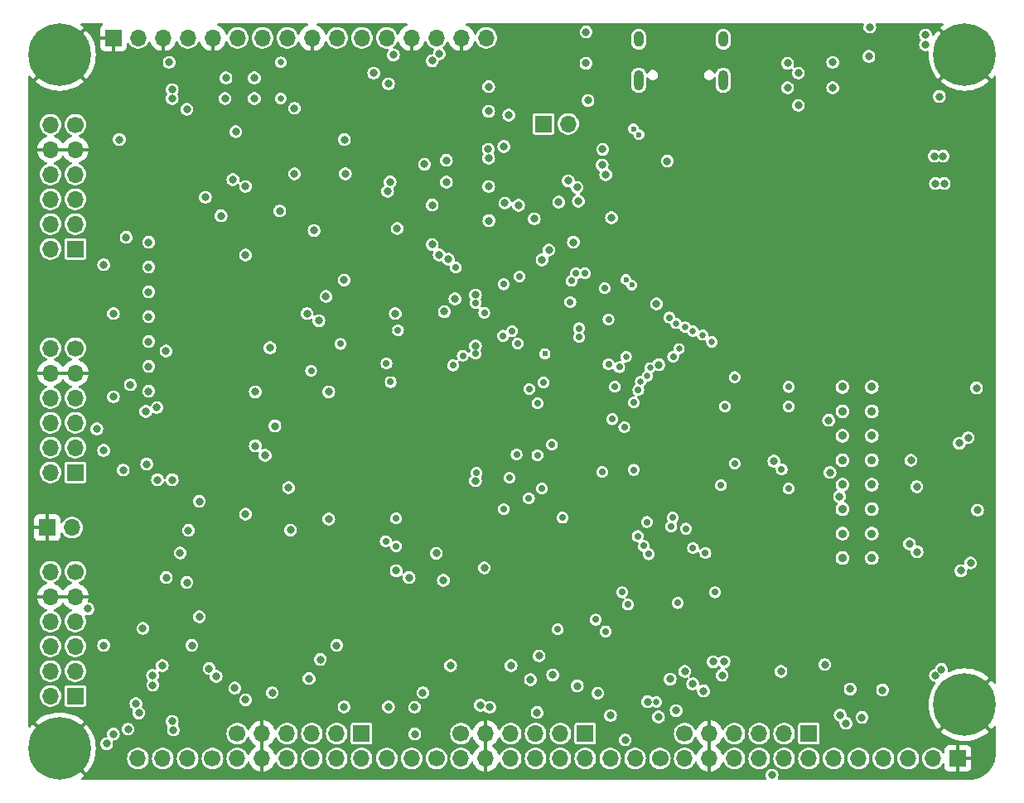
<source format=gbr>
%TF.GenerationSoftware,KiCad,Pcbnew,8.0.4-8.0.4-0~ubuntu22.04.1*%
%TF.CreationDate,2024-09-05T16:25:04-04:00*%
%TF.ProjectId,tinytapeout-demo,74696e79-7461-4706-956f-75742d64656d,2.0.1*%
%TF.SameCoordinates,PX38be5e0PY7d687e0*%
%TF.FileFunction,Copper,L2,Inr*%
%TF.FilePolarity,Positive*%
%FSLAX46Y46*%
G04 Gerber Fmt 4.6, Leading zero omitted, Abs format (unit mm)*
G04 Created by KiCad (PCBNEW 8.0.4-8.0.4-0~ubuntu22.04.1) date 2024-09-05 16:25:04*
%MOMM*%
%LPD*%
G01*
G04 APERTURE LIST*
%TA.AperFunction,ComponentPad*%
%ADD10C,0.820000*%
%TD*%
%TA.AperFunction,ComponentPad*%
%ADD11C,0.900000*%
%TD*%
%TA.AperFunction,ComponentPad*%
%ADD12C,0.620000*%
%TD*%
%TA.AperFunction,ComponentPad*%
%ADD13C,6.400000*%
%TD*%
%TA.AperFunction,ComponentPad*%
%ADD14R,1.700000X1.700000*%
%TD*%
%TA.AperFunction,ComponentPad*%
%ADD15O,1.700000X1.700000*%
%TD*%
%TA.AperFunction,ComponentPad*%
%ADD16C,1.700000*%
%TD*%
%TA.AperFunction,ComponentPad*%
%ADD17O,1.000000X2.100000*%
%TD*%
%TA.AperFunction,ComponentPad*%
%ADD18O,1.000000X1.600000*%
%TD*%
%TA.AperFunction,ViaPad*%
%ADD19C,0.800000*%
%TD*%
%TA.AperFunction,ViaPad*%
%ADD20C,0.700000*%
%TD*%
%TA.AperFunction,ViaPad*%
%ADD21C,0.620000*%
%TD*%
%TA.AperFunction,ViaPad*%
%ADD22C,0.650000*%
%TD*%
%TA.AperFunction,ViaPad*%
%ADD23C,0.600000*%
%TD*%
G04 APERTURE END LIST*
D10*
%TO.N,GND*%
%TO.C,STITCHB1*%
X137100000Y-67300000D03*
%TD*%
D11*
%TO.N,out6*%
%TO.C,JP7*%
X143000000Y-93500000D03*
%TO.N,Net-(JP7-B)*%
X146000000Y-93500000D03*
%TD*%
D10*
%TO.N,GND*%
%TO.C,STITCHB1*%
X129800000Y-85300000D03*
%TD*%
%TO.N,GND*%
%TO.C,STITCHB1*%
X68600000Y-128400000D03*
%TD*%
D12*
%TO.N,GND*%
%TO.C,STITCHP3*%
X134600000Y-130700000D03*
%TD*%
D10*
%TO.N,GND*%
%TO.C,STITCHB1*%
X96800000Y-125000000D03*
%TD*%
D11*
%TO.N,out0*%
%TO.C,JP1*%
X143000000Y-108500000D03*
%TO.N,Net-(JP1-B)*%
X146000000Y-108500000D03*
%TD*%
D13*
%TO.N,GND*%
%TO.C,MT3*%
X63000000Y-57000000D03*
%TD*%
D10*
%TO.N,GND*%
%TO.C,STITCHB1*%
X75500000Y-63700000D03*
%TD*%
%TO.N,GND*%
%TO.C,STITCHB1*%
X71400000Y-90100000D03*
%TD*%
%TO.N,GND*%
%TO.C,STITCHB5*%
X119900000Y-74700000D03*
%TD*%
%TO.N,GND*%
%TO.C,STITCHB4*%
X119900000Y-77900000D03*
%TD*%
%TO.N,GND*%
%TO.C,STITCHB1*%
X122100000Y-113700000D03*
%TD*%
%TO.N,GND*%
%TO.C,STITCHB1*%
X80000000Y-122500000D03*
%TD*%
%TO.N,GND*%
%TO.C,STITCHB35*%
X60300000Y-93600000D03*
%TD*%
D14*
%TO.N,in0*%
%TO.C,J13*%
X64600000Y-99740000D03*
D15*
%TO.N,in2*%
X64600000Y-97200000D03*
%TO.N,out3*%
X64600000Y-94660000D03*
%TO.N,in1*%
X64600000Y-92120000D03*
%TO.N,GND*%
X64600000Y-89580000D03*
D16*
%TO.N,+3V3*%
X64600000Y-87040000D03*
D15*
%TO.N,in4*%
X62060000Y-99740000D03*
%TO.N,in6*%
X62060000Y-97200000D03*
%TO.N,out7*%
X62060000Y-94660000D03*
%TO.N,in5*%
X62060000Y-92120000D03*
%TO.N,GND*%
X62060000Y-89580000D03*
%TO.N,+3V3*%
X62060000Y-87040000D03*
%TD*%
D10*
%TO.N,GND*%
%TO.C,STITCHB1*%
X136000000Y-121300000D03*
%TD*%
%TO.N,GND*%
%TO.C,STITCHB1*%
X154200000Y-102500000D03*
%TD*%
%TO.N,GND*%
%TO.C,STITCHB1*%
X127100000Y-64900000D03*
%TD*%
%TO.N,GND*%
%TO.C,STITCHB31*%
X60300000Y-73020000D03*
%TD*%
D12*
%TO.N,GND*%
%TO.C,STITCHP3*%
X122300000Y-79800000D03*
%TD*%
D10*
%TO.N,GND*%
%TO.C,STITCHB29*%
X60300000Y-67940000D03*
%TD*%
%TO.N,GND*%
%TO.C,STITCHB1*%
X120500000Y-130700000D03*
%TD*%
%TO.N,GND*%
%TO.C,STITCHB1*%
X88100000Y-58000000D03*
%TD*%
%TO.N,GND*%
%TO.C,STITCHB1*%
X72300000Y-130700000D03*
%TD*%
%TO.N,GND*%
%TO.C,STITCHB7*%
X127700000Y-58100000D03*
%TD*%
%TO.N,GND*%
%TO.C,STITCHB27*%
X60300000Y-65400000D03*
%TD*%
%TO.N,GND*%
%TO.C,STITCHB1*%
X68200000Y-60600000D03*
%TD*%
%TO.N,GND*%
%TO.C,STITCHB12*%
X142900000Y-85100000D03*
%TD*%
%TO.N,GND*%
%TO.C,STITCHB1*%
X94100000Y-124600000D03*
%TD*%
%TO.N,GND*%
%TO.C,STITCHB7*%
X119900000Y-66700000D03*
%TD*%
%TO.N,GND*%
%TO.C,STITCHB11*%
X142900000Y-82560000D03*
%TD*%
%TO.N,GND*%
%TO.C,STITCHB1*%
X147400000Y-92300000D03*
%TD*%
D16*
%TO.N,in0*%
%TO.C,J2*%
X78620000Y-129000000D03*
D15*
%TO.N,in1*%
X76080000Y-129000000D03*
%TO.N,in2*%
X73540000Y-129000000D03*
%TO.N,in3*%
X71000000Y-129000000D03*
%TD*%
D10*
%TO.N,GND*%
%TO.C,STITCHB1*%
X75700000Y-92700000D03*
%TD*%
%TO.N,GND*%
%TO.C,STITCHB1*%
X81900000Y-69200000D03*
%TD*%
%TO.N,GND*%
%TO.C,STITCHB1*%
X123100000Y-130700000D03*
%TD*%
%TO.N,GND*%
%TO.C,STITCHB1*%
X108400000Y-124200000D03*
%TD*%
%TO.N,GND*%
%TO.C,STITCHB1*%
X142900000Y-72400000D03*
%TD*%
%TO.N,GND*%
%TO.C,STITCHB1*%
X150400000Y-66400000D03*
%TD*%
%TO.N,GND*%
%TO.C,STITCHB1*%
X154300000Y-66400000D03*
%TD*%
%TO.N,GND*%
%TO.C,STITCHB1*%
X113100000Y-118800000D03*
%TD*%
%TO.N,GND*%
%TO.C,STITCHB1*%
X84100000Y-60600000D03*
%TD*%
%TO.N,GND*%
%TO.C,STITCHB1*%
X150400000Y-119200000D03*
%TD*%
%TO.N,GND*%
%TO.C,STITCHB1*%
X108400000Y-121000000D03*
%TD*%
D12*
%TO.N,GND*%
%TO.C,STITCHP3*%
X117150000Y-86500000D03*
%TD*%
D10*
%TO.N,GND*%
%TO.C,STITCHB19*%
X158200000Y-86400000D03*
%TD*%
D12*
%TO.N,GND*%
%TO.C,STITCHP3*%
X108100000Y-67400000D03*
%TD*%
D10*
%TO.N,GND*%
%TO.C,STITCHB1*%
X150400000Y-71400000D03*
%TD*%
%TO.N,GND*%
%TO.C,STITCHB7*%
X125100000Y-55100000D03*
%TD*%
%TO.N,GND*%
%TO.C,STITCHB1*%
X88100000Y-63700000D03*
%TD*%
D12*
%TO.N,GND*%
%TO.C,STITCHP3*%
X110400000Y-90300000D03*
%TD*%
%TO.N,GND*%
%TO.C,STITCHP3*%
X118500000Y-87800000D03*
%TD*%
D10*
%TO.N,GND*%
%TO.C,STITCHB1*%
X92900000Y-130700000D03*
%TD*%
D12*
%TO.N,GND*%
%TO.C,STITCHP3*%
X119850000Y-86500000D03*
%TD*%
D10*
%TO.N,GND*%
%TO.C,STITCHB1*%
X70800000Y-78500000D03*
%TD*%
%TO.N,GND*%
%TO.C,STITCHB18*%
X158200000Y-81400000D03*
%TD*%
%TO.N,GND*%
%TO.C,STITCHB1*%
X97700000Y-130700000D03*
%TD*%
%TO.N,GND*%
%TO.C,STITCHB1*%
X73400000Y-60400000D03*
%TD*%
D11*
%TO.N,out2*%
%TO.C,JP3*%
X143000000Y-103500000D03*
%TO.N,Net-(JP3-B)*%
X146000000Y-103500000D03*
%TD*%
%TO.N,out7*%
%TO.C,JP8*%
X143000000Y-91000000D03*
%TO.N,Net-(JP8-B)*%
X146000000Y-91000000D03*
%TD*%
D16*
%TO.N,uio0*%
%TO.C,J8*%
X124355000Y-129000000D03*
D15*
%TO.N,uio1*%
X121815000Y-129000000D03*
%TO.N,uio2*%
X119275000Y-129000000D03*
%TD*%
D10*
%TO.N,GND*%
%TO.C,STITCHB1*%
X131700000Y-103800000D03*
%TD*%
D14*
%TO.N,out4*%
%TO.C,J12*%
X64600000Y-122600000D03*
D15*
%TO.N,out3*%
X64600000Y-120060000D03*
%TO.N,in2*%
X64600000Y-117520000D03*
%TO.N,out5*%
X64600000Y-114980000D03*
%TO.N,GND*%
X64600000Y-112440000D03*
D16*
%TO.N,+3V3*%
X64600000Y-109900000D03*
D15*
%TO.N,uio0*%
X62060000Y-122600000D03*
%TO.N,out7*%
X62060000Y-120060000D03*
%TO.N,uio2*%
X62060000Y-117520000D03*
%TO.N,uio1*%
X62060000Y-114980000D03*
%TO.N,GND*%
X62060000Y-112440000D03*
%TO.N,+3V3*%
X62060000Y-109900000D03*
%TD*%
D10*
%TO.N,GND*%
%TO.C,STITCHB1*%
X100000000Y-117200000D03*
%TD*%
D12*
%TO.N,GND*%
%TO.C,STITCHP3*%
X71300000Y-114100000D03*
%TD*%
D10*
%TO.N,GND*%
%TO.C,STITCHB1*%
X76400000Y-104100000D03*
%TD*%
D12*
%TO.N,GND*%
%TO.C,STITCHP3*%
X118500000Y-85200000D03*
%TD*%
D10*
%TO.N,GND*%
%TO.C,STITCHB1*%
X114200000Y-96400000D03*
%TD*%
%TO.N,GND*%
%TO.C,STITCHB1*%
X77300000Y-130700000D03*
%TD*%
%TO.N,GND*%
%TO.C,STITCHB16*%
X158200000Y-71400000D03*
%TD*%
%TO.N,GND*%
%TO.C,STITCHB1*%
X107500000Y-109000000D03*
%TD*%
D17*
%TO.N,Net-(J20-SHIELD)*%
%TO.C,J20*%
X130820000Y-59630000D03*
D18*
X130820000Y-55450000D03*
D17*
X122180000Y-59630000D03*
D18*
X122180000Y-55450000D03*
%TD*%
D10*
%TO.N,GND*%
%TO.C,STITCHB1*%
X96400000Y-58700000D03*
%TD*%
%TO.N,GND*%
%TO.C,STITCHB1*%
X127700000Y-84100000D03*
%TD*%
%TO.N,GND*%
%TO.C,STITCHB1*%
X115400000Y-130700000D03*
%TD*%
%TO.N,GND*%
%TO.C,STITCHB1*%
X102700000Y-130700000D03*
%TD*%
%TO.N,GND*%
%TO.C,STITCHB1*%
X104200000Y-119000000D03*
%TD*%
%TO.N,GND*%
%TO.C,STITCHB32*%
X60300000Y-75560000D03*
%TD*%
D14*
%TO.N,in0*%
%TO.C,J3*%
X93855000Y-126455000D03*
D15*
%TO.N,in1*%
X91315000Y-126455000D03*
%TO.N,in2*%
X88775000Y-126455000D03*
%TO.N,in3*%
X86235000Y-126455000D03*
%TO.N,GND*%
X83695000Y-126455000D03*
D16*
%TO.N,+3V3*%
X81155000Y-126455000D03*
D15*
%TO.N,in4*%
X93855000Y-128995000D03*
%TO.N,in5*%
X91315000Y-128995000D03*
%TO.N,in6*%
X88775000Y-128995000D03*
%TO.N,in7*%
X86235000Y-128995000D03*
%TO.N,GND*%
X83695000Y-128995000D03*
%TO.N,+3V3*%
X81155000Y-128995000D03*
%TD*%
D10*
%TO.N,GND*%
%TO.C,STITCHB1*%
X73500000Y-111700000D03*
%TD*%
%TO.N,GND*%
%TO.C,STITCHB1*%
X147400000Y-107200000D03*
%TD*%
D12*
%TO.N,GND*%
%TO.C,STITCHP3*%
X61200000Y-98500000D03*
%TD*%
D10*
%TO.N,GND*%
%TO.C,STITCHB1*%
X112900000Y-130700000D03*
%TD*%
%TO.N,GND*%
%TO.C,STITCHB15*%
X158200000Y-66400000D03*
%TD*%
%TO.N,GND*%
%TO.C,STITCHB1*%
X70800000Y-86200000D03*
%TD*%
%TO.N,GND*%
%TO.C,STITCHB30*%
X60300000Y-70480000D03*
%TD*%
D13*
%TO.N,GND*%
%TO.C,MT4*%
X155500000Y-57000000D03*
%TD*%
D10*
%TO.N,GND*%
%TO.C,STITCHB1*%
X107500000Y-97600000D03*
%TD*%
%TO.N,GND*%
%TO.C,STITCHB1*%
X77000000Y-120100000D03*
%TD*%
%TO.N,GND*%
%TO.C,STITCHB17*%
X158200000Y-76400000D03*
%TD*%
D13*
%TO.N,GND*%
%TO.C,MT2*%
X155500000Y-123500000D03*
%TD*%
D10*
%TO.N,GND*%
%TO.C,STITCHB1*%
X156200000Y-110500000D03*
%TD*%
%TO.N,GND*%
%TO.C,STITCHB1*%
X122100000Y-118700000D03*
%TD*%
%TO.N,GND*%
%TO.C,STITCHB1*%
X105200000Y-60400000D03*
%TD*%
D14*
%TO.N,uio0*%
%TO.C,J5*%
X116715000Y-126455000D03*
D15*
%TO.N,uio1*%
X114175000Y-126455000D03*
%TO.N,uio2*%
X111635000Y-126455000D03*
%TO.N,uio3*%
X109095000Y-126455000D03*
%TO.N,GND*%
X106555000Y-126455000D03*
D16*
%TO.N,+3V3*%
X104015000Y-126455000D03*
D15*
%TO.N,uio4*%
X116715000Y-128995000D03*
%TO.N,uio5*%
X114175000Y-128995000D03*
%TO.N,uio6*%
X111635000Y-128995000D03*
%TO.N,uio7*%
X109095000Y-128995000D03*
%TO.N,GND*%
X106555000Y-128995000D03*
%TO.N,+3V3*%
X104015000Y-128995000D03*
%TD*%
D10*
%TO.N,GND*%
%TO.C,STITCHB13*%
X142900000Y-87640000D03*
%TD*%
D11*
%TO.N,out1*%
%TO.C,JP2*%
X143000000Y-106000000D03*
%TO.N,Net-(JP2-B)*%
X146000000Y-106000000D03*
%TD*%
D10*
%TO.N,GND*%
%TO.C,STITCHB10*%
X142900000Y-80020000D03*
%TD*%
%TO.N,GND*%
%TO.C,STITCHB1*%
X71600000Y-125400000D03*
%TD*%
%TO.N,GND*%
%TO.C,STITCHB1*%
X117900000Y-130700000D03*
%TD*%
%TO.N,GND*%
%TO.C,STITCHB1*%
X111200000Y-79100000D03*
%TD*%
%TO.N,GND*%
%TO.C,STITCHB1*%
X92800000Y-58100000D03*
%TD*%
%TO.N,GND*%
%TO.C,STITCHB23*%
X158200000Y-106400000D03*
%TD*%
%TO.N,GND*%
%TO.C,STITCHB1*%
X90300000Y-80100000D03*
%TD*%
%TO.N,GND*%
%TO.C,STITCHB1*%
X87300000Y-99700000D03*
%TD*%
%TO.N,GND*%
%TO.C,STITCHB22*%
X158200000Y-101400000D03*
%TD*%
%TO.N,GND*%
%TO.C,STITCHB33*%
X60300000Y-78100000D03*
%TD*%
%TO.N,GND*%
%TO.C,STITCHB1*%
X107500000Y-81000000D03*
%TD*%
%TO.N,GND*%
%TO.C,STITCHB1*%
X126300000Y-68400000D03*
%TD*%
D12*
%TO.N,GND*%
%TO.C,STITCHP3*%
X76000000Y-114100000D03*
%TD*%
D10*
%TO.N,GND*%
%TO.C,STITCHB1*%
X83800000Y-101600000D03*
%TD*%
D14*
%TO.N,GND*%
%TO.C,J10*%
X61725000Y-105395000D03*
D15*
%TO.N,/RP2040/RUN*%
X64265000Y-105395000D03*
%TD*%
D10*
%TO.N,GND*%
%TO.C,STITCHB24*%
X158200000Y-111400000D03*
%TD*%
D16*
%TO.N,uio3*%
%TO.C,J17*%
X101510000Y-129000000D03*
D15*
%TO.N,~{project_rst}*%
X98970000Y-129000000D03*
%TO.N,project_clk*%
X96430000Y-129000000D03*
%TD*%
D14*
%TO.N,GND*%
%TO.C,J9*%
X68500000Y-55300000D03*
D15*
%TO.N,+3V3*%
X71040000Y-55300000D03*
%TO.N,GND*%
X73580000Y-55300000D03*
%TO.N,+1V8*%
X76120000Y-55300000D03*
%TO.N,GND*%
X78660000Y-55300000D03*
%TO.N,ctrl_ena*%
X81200000Y-55300000D03*
%TO.N,~{ctrl_sel_rst}*%
X83740000Y-55300000D03*
%TO.N,ctrl_sel_inc*%
X86280000Y-55300000D03*
%TO.N,GND*%
X88820000Y-55300000D03*
%TO.N,res1*%
X91360000Y-55300000D03*
%TO.N,res2*%
X93900000Y-55300000D03*
%TO.N,res3*%
X96440000Y-55300000D03*
%TO.N,GND*%
X98980000Y-55300000D03*
%TO.N,RPIO29*%
X101520000Y-55300000D03*
%TO.N,GND*%
X104060000Y-55300000D03*
%TO.N,+5V*%
X106600000Y-55300000D03*
%TD*%
D10*
%TO.N,GND*%
%TO.C,STITCHB1*%
X154000000Y-119200000D03*
%TD*%
%TO.N,GND*%
%TO.C,STITCHB1*%
X75700000Y-82600000D03*
%TD*%
%TO.N,GND*%
%TO.C,STITCHB1*%
X154300000Y-71400000D03*
%TD*%
%TO.N,GND*%
%TO.C,STITCHB1*%
X86000000Y-97800000D03*
%TD*%
D12*
%TO.N,GND*%
%TO.C,STITCHP3*%
X70900000Y-119800000D03*
%TD*%
D10*
%TO.N,GND*%
%TO.C,STITCHB1*%
X68200000Y-62900000D03*
%TD*%
%TO.N,GND*%
%TO.C,STITCHB20*%
X158200000Y-91400000D03*
%TD*%
%TO.N,GND*%
%TO.C,STITCHB8*%
X142900000Y-74940000D03*
%TD*%
%TO.N,GND*%
%TO.C,STITCHB1*%
X90900000Y-85400000D03*
%TD*%
%TO.N,GND*%
%TO.C,STITCHB14*%
X158200000Y-61400000D03*
%TD*%
%TO.N,GND*%
%TO.C,STITCHB1*%
X148400000Y-130700000D03*
%TD*%
%TO.N,GND*%
%TO.C,STITCHB3*%
X122500000Y-76900000D03*
%TD*%
%TO.N,GND*%
%TO.C,STITCHB1*%
X147400000Y-89600000D03*
%TD*%
D12*
%TO.N,GND*%
%TO.C,STITCHP3*%
X110100000Y-102900000D03*
%TD*%
D11*
%TO.N,out4*%
%TO.C,JP5*%
X143000000Y-98500000D03*
%TO.N,Net-(JP5-B)*%
X146000000Y-98500000D03*
%TD*%
D10*
%TO.N,GND*%
%TO.C,STITCHB7*%
X125100000Y-58100000D03*
%TD*%
%TO.N,GND*%
%TO.C,STITCHB1*%
X122100000Y-108900000D03*
%TD*%
%TO.N,GND*%
%TO.C,STITCHB1*%
X147400000Y-99700000D03*
%TD*%
D12*
%TO.N,GND*%
%TO.C,STITCHP3*%
X87400000Y-127700000D03*
%TD*%
D10*
%TO.N,GND*%
%TO.C,STITCHB21*%
X158200000Y-96400000D03*
%TD*%
%TO.N,GND*%
%TO.C,STITCHB1*%
X83000000Y-89000000D03*
%TD*%
%TO.N,GND*%
%TO.C,STITCHB7*%
X127700000Y-55100000D03*
%TD*%
D12*
%TO.N,GND*%
%TO.C,STITCHP3*%
X61200000Y-116200000D03*
%TD*%
D14*
%TO.N,uio4*%
%TO.C,J14*%
X64600000Y-76880000D03*
D15*
%TO.N,uio6*%
X64600000Y-74340000D03*
%TO.N,uio3*%
X64600000Y-71800000D03*
%TO.N,uio5*%
X64600000Y-69260000D03*
%TO.N,GND*%
X64600000Y-66720000D03*
D16*
%TO.N,+3V3*%
X64600000Y-64180000D03*
D15*
%TO.N,in2*%
X62060000Y-76880000D03*
%TO.N,out0*%
X62060000Y-74340000D03*
%TO.N,in7*%
X62060000Y-71800000D03*
%TO.N,out1*%
X62060000Y-69260000D03*
%TO.N,GND*%
X62060000Y-66720000D03*
%TO.N,+3V3*%
X62060000Y-64180000D03*
%TD*%
D10*
%TO.N,GND*%
%TO.C,STITCHB26*%
X158100000Y-129000000D03*
%TD*%
%TO.N,GND*%
%TO.C,STITCHB1*%
X107500000Y-90400000D03*
%TD*%
%TO.N,GND*%
%TO.C,STITCHB1*%
X83100000Y-76700000D03*
%TD*%
%TO.N,GND*%
%TO.C,STITCHB34*%
X60300000Y-88100000D03*
%TD*%
%TO.N,GND*%
%TO.C,STITCHB1*%
X142400000Y-121300000D03*
%TD*%
%TO.N,GND*%
%TO.C,STITCHB1*%
X78000000Y-60600000D03*
%TD*%
%TO.N,GND*%
%TO.C,STITCHB1*%
X66400000Y-125300000D03*
%TD*%
D11*
%TO.N,out5*%
%TO.C,JP6*%
X143000000Y-96000000D03*
%TO.N,Net-(JP6-B)*%
X146000000Y-96000000D03*
%TD*%
D10*
%TO.N,GND*%
%TO.C,STITCHB9*%
X142900000Y-77480000D03*
%TD*%
D12*
%TO.N,GND*%
%TO.C,STITCHP3*%
X92100000Y-118900000D03*
%TD*%
D10*
%TO.N,GND*%
%TO.C,STITCHB1*%
X122500000Y-68900000D03*
%TD*%
D14*
%TO.N,GND*%
%TO.C,J1*%
X154810000Y-129000000D03*
D15*
%TO.N,+5V*%
X152270000Y-129000000D03*
%TO.N,out0*%
X149730000Y-129000000D03*
%TO.N,out1*%
X147190000Y-129000000D03*
%TO.N,out2*%
X144650000Y-129000000D03*
%TO.N,out3*%
X142110000Y-129000000D03*
%TD*%
D10*
%TO.N,GND*%
%TO.C,STITCHB1*%
X113700000Y-76100000D03*
%TD*%
%TO.N,GND*%
%TO.C,STITCHB1*%
X146100000Y-125500000D03*
%TD*%
%TO.N,GND*%
%TO.C,STITCHB1*%
X131900000Y-121300000D03*
%TD*%
D14*
%TO.N,+1V8*%
%TO.C,J19*%
X112425000Y-64100000D03*
D15*
%TO.N,/1v8A*%
X114965000Y-64100000D03*
%TD*%
D10*
%TO.N,GND*%
%TO.C,STITCHB1*%
X147400000Y-104700000D03*
%TD*%
%TO.N,GND*%
%TO.C,STITCHB1*%
X107400000Y-100500000D03*
%TD*%
%TO.N,GND*%
%TO.C,STITCHB1*%
X71400000Y-100200000D03*
%TD*%
%TO.N,GND*%
%TO.C,STITCHB1*%
X107500000Y-86700000D03*
%TD*%
%TO.N,GND*%
%TO.C,STITCHB6*%
X119900000Y-69900000D03*
%TD*%
D12*
%TO.N,GND*%
%TO.C,STITCHP3*%
X97300000Y-108700000D03*
%TD*%
D14*
%TO.N,out0*%
%TO.C,J6*%
X139575000Y-126455000D03*
D15*
%TO.N,out1*%
X137035000Y-126455000D03*
%TO.N,out2*%
X134495000Y-126455000D03*
%TO.N,out3*%
X131955000Y-126455000D03*
%TO.N,GND*%
X129415000Y-126455000D03*
D16*
%TO.N,+3V3*%
X126875000Y-126455000D03*
D15*
%TO.N,out4*%
X139575000Y-128995000D03*
%TO.N,out5*%
X137035000Y-128995000D03*
%TO.N,out6*%
X134495000Y-128995000D03*
%TO.N,out7*%
X131955000Y-128995000D03*
%TO.N,GND*%
X129415000Y-128995000D03*
%TO.N,+3V3*%
X126875000Y-128995000D03*
%TD*%
D11*
%TO.N,out3*%
%TO.C,JP4*%
X143000000Y-101000000D03*
%TO.N,Net-(JP4-B)*%
X146000000Y-101000000D03*
%TD*%
D12*
%TO.N,GND*%
%TO.C,STITCHP3*%
X110200000Y-95600000D03*
%TD*%
%TO.N,GND*%
%TO.C,STITCHP3*%
X61200000Y-108300000D03*
%TD*%
D10*
%TO.N,GND*%
%TO.C,STITCHB1*%
X73400000Y-68700000D03*
%TD*%
%TO.N,GND*%
%TO.C,STITCHB1*%
X79500000Y-71700000D03*
%TD*%
%TO.N,GND*%
%TO.C,STITCHB1*%
X60500000Y-121500000D03*
%TD*%
%TO.N,GND*%
%TO.C,STITCHB1*%
X103800000Y-75500000D03*
%TD*%
%TO.N,GND*%
%TO.C,STITCHB1*%
X147400000Y-94700000D03*
%TD*%
%TO.N,GND*%
%TO.C,STITCHB1*%
X87200000Y-73100000D03*
%TD*%
%TO.N,GND*%
%TO.C,STITCHB1*%
X66400000Y-122500000D03*
%TD*%
%TO.N,GND*%
%TO.C,STITCHB1*%
X147400000Y-102200000D03*
%TD*%
%TO.N,GND*%
%TO.C,STITCHB1*%
X147100000Y-120800000D03*
%TD*%
%TO.N,GND*%
%TO.C,STITCHB1*%
X147400000Y-109600000D03*
%TD*%
%TO.N,GND*%
%TO.C,STITCHB1*%
X74800000Y-130700000D03*
%TD*%
D13*
%TO.N,GND*%
%TO.C,MT1*%
X63000000Y-128000000D03*
%TD*%
D10*
%TO.N,GND*%
%TO.C,STITCHB1*%
X147400000Y-97200000D03*
%TD*%
%TO.N,GND*%
%TO.C,STITCHB1*%
X75700000Y-87800000D03*
%TD*%
%TO.N,GND*%
%TO.C,STITCHB25*%
X158200000Y-116400000D03*
%TD*%
%TO.N,GND*%
%TO.C,STITCHB1*%
X131100000Y-91900000D03*
%TD*%
%TO.N,GND*%
%TO.C,STITCHB1*%
X110300000Y-130700000D03*
%TD*%
%TO.N,GND*%
%TO.C,STITCHB1*%
X86400000Y-124600000D03*
%TD*%
%TO.N,GND*%
%TO.C,STITCHB1*%
X107500000Y-95300000D03*
%TD*%
%TO.N,GND*%
%TO.C,STITCHB2*%
X122500000Y-72900000D03*
%TD*%
D19*
%TO.N,GND*%
X92300000Y-92700000D03*
X122000000Y-126300000D03*
X104500000Y-94100000D03*
X132200000Y-70000000D03*
D20*
X117180002Y-96200000D03*
X117200000Y-88800000D03*
D19*
X97600000Y-80000000D03*
D20*
X111200000Y-81900000D03*
D19*
X142000000Y-115500000D03*
X104400000Y-99752500D03*
D20*
X114700000Y-94500000D03*
D19*
X104600000Y-92100000D03*
X139500000Y-101520002D03*
D20*
X128193311Y-62707387D03*
D19*
X94400000Y-66100000D03*
X134500000Y-94000000D03*
X114451261Y-54883120D03*
X100329621Y-124382500D03*
D20*
X118000000Y-88800000D03*
D19*
X105700000Y-72400000D03*
X102422500Y-113170000D03*
D20*
X123600000Y-62600000D03*
D19*
X112800000Y-58600000D03*
D20*
X132800000Y-62000000D03*
D19*
X77500000Y-124152500D03*
X137100000Y-87450000D03*
X110879673Y-57014723D03*
X154100000Y-92100000D03*
X137100000Y-84950000D03*
X90200000Y-70600000D03*
X136000000Y-103500000D03*
D20*
X114700000Y-93000000D03*
X129500000Y-63600000D03*
D19*
X121499990Y-61200000D03*
X112800000Y-54850000D03*
X114536494Y-60615023D03*
D20*
X130500000Y-88700000D03*
D19*
X132000000Y-115500000D03*
X120300000Y-61500000D03*
X92277500Y-102930000D03*
D20*
X116300000Y-88800000D03*
D19*
X92277500Y-100330000D03*
X139500000Y-109500000D03*
X78800000Y-124800000D03*
X154100000Y-97600000D03*
X92277500Y-107930000D03*
D21*
X110470238Y-87154962D03*
D19*
X115600000Y-69100000D03*
D20*
X120600000Y-64800000D03*
X126000000Y-83000000D03*
D19*
X103300000Y-64700000D03*
X130900000Y-62500000D03*
X137100000Y-74950000D03*
X137100000Y-82450000D03*
X131762500Y-87450000D03*
X140100000Y-65900000D03*
D20*
X132800000Y-64700000D03*
D19*
X112200000Y-66900000D03*
X118600000Y-61600000D03*
X92277500Y-105430000D03*
X122100000Y-61800000D03*
X137100000Y-72400000D03*
X137100000Y-79950000D03*
X101600000Y-80100000D03*
X107200000Y-102900000D03*
D20*
X122500000Y-63600000D03*
D19*
X104500000Y-97200000D03*
X139500000Y-96500000D03*
X111100000Y-65500000D03*
X132000000Y-110500000D03*
X101680492Y-124882500D03*
X92277500Y-113030000D03*
X96600000Y-85200000D03*
X103000000Y-105500000D03*
X125200000Y-126700000D03*
D20*
X120105242Y-93593893D03*
D19*
X92400000Y-72500000D03*
X132200000Y-67400000D03*
X154400000Y-107400000D03*
X104700000Y-63200000D03*
X104500000Y-91000000D03*
X137100000Y-77450000D03*
X92277500Y-97730000D03*
X99700000Y-88570000D03*
X131300000Y-61800000D03*
X117400000Y-63400000D03*
X104700000Y-66600000D03*
X92277500Y-95230000D03*
%TO.N,+5V*%
X108400000Y-66400000D03*
X145800000Y-54200000D03*
X151500000Y-55000000D03*
X117000000Y-61700000D03*
X151500000Y-56000000D03*
X116790292Y-57904097D03*
X108900000Y-63200000D03*
X116800000Y-54700000D03*
X145700000Y-57200000D03*
%TO.N,+3V3*%
X73900000Y-110500000D03*
D22*
X85600000Y-61500000D03*
D19*
X72100000Y-91440000D03*
X137400000Y-60400000D03*
X99300000Y-126499996D03*
X106800000Y-66700000D03*
X142000000Y-60400000D03*
X99281432Y-123752500D03*
X106880002Y-74000000D03*
D22*
X85600000Y-57800000D03*
D19*
X153400000Y-70200000D03*
X82900000Y-59399996D03*
X72100000Y-86360000D03*
X118500000Y-66700000D03*
X74500000Y-61500000D03*
X119400000Y-73700000D03*
X72950000Y-93100000D03*
X124235617Y-88725871D03*
X106000000Y-123552500D03*
X72100000Y-76200000D03*
D20*
X118700000Y-80900000D03*
D19*
X137400000Y-57900000D03*
X79900000Y-61500000D03*
X74500000Y-100500000D03*
D22*
X124000000Y-123230000D03*
D19*
X105500000Y-81600000D03*
X73869933Y-87321428D03*
X124000000Y-82500000D03*
X86400000Y-101300000D03*
X152500000Y-120500000D03*
D20*
X105500000Y-87600000D03*
D19*
X118450000Y-68300000D03*
X72100000Y-88900000D03*
X106954689Y-123751135D03*
D20*
X118450696Y-99702500D03*
D19*
X74200000Y-57800000D03*
X106855775Y-60292434D03*
X106842451Y-62814911D03*
X80000000Y-59400000D03*
X72100000Y-83820000D03*
X72100000Y-81280000D03*
D20*
X119500000Y-94300000D03*
D19*
X74500000Y-60600000D03*
X118800000Y-69300000D03*
X106842451Y-70500000D03*
X142000000Y-57800000D03*
X82900000Y-61500000D03*
X153300000Y-67400000D03*
X105500000Y-100600000D03*
X74632063Y-126067935D03*
X75319999Y-107976230D03*
X106842451Y-67600000D03*
X152500000Y-70200000D03*
X153100000Y-119900000D03*
X123100000Y-123200000D03*
X72100000Y-78740000D03*
D20*
X105500000Y-82400000D03*
D19*
X86600000Y-105645000D03*
X152900000Y-61300000D03*
D20*
X105600000Y-99800000D03*
D19*
X105500000Y-86800000D03*
X74500000Y-125200000D03*
X124200000Y-124752500D03*
X152400000Y-67400000D03*
%TO.N,~{project_rst}*%
X76159328Y-105670000D03*
X102317135Y-83305365D03*
X102222500Y-110777500D03*
X98722500Y-110500000D03*
X76000000Y-111000000D03*
%TO.N,+1V8*%
X87000000Y-69200000D03*
X87000000Y-62500000D03*
X76000000Y-62600000D03*
D20*
%TO.N,/RP2040/DVDD*%
X119100000Y-88700000D03*
X119100000Y-84100000D03*
D19*
%TO.N,project_clk*%
X106400000Y-109500000D03*
X97400008Y-109800000D03*
D20*
X106400000Y-83400000D03*
%TO.N,uio1*%
X125660617Y-104372500D03*
X113900000Y-115800000D03*
X114400000Y-104372500D03*
X125700000Y-87900000D03*
%TO.N,uio0*%
X121067500Y-113267500D03*
D19*
X71094328Y-124355707D03*
D22*
X120900000Y-87900000D03*
D19*
X71510885Y-115702500D03*
X120800000Y-127100000D03*
D20*
%TO.N,uio3*%
X130000000Y-112000000D03*
D22*
X129647500Y-86400000D03*
D19*
X102957597Y-119492362D03*
X129800000Y-119100000D03*
X78277500Y-119800000D03*
X109134617Y-119492362D03*
X77900000Y-71600000D03*
D22*
%TO.N,uio2*%
X126300000Y-87100000D03*
D20*
X126172500Y-113100398D03*
D19*
X111800000Y-124300000D03*
X126000000Y-124100000D03*
X119300000Y-124600000D03*
X112000000Y-118500000D03*
D20*
%TO.N,uio5*%
X127727500Y-107500000D03*
D22*
X127723527Y-85285450D03*
D19*
X80900000Y-121800000D03*
X127700000Y-121377500D03*
X80700000Y-69800000D03*
X115900000Y-121577500D03*
%TO.N,uio4*%
X82000000Y-77500000D03*
D20*
X128999998Y-108000000D03*
D19*
X118000000Y-122322500D03*
X82000000Y-123000000D03*
X128800000Y-122100000D03*
D22*
X128733689Y-85685000D03*
D19*
%TO.N,uio7*%
X125400000Y-120877500D03*
D22*
X126000002Y-84500000D03*
D20*
X125500000Y-105272503D03*
D19*
X111117096Y-120937362D03*
%TO.N,uio6*%
X79500000Y-73500000D03*
X126895000Y-120100000D03*
D20*
X127000000Y-105500000D03*
D19*
X79000000Y-120600000D03*
X113388922Y-120455000D03*
D22*
X126941715Y-84893349D03*
D19*
%TO.N,in0*%
X69500000Y-99500000D03*
X70000000Y-126000000D03*
X69800000Y-75700000D03*
D20*
X104200000Y-87800000D03*
X103500000Y-78800000D03*
D19*
%TO.N,in2*%
X67500000Y-117432500D03*
D20*
X103200000Y-88800000D03*
D19*
X67500000Y-97500000D03*
X103400000Y-82000000D03*
X73500000Y-119500000D03*
X67800000Y-127500000D03*
X67500000Y-78500000D03*
X89640505Y-118877500D03*
X90222500Y-81750000D03*
%TO.N,in1*%
X91315000Y-117432500D03*
X68500000Y-92000000D03*
X76510885Y-117432500D03*
X92070002Y-80069998D03*
X68500000Y-126499998D03*
D20*
X91700000Y-86600000D03*
%TO.N,in4*%
X122074508Y-106256020D03*
D19*
X84000000Y-98000000D03*
D20*
X96327500Y-106774398D03*
D19*
X84500000Y-87000000D03*
D20*
X122138961Y-91314900D03*
X96400000Y-88600000D03*
D19*
%TO.N,in3*%
X88277500Y-83500000D03*
X72521301Y-121499776D03*
X88489115Y-120832500D03*
D20*
X88700531Y-89349471D03*
D22*
%TO.N,in6*%
X123053961Y-89900000D03*
D19*
X90500000Y-91500000D03*
D20*
X97388449Y-104455000D03*
D19*
X83000000Y-91500000D03*
X83000000Y-97022500D03*
X90500000Y-104505000D03*
D20*
X123017500Y-104817500D03*
X97580003Y-85200000D03*
D19*
%TO.N,in5*%
X70222500Y-90777500D03*
D20*
X122700000Y-107261604D03*
D19*
X96608602Y-123722500D03*
X70800000Y-123400000D03*
D22*
X122370813Y-90462460D03*
D20*
X96827500Y-90500000D03*
D19*
X92065965Y-123722500D03*
D20*
X97400000Y-107300000D03*
%TO.N,out0*%
X109000000Y-100302500D03*
D19*
X141729603Y-99751373D03*
X89500000Y-84222500D03*
X89000000Y-75000000D03*
D20*
X109250032Y-85272500D03*
D19*
%TO.N,in7*%
X85500000Y-72999996D03*
X100120290Y-122277500D03*
X84722512Y-122277500D03*
D20*
X123200000Y-108100000D03*
D19*
X101500000Y-108010000D03*
D22*
X123332221Y-89035557D03*
D19*
X85000000Y-95000000D03*
%TO.N,out2*%
X145000000Y-124800000D03*
D20*
X109702500Y-97900000D03*
D19*
X136000000Y-98600000D03*
D20*
X109813714Y-86554067D03*
D19*
X142777593Y-124560000D03*
%TO.N,out1*%
X135800000Y-130700000D03*
D20*
X108327500Y-85772500D03*
D19*
X147100000Y-122000000D03*
X82000000Y-104000000D03*
X143800000Y-121900000D03*
D20*
X108400000Y-103500000D03*
D19*
X142700000Y-102200000D03*
X82000000Y-70500000D03*
D20*
%TO.N,out4*%
X112450000Y-90550000D03*
D19*
X72500000Y-120500000D03*
D20*
X130594023Y-101062500D03*
D19*
X130900000Y-119100000D03*
X141200000Y-119400000D03*
D20*
X131000000Y-93000000D03*
X112300000Y-101400000D03*
D19*
X73000000Y-100500000D03*
X141589115Y-94410885D03*
D20*
%TO.N,out3*%
X113324485Y-96910961D03*
D19*
X143363158Y-125400000D03*
D21*
X112600000Y-87600000D03*
D19*
X66800000Y-95300000D03*
D20*
%TO.N,out6*%
X132000000Y-90000000D03*
X111827825Y-97979089D03*
X132000000Y-98827500D03*
X111827825Y-92672175D03*
%TO.N,out5*%
X137500000Y-93000000D03*
X111000000Y-91200000D03*
D19*
X77277500Y-102700000D03*
X77277500Y-114500000D03*
D20*
X110958820Y-102400000D03*
X137500000Y-101405000D03*
D19*
%TO.N,ctrl_ena*%
X100289504Y-68231159D03*
X113000000Y-77000000D03*
X101077500Y-76429998D03*
X81000000Y-64900000D03*
D20*
X116100000Y-85900000D03*
D19*
%TO.N,out7*%
X130700000Y-120500000D03*
X71800000Y-93500000D03*
D20*
X137500000Y-91000000D03*
D19*
X136722500Y-120097233D03*
D20*
X136785720Y-99458220D03*
X121674109Y-99479892D03*
X121693961Y-92599999D03*
D19*
X71895000Y-98895000D03*
%TO.N,ctrl_sel_inc*%
X97300000Y-83500000D03*
X96511589Y-70992818D03*
X95100000Y-58900000D03*
%TO.N,~{ctrl_sel_rst}*%
X112300000Y-78000000D03*
D20*
X116080761Y-85000000D03*
D19*
X102522500Y-70048245D03*
X102705788Y-77923738D03*
X96600000Y-60000000D03*
X96777500Y-70028818D03*
D20*
%TO.N,/RP2040/SWDIO*%
X120198797Y-88972024D03*
X118800000Y-116000000D03*
%TO.N,/RP2040/SWCLK*%
X119758175Y-90988683D03*
X117800000Y-114800000D03*
%TO.N,RPIO29*%
X125300000Y-83900000D03*
D19*
X125100000Y-67900000D03*
X102522500Y-67827991D03*
D20*
%TO.N,/RP2040/RUN*%
X120709051Y-95142009D03*
X120500000Y-111999988D03*
D19*
X65900000Y-113700000D03*
%TO.N,boot_mode*%
X68500000Y-83500000D03*
X92200000Y-69200000D03*
X114981998Y-69924002D03*
X69100012Y-65700000D03*
X92100000Y-65700000D03*
D20*
X115190380Y-82309620D03*
D19*
%TO.N,/RP2040/QSPI_CLK*%
X114000000Y-72100000D03*
X116010885Y-71989115D03*
D20*
X115763197Y-79391213D03*
D19*
%TO.N,/RP2040/QSPI_SD0*%
X111500000Y-73800000D03*
D20*
X115303021Y-80164674D03*
D19*
X115500000Y-76200000D03*
%TO.N,/RP2040/QSPI_SD1*%
X108505278Y-72190815D03*
D20*
X108400000Y-80500000D03*
D23*
%TO.N,usb_d+*%
X121654338Y-64614973D03*
X120882500Y-80029531D03*
%TO.N,usb_d-*%
X122200000Y-65200000D03*
X121470469Y-80570469D03*
D19*
%TO.N,Net-(U1-A)*%
X155100000Y-109800000D03*
X154950000Y-96750000D03*
%TO.N,Net-(U1-B)*%
X156100000Y-109000000D03*
X155850000Y-96200000D03*
%TO.N,Net-(U1-D)*%
X150600000Y-101200000D03*
X150630331Y-107869669D03*
%TO.N,Net-(U1-E)*%
X150000000Y-98500000D03*
X149850000Y-107043466D03*
%TO.N,Net-(U1-DP)*%
X156700000Y-91100000D03*
X156800000Y-103600000D03*
%TO.N,/RP2040/QSPI_SD2*%
X109900074Y-72435037D03*
D20*
X109999998Y-79700000D03*
%TO.N,/RP2040/QSPI_SD3*%
X116682098Y-79391551D03*
D19*
X115884118Y-70586015D03*
%TO.N,Net-(D3-K)*%
X138500000Y-62200000D03*
X138500000Y-58900000D03*
%TO.N,res1*%
X101070439Y-57644344D03*
X101077500Y-72400000D03*
%TO.N,res3*%
X101800000Y-77500000D03*
X101804369Y-56921844D03*
%TO.N,res2*%
X97500000Y-74800000D03*
X97119013Y-57040783D03*
%TD*%
%TA.AperFunction,Conductor*%
%TO.N,GND*%
G36*
X83870000Y-128524253D02*
G01*
X83760826Y-128495000D01*
X83629174Y-128495000D01*
X83520000Y-128524253D01*
X83520000Y-126925746D01*
X83629174Y-126955000D01*
X83760826Y-126955000D01*
X83870000Y-126925746D01*
X83870000Y-128524253D01*
G37*
%TD.AperFunction*%
%TA.AperFunction,Conductor*%
G36*
X106730000Y-128524253D02*
G01*
X106620826Y-128495000D01*
X106489174Y-128495000D01*
X106380000Y-128524253D01*
X106380000Y-126925746D01*
X106489174Y-126955000D01*
X106620826Y-126955000D01*
X106730000Y-126925746D01*
X106730000Y-128524253D01*
G37*
%TD.AperFunction*%
%TA.AperFunction,Conductor*%
G36*
X129590000Y-128524253D02*
G01*
X129480826Y-128495000D01*
X129349174Y-128495000D01*
X129240000Y-128524253D01*
X129240000Y-126925746D01*
X129349174Y-126955000D01*
X129480826Y-126955000D01*
X129590000Y-126925746D01*
X129590000Y-128524253D01*
G37*
%TD.AperFunction*%
%TA.AperFunction,Conductor*%
G36*
X64100000Y-112374174D02*
G01*
X64100000Y-112505826D01*
X64129254Y-112615000D01*
X62530746Y-112615000D01*
X62560000Y-112505826D01*
X62560000Y-112374174D01*
X62530746Y-112265000D01*
X64129254Y-112265000D01*
X64100000Y-112374174D01*
G37*
%TD.AperFunction*%
%TA.AperFunction,Conductor*%
G36*
X64100000Y-89514174D02*
G01*
X64100000Y-89645826D01*
X64129254Y-89755000D01*
X62530746Y-89755000D01*
X62560000Y-89645826D01*
X62560000Y-89514174D01*
X62530746Y-89405000D01*
X64129254Y-89405000D01*
X64100000Y-89514174D01*
G37*
%TD.AperFunction*%
%TA.AperFunction,Conductor*%
G36*
X64100000Y-66654174D02*
G01*
X64100000Y-66785826D01*
X64129254Y-66895000D01*
X62530746Y-66895000D01*
X62560000Y-66785826D01*
X62560000Y-66654174D01*
X62530746Y-66545000D01*
X64129254Y-66545000D01*
X64100000Y-66654174D01*
G37*
%TD.AperFunction*%
%TA.AperFunction,Conductor*%
G36*
X67377770Y-53820185D02*
G01*
X67423525Y-53872989D01*
X67433469Y-53942147D01*
X67404444Y-54005703D01*
X67385042Y-54023766D01*
X67292812Y-54092809D01*
X67292809Y-54092812D01*
X67206649Y-54207906D01*
X67206645Y-54207913D01*
X67156403Y-54342620D01*
X67156401Y-54342627D01*
X67150000Y-54402155D01*
X67150000Y-55125000D01*
X68029254Y-55125000D01*
X68000000Y-55234174D01*
X68000000Y-55365826D01*
X68029254Y-55475000D01*
X67150000Y-55475000D01*
X67150000Y-56197844D01*
X67156401Y-56257372D01*
X67156403Y-56257379D01*
X67206645Y-56392086D01*
X67206649Y-56392093D01*
X67292809Y-56507187D01*
X67292812Y-56507190D01*
X67407906Y-56593350D01*
X67407913Y-56593354D01*
X67542620Y-56643596D01*
X67542627Y-56643598D01*
X67602155Y-56649999D01*
X67602172Y-56650000D01*
X68325000Y-56650000D01*
X68325000Y-55770746D01*
X68434174Y-55800000D01*
X68565826Y-55800000D01*
X68675000Y-55770746D01*
X68675000Y-56650000D01*
X69397828Y-56650000D01*
X69397844Y-56649999D01*
X69457372Y-56643598D01*
X69457379Y-56643596D01*
X69592086Y-56593354D01*
X69592093Y-56593350D01*
X69707187Y-56507190D01*
X69707190Y-56507187D01*
X69793350Y-56392093D01*
X69793354Y-56392086D01*
X69843596Y-56257379D01*
X69843598Y-56257372D01*
X69849999Y-56197844D01*
X69850000Y-56197827D01*
X69850000Y-55906312D01*
X69869685Y-55839273D01*
X69922489Y-55793518D01*
X69991647Y-55783574D01*
X70055203Y-55812599D01*
X70085000Y-55851041D01*
X70100325Y-55881819D01*
X70223237Y-56044581D01*
X70373958Y-56181980D01*
X70373960Y-56181982D01*
X70448954Y-56228416D01*
X70547363Y-56289348D01*
X70737544Y-56363024D01*
X70938024Y-56400500D01*
X70938026Y-56400500D01*
X71141974Y-56400500D01*
X71141976Y-56400500D01*
X71342456Y-56363024D01*
X71532637Y-56289348D01*
X71706041Y-56181981D01*
X71856764Y-56044579D01*
X71979673Y-55881821D01*
X72041598Y-55757456D01*
X72066817Y-55706812D01*
X72114319Y-55655575D01*
X72181982Y-55638153D01*
X72248323Y-55660078D01*
X72292278Y-55714389D01*
X72297592Y-55729989D01*
X72306567Y-55763485D01*
X72306570Y-55763492D01*
X72406399Y-55977578D01*
X72541894Y-56171082D01*
X72708917Y-56338105D01*
X72902421Y-56473600D01*
X73116507Y-56573429D01*
X73116516Y-56573433D01*
X73344678Y-56634568D01*
X73405000Y-56639845D01*
X73405000Y-55770746D01*
X73514174Y-55800000D01*
X73645826Y-55800000D01*
X73755000Y-55770746D01*
X73755000Y-56639845D01*
X73815319Y-56634568D01*
X73815323Y-56634568D01*
X74043483Y-56573433D01*
X74043492Y-56573429D01*
X74257578Y-56473600D01*
X74451082Y-56338105D01*
X74618105Y-56171082D01*
X74753600Y-55977578D01*
X74853429Y-55763492D01*
X74853431Y-55763489D01*
X74862406Y-55729992D01*
X74898770Y-55670331D01*
X74961616Y-55639800D01*
X75030992Y-55648094D01*
X75084871Y-55692578D01*
X75093182Y-55706811D01*
X75180327Y-55881821D01*
X75303237Y-56044581D01*
X75453958Y-56181980D01*
X75453960Y-56181982D01*
X75528954Y-56228416D01*
X75627363Y-56289348D01*
X75817544Y-56363024D01*
X76018024Y-56400500D01*
X76018026Y-56400500D01*
X76221974Y-56400500D01*
X76221976Y-56400500D01*
X76422456Y-56363024D01*
X76612637Y-56289348D01*
X76786041Y-56181981D01*
X76936764Y-56044579D01*
X77059673Y-55881821D01*
X77121598Y-55757456D01*
X77146817Y-55706812D01*
X77194319Y-55655575D01*
X77261982Y-55638153D01*
X77328323Y-55660078D01*
X77372278Y-55714389D01*
X77377592Y-55729989D01*
X77386567Y-55763485D01*
X77386570Y-55763492D01*
X77486399Y-55977578D01*
X77621894Y-56171082D01*
X77788917Y-56338105D01*
X77982421Y-56473600D01*
X78196507Y-56573429D01*
X78196516Y-56573433D01*
X78424678Y-56634568D01*
X78485000Y-56639845D01*
X78485000Y-55770746D01*
X78594174Y-55800000D01*
X78725826Y-55800000D01*
X78835000Y-55770746D01*
X78835000Y-56639845D01*
X78895319Y-56634568D01*
X78895323Y-56634568D01*
X79123483Y-56573433D01*
X79123492Y-56573429D01*
X79337578Y-56473600D01*
X79531082Y-56338105D01*
X79698105Y-56171082D01*
X79833600Y-55977578D01*
X79933429Y-55763492D01*
X79933431Y-55763489D01*
X79942406Y-55729992D01*
X79978770Y-55670331D01*
X80041616Y-55639800D01*
X80110992Y-55648094D01*
X80164871Y-55692578D01*
X80173182Y-55706811D01*
X80260327Y-55881821D01*
X80383237Y-56044581D01*
X80533958Y-56181980D01*
X80533960Y-56181982D01*
X80608954Y-56228416D01*
X80707363Y-56289348D01*
X80897544Y-56363024D01*
X81098024Y-56400500D01*
X81098026Y-56400500D01*
X81301974Y-56400500D01*
X81301976Y-56400500D01*
X81502456Y-56363024D01*
X81692637Y-56289348D01*
X81866041Y-56181981D01*
X82016764Y-56044579D01*
X82139673Y-55881821D01*
X82230582Y-55699250D01*
X82286397Y-55503083D01*
X82305215Y-55300000D01*
X82305215Y-55299999D01*
X82634785Y-55299999D01*
X82634785Y-55300000D01*
X82653602Y-55503082D01*
X82709417Y-55699247D01*
X82709422Y-55699260D01*
X82800327Y-55881821D01*
X82923237Y-56044581D01*
X83073958Y-56181980D01*
X83073960Y-56181982D01*
X83148954Y-56228416D01*
X83247363Y-56289348D01*
X83437544Y-56363024D01*
X83638024Y-56400500D01*
X83638026Y-56400500D01*
X83841974Y-56400500D01*
X83841976Y-56400500D01*
X84042456Y-56363024D01*
X84232637Y-56289348D01*
X84406041Y-56181981D01*
X84556764Y-56044579D01*
X84679673Y-55881821D01*
X84770582Y-55699250D01*
X84826397Y-55503083D01*
X84845215Y-55300000D01*
X84839115Y-55234174D01*
X84826397Y-55096917D01*
X84802914Y-55014383D01*
X84770582Y-54900750D01*
X84770159Y-54899901D01*
X84718269Y-54795691D01*
X84679673Y-54718179D01*
X84565545Y-54567049D01*
X84556762Y-54555418D01*
X84406041Y-54418019D01*
X84406039Y-54418017D01*
X84232642Y-54310655D01*
X84232635Y-54310651D01*
X84137546Y-54273814D01*
X84042456Y-54236976D01*
X83841976Y-54199500D01*
X83638024Y-54199500D01*
X83437544Y-54236976D01*
X83437541Y-54236976D01*
X83437541Y-54236977D01*
X83247364Y-54310651D01*
X83247357Y-54310655D01*
X83073960Y-54418017D01*
X83073958Y-54418019D01*
X82923237Y-54555418D01*
X82800327Y-54718178D01*
X82709422Y-54900739D01*
X82709417Y-54900752D01*
X82653602Y-55096917D01*
X82634785Y-55299999D01*
X82305215Y-55299999D01*
X82299115Y-55234174D01*
X82286397Y-55096917D01*
X82262914Y-55014383D01*
X82230582Y-54900750D01*
X82230159Y-54899901D01*
X82178269Y-54795691D01*
X82139673Y-54718179D01*
X82025545Y-54567049D01*
X82016762Y-54555418D01*
X81866041Y-54418019D01*
X81866039Y-54418017D01*
X81692642Y-54310655D01*
X81692635Y-54310651D01*
X81597546Y-54273814D01*
X81502456Y-54236976D01*
X81301976Y-54199500D01*
X81098024Y-54199500D01*
X80897544Y-54236976D01*
X80897541Y-54236976D01*
X80897541Y-54236977D01*
X80707364Y-54310651D01*
X80707357Y-54310655D01*
X80533960Y-54418017D01*
X80533958Y-54418019D01*
X80383237Y-54555418D01*
X80260327Y-54718178D01*
X80173182Y-54893188D01*
X80125679Y-54944425D01*
X80058016Y-54961846D01*
X79991676Y-54939920D01*
X79947721Y-54885609D01*
X79942407Y-54870008D01*
X79933434Y-54836518D01*
X79933429Y-54836507D01*
X79833600Y-54622422D01*
X79833599Y-54622420D01*
X79698113Y-54428926D01*
X79698108Y-54428920D01*
X79531082Y-54261894D01*
X79337578Y-54126399D01*
X79145607Y-54036882D01*
X79093168Y-53990710D01*
X79074016Y-53923516D01*
X79094232Y-53856635D01*
X79147397Y-53811300D01*
X79198012Y-53800500D01*
X88281988Y-53800500D01*
X88349027Y-53820185D01*
X88394782Y-53872989D01*
X88404726Y-53942147D01*
X88375701Y-54005703D01*
X88334393Y-54036882D01*
X88142422Y-54126399D01*
X88142420Y-54126400D01*
X87948926Y-54261886D01*
X87948920Y-54261891D01*
X87781891Y-54428920D01*
X87781886Y-54428926D01*
X87646400Y-54622420D01*
X87646399Y-54622422D01*
X87546570Y-54836507D01*
X87546568Y-54836511D01*
X87537592Y-54870011D01*
X87501226Y-54929671D01*
X87438379Y-54960199D01*
X87369003Y-54951904D01*
X87315126Y-54907418D01*
X87306817Y-54893188D01*
X87258269Y-54795691D01*
X87219673Y-54718179D01*
X87105545Y-54567049D01*
X87096762Y-54555418D01*
X86946041Y-54418019D01*
X86946039Y-54418017D01*
X86772642Y-54310655D01*
X86772635Y-54310651D01*
X86677546Y-54273814D01*
X86582456Y-54236976D01*
X86381976Y-54199500D01*
X86178024Y-54199500D01*
X85977544Y-54236976D01*
X85977541Y-54236976D01*
X85977541Y-54236977D01*
X85787364Y-54310651D01*
X85787357Y-54310655D01*
X85613960Y-54418017D01*
X85613958Y-54418019D01*
X85463237Y-54555418D01*
X85340327Y-54718178D01*
X85249422Y-54900739D01*
X85249417Y-54900752D01*
X85193602Y-55096917D01*
X85174785Y-55299999D01*
X85174785Y-55300000D01*
X85193602Y-55503082D01*
X85249417Y-55699247D01*
X85249422Y-55699260D01*
X85340327Y-55881821D01*
X85463237Y-56044581D01*
X85613958Y-56181980D01*
X85613960Y-56181982D01*
X85688954Y-56228416D01*
X85787363Y-56289348D01*
X85977544Y-56363024D01*
X86178024Y-56400500D01*
X86178026Y-56400500D01*
X86381974Y-56400500D01*
X86381976Y-56400500D01*
X86582456Y-56363024D01*
X86772637Y-56289348D01*
X86946041Y-56181981D01*
X87096764Y-56044579D01*
X87219673Y-55881821D01*
X87281598Y-55757456D01*
X87306817Y-55706812D01*
X87354319Y-55655575D01*
X87421982Y-55638153D01*
X87488323Y-55660078D01*
X87532278Y-55714389D01*
X87537592Y-55729989D01*
X87546567Y-55763485D01*
X87546570Y-55763492D01*
X87646399Y-55977578D01*
X87781894Y-56171082D01*
X87948917Y-56338105D01*
X88142421Y-56473600D01*
X88356507Y-56573429D01*
X88356516Y-56573433D01*
X88584678Y-56634568D01*
X88645000Y-56639845D01*
X88645000Y-55770746D01*
X88754174Y-55800000D01*
X88885826Y-55800000D01*
X88995000Y-55770746D01*
X88995000Y-56639845D01*
X89055319Y-56634568D01*
X89055323Y-56634568D01*
X89283483Y-56573433D01*
X89283492Y-56573429D01*
X89497578Y-56473600D01*
X89691082Y-56338105D01*
X89858105Y-56171082D01*
X89993600Y-55977578D01*
X90093429Y-55763492D01*
X90093431Y-55763489D01*
X90102406Y-55729992D01*
X90138770Y-55670331D01*
X90201616Y-55639800D01*
X90270992Y-55648094D01*
X90324871Y-55692578D01*
X90333182Y-55706811D01*
X90420327Y-55881821D01*
X90543237Y-56044581D01*
X90693958Y-56181980D01*
X90693960Y-56181982D01*
X90768954Y-56228416D01*
X90867363Y-56289348D01*
X91057544Y-56363024D01*
X91258024Y-56400500D01*
X91258026Y-56400500D01*
X91461974Y-56400500D01*
X91461976Y-56400500D01*
X91662456Y-56363024D01*
X91852637Y-56289348D01*
X92026041Y-56181981D01*
X92176764Y-56044579D01*
X92299673Y-55881821D01*
X92390582Y-55699250D01*
X92446397Y-55503083D01*
X92465215Y-55300000D01*
X92465215Y-55299999D01*
X92794785Y-55299999D01*
X92794785Y-55300000D01*
X92813602Y-55503082D01*
X92869417Y-55699247D01*
X92869422Y-55699260D01*
X92960327Y-55881821D01*
X93083237Y-56044581D01*
X93233958Y-56181980D01*
X93233960Y-56181982D01*
X93308954Y-56228416D01*
X93407363Y-56289348D01*
X93597544Y-56363024D01*
X93798024Y-56400500D01*
X93798026Y-56400500D01*
X94001974Y-56400500D01*
X94001976Y-56400500D01*
X94202456Y-56363024D01*
X94392637Y-56289348D01*
X94566041Y-56181981D01*
X94716764Y-56044579D01*
X94839673Y-55881821D01*
X94930582Y-55699250D01*
X94986397Y-55503083D01*
X95005215Y-55300000D01*
X94999115Y-55234174D01*
X94986397Y-55096917D01*
X94962914Y-55014383D01*
X94930582Y-54900750D01*
X94930159Y-54899901D01*
X94878269Y-54795691D01*
X94839673Y-54718179D01*
X94725545Y-54567049D01*
X94716762Y-54555418D01*
X94566041Y-54418019D01*
X94566039Y-54418017D01*
X94392642Y-54310655D01*
X94392635Y-54310651D01*
X94297546Y-54273814D01*
X94202456Y-54236976D01*
X94001976Y-54199500D01*
X93798024Y-54199500D01*
X93597544Y-54236976D01*
X93597541Y-54236976D01*
X93597541Y-54236977D01*
X93407364Y-54310651D01*
X93407357Y-54310655D01*
X93233960Y-54418017D01*
X93233958Y-54418019D01*
X93083237Y-54555418D01*
X92960327Y-54718178D01*
X92869422Y-54900739D01*
X92869417Y-54900752D01*
X92813602Y-55096917D01*
X92794785Y-55299999D01*
X92465215Y-55299999D01*
X92459115Y-55234174D01*
X92446397Y-55096917D01*
X92422914Y-55014383D01*
X92390582Y-54900750D01*
X92390159Y-54899901D01*
X92338269Y-54795691D01*
X92299673Y-54718179D01*
X92185545Y-54567049D01*
X92176762Y-54555418D01*
X92026041Y-54418019D01*
X92026039Y-54418017D01*
X91852642Y-54310655D01*
X91852635Y-54310651D01*
X91757546Y-54273814D01*
X91662456Y-54236976D01*
X91461976Y-54199500D01*
X91258024Y-54199500D01*
X91057544Y-54236976D01*
X91057541Y-54236976D01*
X91057541Y-54236977D01*
X90867364Y-54310651D01*
X90867357Y-54310655D01*
X90693960Y-54418017D01*
X90693958Y-54418019D01*
X90543237Y-54555418D01*
X90420327Y-54718178D01*
X90333182Y-54893188D01*
X90285679Y-54944425D01*
X90218016Y-54961846D01*
X90151676Y-54939920D01*
X90107721Y-54885609D01*
X90102407Y-54870008D01*
X90093434Y-54836518D01*
X90093429Y-54836507D01*
X89993600Y-54622422D01*
X89993599Y-54622420D01*
X89858113Y-54428926D01*
X89858108Y-54428920D01*
X89691082Y-54261894D01*
X89497578Y-54126399D01*
X89305607Y-54036882D01*
X89253168Y-53990710D01*
X89234016Y-53923516D01*
X89254232Y-53856635D01*
X89307397Y-53811300D01*
X89358012Y-53800500D01*
X98441988Y-53800500D01*
X98509027Y-53820185D01*
X98554782Y-53872989D01*
X98564726Y-53942147D01*
X98535701Y-54005703D01*
X98494393Y-54036882D01*
X98302422Y-54126399D01*
X98302420Y-54126400D01*
X98108926Y-54261886D01*
X98108920Y-54261891D01*
X97941891Y-54428920D01*
X97941886Y-54428926D01*
X97806400Y-54622420D01*
X97806399Y-54622422D01*
X97706570Y-54836507D01*
X97706568Y-54836511D01*
X97697592Y-54870011D01*
X97661226Y-54929671D01*
X97598379Y-54960199D01*
X97529003Y-54951904D01*
X97475126Y-54907418D01*
X97466817Y-54893188D01*
X97418269Y-54795691D01*
X97379673Y-54718179D01*
X97265545Y-54567049D01*
X97256762Y-54555418D01*
X97106041Y-54418019D01*
X97106039Y-54418017D01*
X96932642Y-54310655D01*
X96932635Y-54310651D01*
X96837546Y-54273814D01*
X96742456Y-54236976D01*
X96541976Y-54199500D01*
X96338024Y-54199500D01*
X96137544Y-54236976D01*
X96137541Y-54236976D01*
X96137541Y-54236977D01*
X95947364Y-54310651D01*
X95947357Y-54310655D01*
X95773960Y-54418017D01*
X95773958Y-54418019D01*
X95623237Y-54555418D01*
X95500327Y-54718178D01*
X95409422Y-54900739D01*
X95409417Y-54900752D01*
X95353602Y-55096917D01*
X95334785Y-55299999D01*
X95334785Y-55300000D01*
X95353602Y-55503082D01*
X95409417Y-55699247D01*
X95409422Y-55699260D01*
X95500327Y-55881821D01*
X95623237Y-56044581D01*
X95773958Y-56181980D01*
X95773960Y-56181982D01*
X95848954Y-56228416D01*
X95947363Y-56289348D01*
X96137544Y-56363024D01*
X96338024Y-56400500D01*
X96338026Y-56400500D01*
X96535295Y-56400500D01*
X96602334Y-56420185D01*
X96648089Y-56472989D01*
X96658033Y-56542147D01*
X96631867Y-56599442D01*
X96632791Y-56600080D01*
X96629200Y-56605282D01*
X96629008Y-56605703D01*
X96628545Y-56606230D01*
X96538794Y-56736258D01*
X96538793Y-56736259D01*
X96482775Y-56883964D01*
X96463735Y-57040782D01*
X96463735Y-57040783D01*
X96482775Y-57197601D01*
X96536712Y-57339819D01*
X96538793Y-57345306D01*
X96628530Y-57475313D01*
X96746773Y-57580066D01*
X96746775Y-57580067D01*
X96886647Y-57653479D01*
X97040027Y-57691283D01*
X97040028Y-57691283D01*
X97197998Y-57691283D01*
X97351378Y-57653479D01*
X97387482Y-57634530D01*
X97491253Y-57580066D01*
X97609496Y-57475313D01*
X97699233Y-57345306D01*
X97755250Y-57197601D01*
X97774291Y-57040783D01*
X97755250Y-56883965D01*
X97699233Y-56736260D01*
X97609496Y-56606253D01*
X97491253Y-56501500D01*
X97491251Y-56501499D01*
X97491250Y-56501498D01*
X97351378Y-56428086D01*
X97197999Y-56390283D01*
X97197998Y-56390283D01*
X97197626Y-56390283D01*
X97197363Y-56390205D01*
X97190553Y-56389379D01*
X97190690Y-56388246D01*
X97130587Y-56370598D01*
X97084832Y-56317794D01*
X97074888Y-56248636D01*
X97103913Y-56185080D01*
X97114088Y-56174646D01*
X97256762Y-56044581D01*
X97290428Y-56000000D01*
X97379673Y-55881821D01*
X97441598Y-55757456D01*
X97466817Y-55706812D01*
X97514319Y-55655575D01*
X97581982Y-55638153D01*
X97648323Y-55660078D01*
X97692278Y-55714389D01*
X97697592Y-55729989D01*
X97706567Y-55763485D01*
X97706570Y-55763492D01*
X97806399Y-55977578D01*
X97941894Y-56171082D01*
X98108917Y-56338105D01*
X98302421Y-56473600D01*
X98516507Y-56573429D01*
X98516516Y-56573433D01*
X98744678Y-56634568D01*
X98805000Y-56639845D01*
X98805000Y-55770746D01*
X98914174Y-55800000D01*
X99045826Y-55800000D01*
X99155000Y-55770746D01*
X99155000Y-56639845D01*
X99215319Y-56634568D01*
X99215323Y-56634568D01*
X99443483Y-56573433D01*
X99443492Y-56573429D01*
X99657578Y-56473600D01*
X99851082Y-56338105D01*
X100018105Y-56171082D01*
X100153600Y-55977578D01*
X100253429Y-55763492D01*
X100253431Y-55763489D01*
X100262406Y-55729992D01*
X100298770Y-55670331D01*
X100361616Y-55639800D01*
X100430992Y-55648094D01*
X100484871Y-55692578D01*
X100493182Y-55706811D01*
X100580327Y-55881821D01*
X100703237Y-56044581D01*
X100853958Y-56181980D01*
X100853960Y-56181982D01*
X100928954Y-56228416D01*
X101027363Y-56289348D01*
X101139916Y-56332951D01*
X101214738Y-56361937D01*
X101270139Y-56404510D01*
X101293730Y-56470277D01*
X101278019Y-56538357D01*
X101271995Y-56548003D01*
X101224149Y-56617320D01*
X101168131Y-56765025D01*
X101153590Y-56884790D01*
X101125968Y-56948968D01*
X101068034Y-56988025D01*
X101030494Y-56993844D01*
X100991453Y-56993844D01*
X100838073Y-57031647D01*
X100698201Y-57105059D01*
X100579955Y-57209815D01*
X100490220Y-57339819D01*
X100490219Y-57339820D01*
X100434201Y-57487525D01*
X100415161Y-57644343D01*
X100415161Y-57644344D01*
X100434201Y-57801162D01*
X100473240Y-57904097D01*
X100490219Y-57948867D01*
X100579956Y-58078874D01*
X100698199Y-58183627D01*
X100698201Y-58183628D01*
X100838073Y-58257040D01*
X100991453Y-58294844D01*
X100991454Y-58294844D01*
X101149424Y-58294844D01*
X101302804Y-58257040D01*
X101317170Y-58249500D01*
X101442679Y-58183627D01*
X101560922Y-58078874D01*
X101650659Y-57948867D01*
X101667638Y-57904096D01*
X116135014Y-57904096D01*
X116135014Y-57904097D01*
X116154054Y-58060915D01*
X116200593Y-58183627D01*
X116210072Y-58208620D01*
X116299809Y-58338627D01*
X116418052Y-58443380D01*
X116418054Y-58443381D01*
X116557926Y-58516793D01*
X116711306Y-58554597D01*
X116711307Y-58554597D01*
X116869277Y-58554597D01*
X117022657Y-58516793D01*
X117041327Y-58506994D01*
X117162532Y-58443380D01*
X117280775Y-58338627D01*
X117370512Y-58208620D01*
X117426529Y-58060915D01*
X117445570Y-57904097D01*
X117445073Y-57899999D01*
X136744722Y-57899999D01*
X136744722Y-57900000D01*
X136763762Y-58056818D01*
X136814461Y-58190497D01*
X136819780Y-58204523D01*
X136909517Y-58334530D01*
X137027760Y-58439283D01*
X137027762Y-58439284D01*
X137167634Y-58512696D01*
X137321014Y-58550500D01*
X137321015Y-58550500D01*
X137478985Y-58550500D01*
X137632365Y-58512696D01*
X137740895Y-58455734D01*
X137809399Y-58442009D01*
X137874452Y-58467501D01*
X137915397Y-58524116D01*
X137919234Y-58593880D01*
X137914460Y-58609501D01*
X137863763Y-58743178D01*
X137863763Y-58743180D01*
X137844722Y-58899999D01*
X137844722Y-58900000D01*
X137863762Y-59056818D01*
X137912284Y-59184757D01*
X137919780Y-59204523D01*
X138009517Y-59334530D01*
X138127760Y-59439283D01*
X138127762Y-59439284D01*
X138267634Y-59512696D01*
X138421014Y-59550500D01*
X138421015Y-59550500D01*
X138578985Y-59550500D01*
X138732365Y-59512696D01*
X138872240Y-59439283D01*
X138990483Y-59334530D01*
X139080220Y-59204523D01*
X139136237Y-59056818D01*
X139155278Y-58900000D01*
X139153991Y-58889396D01*
X139136237Y-58743181D01*
X139112083Y-58679492D01*
X139080220Y-58595477D01*
X138990483Y-58465470D01*
X138872240Y-58360717D01*
X138872238Y-58360716D01*
X138872237Y-58360715D01*
X138732365Y-58287303D01*
X138578986Y-58249500D01*
X138578985Y-58249500D01*
X138421015Y-58249500D01*
X138421014Y-58249500D01*
X138267634Y-58287303D01*
X138159107Y-58344264D01*
X138090599Y-58357990D01*
X138025546Y-58332498D01*
X137984601Y-58275882D01*
X137980765Y-58206118D01*
X137985539Y-58190497D01*
X137988145Y-58183627D01*
X138036237Y-58056818D01*
X138055278Y-57900000D01*
X138044678Y-57812696D01*
X138043136Y-57799999D01*
X141344722Y-57799999D01*
X141344722Y-57800000D01*
X141363762Y-57956818D01*
X141419780Y-58104523D01*
X141509517Y-58234530D01*
X141627760Y-58339283D01*
X141627762Y-58339284D01*
X141767634Y-58412696D01*
X141921014Y-58450500D01*
X141921015Y-58450500D01*
X142078985Y-58450500D01*
X142232365Y-58412696D01*
X142293773Y-58380466D01*
X142372240Y-58339283D01*
X142490483Y-58234530D01*
X142580220Y-58104523D01*
X142636237Y-57956818D01*
X142655278Y-57800000D01*
X142651676Y-57770330D01*
X142636237Y-57643181D01*
X142608561Y-57570207D01*
X142580220Y-57495477D01*
X142490483Y-57365470D01*
X142372240Y-57260717D01*
X142372238Y-57260716D01*
X142372237Y-57260715D01*
X142256555Y-57199999D01*
X145044722Y-57199999D01*
X145044722Y-57200000D01*
X145063762Y-57356818D01*
X145116349Y-57495476D01*
X145119780Y-57504523D01*
X145209517Y-57634530D01*
X145327760Y-57739283D01*
X145327762Y-57739284D01*
X145467634Y-57812696D01*
X145621014Y-57850500D01*
X145621015Y-57850500D01*
X145778985Y-57850500D01*
X145932365Y-57812696D01*
X145956557Y-57799999D01*
X146072240Y-57739283D01*
X146190483Y-57634530D01*
X146280220Y-57504523D01*
X146336237Y-57356818D01*
X146355278Y-57200000D01*
X146353737Y-57187304D01*
X146336237Y-57043181D01*
X146300506Y-56948968D01*
X146280220Y-56895477D01*
X146190483Y-56765470D01*
X146072240Y-56660717D01*
X146072238Y-56660716D01*
X146072237Y-56660715D01*
X145932365Y-56587303D01*
X145778986Y-56549500D01*
X145778985Y-56549500D01*
X145621015Y-56549500D01*
X145621014Y-56549500D01*
X145467634Y-56587303D01*
X145327762Y-56660715D01*
X145209516Y-56765471D01*
X145119781Y-56895475D01*
X145119780Y-56895476D01*
X145063762Y-57043181D01*
X145044722Y-57199999D01*
X142256555Y-57199999D01*
X142232365Y-57187303D01*
X142078986Y-57149500D01*
X142078985Y-57149500D01*
X141921015Y-57149500D01*
X141921014Y-57149500D01*
X141767634Y-57187303D01*
X141627762Y-57260715D01*
X141548931Y-57330552D01*
X141510258Y-57364814D01*
X141509516Y-57365471D01*
X141419781Y-57495475D01*
X141419780Y-57495476D01*
X141363762Y-57643181D01*
X141344722Y-57799999D01*
X138043136Y-57799999D01*
X138036237Y-57743181D01*
X138002217Y-57653479D01*
X137980220Y-57595477D01*
X137890483Y-57465470D01*
X137772240Y-57360717D01*
X137772238Y-57360716D01*
X137772237Y-57360715D01*
X137632365Y-57287303D01*
X137478986Y-57249500D01*
X137478985Y-57249500D01*
X137321015Y-57249500D01*
X137321014Y-57249500D01*
X137167634Y-57287303D01*
X137027762Y-57360715D01*
X136909516Y-57465471D01*
X136819781Y-57595475D01*
X136819780Y-57595476D01*
X136763762Y-57743181D01*
X136744722Y-57899999D01*
X117445073Y-57899999D01*
X117426529Y-57747278D01*
X117389547Y-57649765D01*
X117370512Y-57599574D01*
X117280775Y-57469567D01*
X117162532Y-57364814D01*
X117162530Y-57364813D01*
X117162529Y-57364812D01*
X117022657Y-57291400D01*
X116869278Y-57253597D01*
X116869277Y-57253597D01*
X116711307Y-57253597D01*
X116711306Y-57253597D01*
X116557926Y-57291400D01*
X116418054Y-57364812D01*
X116339223Y-57434649D01*
X116304433Y-57465471D01*
X116299808Y-57469568D01*
X116210073Y-57599572D01*
X116210072Y-57599573D01*
X116154054Y-57747278D01*
X116135014Y-57904096D01*
X101667638Y-57904096D01*
X101706676Y-57801162D01*
X101721218Y-57681398D01*
X101748840Y-57617220D01*
X101806774Y-57578163D01*
X101844314Y-57572344D01*
X101883354Y-57572344D01*
X102036734Y-57534540D01*
X102176609Y-57461127D01*
X102294852Y-57356374D01*
X102384589Y-57226367D01*
X102440606Y-57078662D01*
X102459647Y-56921844D01*
X102456446Y-56895477D01*
X102440606Y-56765025D01*
X102396982Y-56649999D01*
X102384589Y-56617321D01*
X102294852Y-56487314D01*
X102176609Y-56382561D01*
X102171963Y-56378445D01*
X102134836Y-56319255D01*
X102135604Y-56249390D01*
X102174021Y-56191030D01*
X102181554Y-56185555D01*
X102181465Y-56185437D01*
X102186033Y-56181985D01*
X102186041Y-56181981D01*
X102336764Y-56044579D01*
X102459673Y-55881821D01*
X102521598Y-55757456D01*
X102546817Y-55706812D01*
X102594319Y-55655575D01*
X102661982Y-55638153D01*
X102728323Y-55660078D01*
X102772278Y-55714389D01*
X102777592Y-55729989D01*
X102786567Y-55763485D01*
X102786570Y-55763492D01*
X102886399Y-55977578D01*
X103021894Y-56171082D01*
X103188917Y-56338105D01*
X103382421Y-56473600D01*
X103596507Y-56573429D01*
X103596516Y-56573433D01*
X103824678Y-56634568D01*
X103885000Y-56639845D01*
X103885000Y-55770746D01*
X103994174Y-55800000D01*
X104125826Y-55800000D01*
X104235000Y-55770746D01*
X104235000Y-56639845D01*
X104295319Y-56634568D01*
X104295323Y-56634568D01*
X104523483Y-56573433D01*
X104523492Y-56573429D01*
X104737578Y-56473600D01*
X104931082Y-56338105D01*
X105098105Y-56171082D01*
X105233600Y-55977578D01*
X105333429Y-55763492D01*
X105333431Y-55763489D01*
X105342406Y-55729992D01*
X105378770Y-55670331D01*
X105441616Y-55639800D01*
X105510992Y-55648094D01*
X105564871Y-55692578D01*
X105573182Y-55706811D01*
X105660327Y-55881821D01*
X105783237Y-56044581D01*
X105933958Y-56181980D01*
X105933960Y-56181982D01*
X106008954Y-56228416D01*
X106107363Y-56289348D01*
X106297544Y-56363024D01*
X106498024Y-56400500D01*
X106498026Y-56400500D01*
X106701974Y-56400500D01*
X106701976Y-56400500D01*
X106902456Y-56363024D01*
X107092637Y-56289348D01*
X107266041Y-56181981D01*
X107416764Y-56044579D01*
X107539673Y-55881821D01*
X107568504Y-55823920D01*
X121429499Y-55823920D01*
X121458340Y-55968907D01*
X121458343Y-55968917D01*
X121514912Y-56105488D01*
X121514919Y-56105501D01*
X121597048Y-56228415D01*
X121597051Y-56228419D01*
X121701580Y-56332948D01*
X121701584Y-56332951D01*
X121824498Y-56415080D01*
X121824511Y-56415087D01*
X121933999Y-56460438D01*
X121961087Y-56471658D01*
X121961091Y-56471658D01*
X121961092Y-56471659D01*
X122106079Y-56500500D01*
X122106082Y-56500500D01*
X122253920Y-56500500D01*
X122351462Y-56481096D01*
X122398913Y-56471658D01*
X122535495Y-56415084D01*
X122658416Y-56332951D01*
X122762951Y-56228416D01*
X122845084Y-56105495D01*
X122901658Y-55968913D01*
X122918982Y-55881821D01*
X122930500Y-55823920D01*
X130069499Y-55823920D01*
X130098340Y-55968907D01*
X130098343Y-55968917D01*
X130154912Y-56105488D01*
X130154919Y-56105501D01*
X130237048Y-56228415D01*
X130237051Y-56228419D01*
X130341580Y-56332948D01*
X130341584Y-56332951D01*
X130464498Y-56415080D01*
X130464511Y-56415087D01*
X130573999Y-56460438D01*
X130601087Y-56471658D01*
X130601091Y-56471658D01*
X130601092Y-56471659D01*
X130746079Y-56500500D01*
X130746082Y-56500500D01*
X130893920Y-56500500D01*
X130991462Y-56481096D01*
X131038913Y-56471658D01*
X131175495Y-56415084D01*
X131298416Y-56332951D01*
X131402951Y-56228416D01*
X131485084Y-56105495D01*
X131541658Y-55968913D01*
X131558982Y-55881821D01*
X131570500Y-55823920D01*
X131570500Y-55076079D01*
X131541659Y-54931092D01*
X131541658Y-54931091D01*
X131541658Y-54931087D01*
X131541656Y-54931082D01*
X131485087Y-54794511D01*
X131485080Y-54794498D01*
X131402951Y-54671584D01*
X131402948Y-54671580D01*
X131298419Y-54567051D01*
X131298415Y-54567048D01*
X131175501Y-54484919D01*
X131175488Y-54484912D01*
X131038917Y-54428343D01*
X131038907Y-54428340D01*
X130893920Y-54399500D01*
X130893918Y-54399500D01*
X130746082Y-54399500D01*
X130746080Y-54399500D01*
X130601092Y-54428340D01*
X130601082Y-54428343D01*
X130464511Y-54484912D01*
X130464498Y-54484919D01*
X130341584Y-54567048D01*
X130341580Y-54567051D01*
X130237051Y-54671580D01*
X130237048Y-54671584D01*
X130154919Y-54794498D01*
X130154912Y-54794511D01*
X130098343Y-54931082D01*
X130098340Y-54931092D01*
X130069500Y-55076079D01*
X130069500Y-55076082D01*
X130069500Y-55823918D01*
X130069500Y-55823920D01*
X130069499Y-55823920D01*
X122930500Y-55823920D01*
X122930500Y-55076079D01*
X122901659Y-54931092D01*
X122901658Y-54931091D01*
X122901658Y-54931087D01*
X122901656Y-54931082D01*
X122845087Y-54794511D01*
X122845080Y-54794498D01*
X122762951Y-54671584D01*
X122762948Y-54671580D01*
X122658419Y-54567051D01*
X122658415Y-54567048D01*
X122535501Y-54484919D01*
X122535488Y-54484912D01*
X122398917Y-54428343D01*
X122398907Y-54428340D01*
X122253920Y-54399500D01*
X122253918Y-54399500D01*
X122106082Y-54399500D01*
X122106080Y-54399500D01*
X121961092Y-54428340D01*
X121961082Y-54428343D01*
X121824511Y-54484912D01*
X121824498Y-54484919D01*
X121701584Y-54567048D01*
X121701580Y-54567051D01*
X121597051Y-54671580D01*
X121597048Y-54671584D01*
X121514919Y-54794498D01*
X121514912Y-54794511D01*
X121458343Y-54931082D01*
X121458340Y-54931092D01*
X121429500Y-55076079D01*
X121429500Y-55076082D01*
X121429500Y-55823918D01*
X121429500Y-55823920D01*
X121429499Y-55823920D01*
X107568504Y-55823920D01*
X107630582Y-55699250D01*
X107686397Y-55503083D01*
X107705215Y-55300000D01*
X107699115Y-55234174D01*
X107686397Y-55096917D01*
X107662914Y-55014383D01*
X107630582Y-54900750D01*
X107630159Y-54899901D01*
X107578269Y-54795691D01*
X107539673Y-54718179D01*
X107525944Y-54699999D01*
X116144722Y-54699999D01*
X116144722Y-54700000D01*
X116163762Y-54856818D01*
X116210940Y-54981215D01*
X116219780Y-55004523D01*
X116309517Y-55134530D01*
X116427760Y-55239283D01*
X116427762Y-55239284D01*
X116567634Y-55312696D01*
X116721014Y-55350500D01*
X116721015Y-55350500D01*
X116878985Y-55350500D01*
X117032365Y-55312696D01*
X117056557Y-55299999D01*
X117172240Y-55239283D01*
X117290483Y-55134530D01*
X117380220Y-55004523D01*
X117436237Y-54856818D01*
X117455278Y-54700000D01*
X117454512Y-54693687D01*
X117436237Y-54543181D01*
X117404961Y-54460715D01*
X117380220Y-54395477D01*
X117290483Y-54265470D01*
X117172240Y-54160717D01*
X117172238Y-54160716D01*
X117172237Y-54160715D01*
X117032365Y-54087303D01*
X116878986Y-54049500D01*
X116878985Y-54049500D01*
X116721015Y-54049500D01*
X116721014Y-54049500D01*
X116567634Y-54087303D01*
X116427762Y-54160715D01*
X116383419Y-54199999D01*
X116315736Y-54259961D01*
X116309516Y-54265471D01*
X116219781Y-54395475D01*
X116219780Y-54395476D01*
X116163762Y-54543181D01*
X116144722Y-54699999D01*
X107525944Y-54699999D01*
X107425545Y-54567049D01*
X107416762Y-54555418D01*
X107266041Y-54418019D01*
X107266039Y-54418017D01*
X107092642Y-54310655D01*
X107092635Y-54310651D01*
X106997546Y-54273814D01*
X106902456Y-54236976D01*
X106701976Y-54199500D01*
X106498024Y-54199500D01*
X106297544Y-54236976D01*
X106297541Y-54236976D01*
X106297541Y-54236977D01*
X106107364Y-54310651D01*
X106107357Y-54310655D01*
X105933960Y-54418017D01*
X105933958Y-54418019D01*
X105783237Y-54555418D01*
X105660327Y-54718178D01*
X105573182Y-54893188D01*
X105525679Y-54944425D01*
X105458016Y-54961846D01*
X105391676Y-54939920D01*
X105347721Y-54885609D01*
X105342407Y-54870008D01*
X105333434Y-54836518D01*
X105333429Y-54836507D01*
X105233600Y-54622422D01*
X105233599Y-54622420D01*
X105098113Y-54428926D01*
X105098108Y-54428920D01*
X104931082Y-54261894D01*
X104737578Y-54126399D01*
X104545607Y-54036882D01*
X104493168Y-53990710D01*
X104474016Y-53923516D01*
X104494232Y-53856635D01*
X104547397Y-53811300D01*
X104598012Y-53800500D01*
X145076155Y-53800500D01*
X145143194Y-53820185D01*
X145188949Y-53872989D01*
X145198893Y-53942147D01*
X145192097Y-53968471D01*
X145163763Y-54043181D01*
X145144722Y-54199999D01*
X145144722Y-54200000D01*
X145163762Y-54356818D01*
X145212344Y-54484916D01*
X145219780Y-54504523D01*
X145309517Y-54634530D01*
X145427760Y-54739283D01*
X145427762Y-54739284D01*
X145567634Y-54812696D01*
X145721014Y-54850500D01*
X145721015Y-54850500D01*
X145878985Y-54850500D01*
X146032365Y-54812696D01*
X146067013Y-54794511D01*
X146172240Y-54739283D01*
X146290483Y-54634530D01*
X146380220Y-54504523D01*
X146436237Y-54356818D01*
X146455278Y-54200000D01*
X146436237Y-54043182D01*
X146407903Y-53968471D01*
X146402536Y-53898808D01*
X146435683Y-53837302D01*
X146496822Y-53803480D01*
X146523845Y-53800500D01*
X153221530Y-53800500D01*
X153288569Y-53820185D01*
X153334324Y-53872989D01*
X153344268Y-53942147D01*
X153315243Y-54005703D01*
X153299566Y-54020866D01*
X153020823Y-54246586D01*
X153020815Y-54246593D01*
X153007448Y-54259961D01*
X154497868Y-55750381D01*
X154457670Y-55779588D01*
X154279588Y-55957670D01*
X154250381Y-55997868D01*
X152759961Y-54507448D01*
X152746593Y-54520815D01*
X152746586Y-54520823D01*
X152502527Y-54822211D01*
X152377729Y-55014383D01*
X152324708Y-55059885D01*
X152255502Y-55069499D01*
X152192086Y-55040172D01*
X152154592Y-54981215D01*
X152150639Y-54961801D01*
X152136237Y-54843182D01*
X152126541Y-54817617D01*
X152097628Y-54741379D01*
X152080220Y-54695477D01*
X151990483Y-54565470D01*
X151872240Y-54460717D01*
X151872238Y-54460716D01*
X151872237Y-54460715D01*
X151732365Y-54387303D01*
X151578986Y-54349500D01*
X151578985Y-54349500D01*
X151421015Y-54349500D01*
X151421014Y-54349500D01*
X151267634Y-54387303D01*
X151127762Y-54460715D01*
X151075011Y-54507448D01*
X151020864Y-54555418D01*
X151009516Y-54565471D01*
X150919781Y-54695475D01*
X150919780Y-54695476D01*
X150863762Y-54843181D01*
X150844722Y-54999999D01*
X150844722Y-55000000D01*
X150863762Y-55156818D01*
X150895038Y-55239284D01*
X150919780Y-55304523D01*
X150927415Y-55315584D01*
X151006086Y-55429560D01*
X151027969Y-55495915D01*
X151010503Y-55563566D01*
X151006086Y-55570440D01*
X150919781Y-55695475D01*
X150919780Y-55695476D01*
X150863762Y-55843181D01*
X150844722Y-55999999D01*
X150844722Y-56000000D01*
X150863762Y-56156818D01*
X150919780Y-56304523D01*
X151009517Y-56434530D01*
X151127760Y-56539283D01*
X151127762Y-56539284D01*
X151267634Y-56612696D01*
X151421014Y-56650500D01*
X151421015Y-56650500D01*
X151578983Y-56650500D01*
X151578985Y-56650500D01*
X151654055Y-56631997D01*
X151723855Y-56635066D01*
X151780917Y-56675386D01*
X151807122Y-56740155D01*
X151807558Y-56758884D01*
X151794922Y-56999999D01*
X151794922Y-57000000D01*
X151815219Y-57387287D01*
X151875886Y-57770323D01*
X151875887Y-57770330D01*
X151976262Y-58144936D01*
X152115244Y-58506994D01*
X152291310Y-58852543D01*
X152502523Y-59177783D01*
X152502525Y-59177785D01*
X152746586Y-59479176D01*
X152746593Y-59479184D01*
X152759961Y-59492552D01*
X154250381Y-58002131D01*
X154279588Y-58042330D01*
X154457670Y-58220412D01*
X154497868Y-58249618D01*
X153007448Y-59740039D01*
X153020815Y-59753406D01*
X153020823Y-59753413D01*
X153322214Y-59997474D01*
X153322216Y-59997476D01*
X153647456Y-60208689D01*
X153993005Y-60384755D01*
X154355063Y-60523737D01*
X154729669Y-60624112D01*
X154729676Y-60624113D01*
X155112712Y-60684780D01*
X155499999Y-60705078D01*
X155500001Y-60705078D01*
X155887287Y-60684780D01*
X156270323Y-60624113D01*
X156270330Y-60624112D01*
X156644936Y-60523737D01*
X157006994Y-60384755D01*
X157352543Y-60208689D01*
X157677783Y-59997476D01*
X157677785Y-59997474D01*
X157979176Y-59753413D01*
X157979184Y-59753406D01*
X157992552Y-59740039D01*
X156502131Y-58249618D01*
X156542330Y-58220412D01*
X156720412Y-58042330D01*
X156749618Y-58002131D01*
X158240039Y-59492552D01*
X158253406Y-59479184D01*
X158253413Y-59479176D01*
X158479134Y-59200434D01*
X158536621Y-59160723D01*
X158606452Y-59158395D01*
X158666456Y-59194190D01*
X158697582Y-59256744D01*
X158699500Y-59278470D01*
X158699500Y-121221529D01*
X158679815Y-121288568D01*
X158627011Y-121334323D01*
X158557853Y-121344267D01*
X158494297Y-121315242D01*
X158479134Y-121299565D01*
X158253413Y-121020823D01*
X158253406Y-121020815D01*
X158240039Y-121007448D01*
X156749618Y-122497868D01*
X156720412Y-122457670D01*
X156542330Y-122279588D01*
X156502131Y-122250381D01*
X157992552Y-120759961D01*
X157979184Y-120746593D01*
X157979176Y-120746586D01*
X157677785Y-120502525D01*
X157677783Y-120502523D01*
X157352543Y-120291310D01*
X157006994Y-120115244D01*
X156644936Y-119976262D01*
X156270330Y-119875887D01*
X156270323Y-119875886D01*
X155887287Y-119815219D01*
X155500001Y-119794922D01*
X155499999Y-119794922D01*
X155112712Y-119815219D01*
X154729676Y-119875886D01*
X154729669Y-119875887D01*
X154355063Y-119976262D01*
X153993001Y-120115246D01*
X153919196Y-120152851D01*
X153850526Y-120165747D01*
X153785786Y-120139470D01*
X153745530Y-120082363D01*
X153739806Y-120027421D01*
X153755278Y-119900000D01*
X153736237Y-119743182D01*
X153717813Y-119694603D01*
X153704975Y-119660750D01*
X153680220Y-119595477D01*
X153590483Y-119465470D01*
X153472240Y-119360717D01*
X153472238Y-119360716D01*
X153472237Y-119360715D01*
X153332365Y-119287303D01*
X153178986Y-119249500D01*
X153178985Y-119249500D01*
X153021015Y-119249500D01*
X153021014Y-119249500D01*
X152867634Y-119287303D01*
X152727762Y-119360715D01*
X152609516Y-119465471D01*
X152519781Y-119595475D01*
X152519780Y-119595476D01*
X152463763Y-119743181D01*
X152462091Y-119756951D01*
X152434469Y-119821129D01*
X152376534Y-119860185D01*
X152368670Y-119862401D01*
X152267633Y-119887304D01*
X152127762Y-119960715D01*
X152127760Y-119960717D01*
X152015692Y-120060000D01*
X152009516Y-120065471D01*
X151919781Y-120195475D01*
X151919780Y-120195476D01*
X151863762Y-120343181D01*
X151844722Y-120499999D01*
X151844722Y-120500000D01*
X151863762Y-120656818D01*
X151910686Y-120780544D01*
X151919780Y-120804523D01*
X152009517Y-120934530D01*
X152127760Y-121039283D01*
X152267635Y-121112696D01*
X152366336Y-121137023D01*
X152418134Y-121149790D01*
X152478514Y-121184946D01*
X152510303Y-121247165D01*
X152503407Y-121316694D01*
X152492454Y-121337722D01*
X152291310Y-121647456D01*
X152115244Y-121993005D01*
X151976262Y-122355063D01*
X151875887Y-122729669D01*
X151875886Y-122729676D01*
X151815219Y-123112712D01*
X151794922Y-123499999D01*
X151794922Y-123500000D01*
X151815219Y-123887287D01*
X151875886Y-124270323D01*
X151875887Y-124270330D01*
X151976262Y-124644936D01*
X152115244Y-125006994D01*
X152291310Y-125352543D01*
X152502523Y-125677783D01*
X152502525Y-125677785D01*
X152746586Y-125979176D01*
X152746593Y-125979184D01*
X152759961Y-125992552D01*
X154250381Y-124502131D01*
X154279588Y-124542330D01*
X154457670Y-124720412D01*
X154497868Y-124749618D01*
X153007448Y-126240039D01*
X153020815Y-126253406D01*
X153020823Y-126253413D01*
X153322214Y-126497474D01*
X153322216Y-126497476D01*
X153647456Y-126708689D01*
X153993005Y-126884755D01*
X154355063Y-127023737D01*
X154729669Y-127124112D01*
X154729676Y-127124113D01*
X155112712Y-127184780D01*
X155499999Y-127205078D01*
X155500001Y-127205078D01*
X155887287Y-127184780D01*
X156270323Y-127124113D01*
X156270330Y-127124112D01*
X156644936Y-127023737D01*
X157006994Y-126884755D01*
X157352543Y-126708689D01*
X157677783Y-126497476D01*
X157677785Y-126497474D01*
X157979176Y-126253413D01*
X157979184Y-126253406D01*
X157992552Y-126240039D01*
X156502131Y-124749618D01*
X156542330Y-124720412D01*
X156720412Y-124542330D01*
X156749618Y-124502131D01*
X158240039Y-125992552D01*
X158253406Y-125979184D01*
X158253413Y-125979176D01*
X158479134Y-125700434D01*
X158536621Y-125660723D01*
X158606452Y-125658395D01*
X158666456Y-125694190D01*
X158697582Y-125756744D01*
X158699500Y-125778470D01*
X158699500Y-128496519D01*
X158699305Y-128503472D01*
X158682916Y-128795296D01*
X158681359Y-128809114D01*
X158632984Y-129093827D01*
X158629890Y-129107384D01*
X158549939Y-129384899D01*
X158545346Y-129398024D01*
X158434830Y-129664834D01*
X158428797Y-129677362D01*
X158289100Y-129930125D01*
X158281702Y-129941899D01*
X158114584Y-130177430D01*
X158105914Y-130188302D01*
X157913475Y-130403642D01*
X157903642Y-130413475D01*
X157688302Y-130605914D01*
X157677430Y-130614584D01*
X157441899Y-130781702D01*
X157430125Y-130789100D01*
X157177362Y-130928797D01*
X157164834Y-130934830D01*
X156898024Y-131045346D01*
X156884899Y-131049939D01*
X156607384Y-131129890D01*
X156593827Y-131132984D01*
X156309114Y-131181359D01*
X156295296Y-131182916D01*
X156003472Y-131199305D01*
X155996519Y-131199500D01*
X136481899Y-131199500D01*
X136414860Y-131179815D01*
X136369105Y-131127011D01*
X136359161Y-131057853D01*
X136377333Y-131011482D01*
X136376733Y-131011167D01*
X136379592Y-131005718D01*
X136379852Y-131005056D01*
X136380220Y-131004523D01*
X136436237Y-130856818D01*
X136455278Y-130700000D01*
X136436237Y-130543182D01*
X136380220Y-130395477D01*
X136290483Y-130265470D01*
X136172240Y-130160717D01*
X136172238Y-130160716D01*
X136172237Y-130160715D01*
X136032365Y-130087303D01*
X135878986Y-130049500D01*
X135878985Y-130049500D01*
X135721015Y-130049500D01*
X135721014Y-130049500D01*
X135567634Y-130087303D01*
X135427762Y-130160715D01*
X135309516Y-130265471D01*
X135219781Y-130395475D01*
X135219780Y-130395476D01*
X135163762Y-130543181D01*
X135144722Y-130699999D01*
X135144722Y-130700000D01*
X135163762Y-130856818D01*
X135219780Y-131004523D01*
X135220148Y-131005056D01*
X135220297Y-131005507D01*
X135223267Y-131011167D01*
X135222326Y-131011660D01*
X135242034Y-131071409D01*
X135224571Y-131139062D01*
X135173306Y-131186534D01*
X135118101Y-131199500D01*
X65278470Y-131199500D01*
X65211431Y-131179815D01*
X65165676Y-131127011D01*
X65155732Y-131057853D01*
X65184757Y-130994297D01*
X65200434Y-130979134D01*
X65479176Y-130753413D01*
X65479184Y-130753406D01*
X65492552Y-130740039D01*
X64002131Y-129249618D01*
X64042330Y-129220412D01*
X64220412Y-129042330D01*
X64249618Y-129002131D01*
X65740039Y-130492552D01*
X65753406Y-130479184D01*
X65753413Y-130479176D01*
X65997474Y-130177785D01*
X65997476Y-130177783D01*
X66208689Y-129852543D01*
X66384755Y-129506994D01*
X66523737Y-129144936D01*
X66562573Y-128999999D01*
X69894785Y-128999999D01*
X69894785Y-129000000D01*
X69913602Y-129203082D01*
X69969417Y-129399247D01*
X69969422Y-129399260D01*
X70060327Y-129581821D01*
X70183237Y-129744581D01*
X70333958Y-129881980D01*
X70333960Y-129881982D01*
X70411714Y-129930125D01*
X70507363Y-129989348D01*
X70697544Y-130063024D01*
X70898024Y-130100500D01*
X70898026Y-130100500D01*
X71101974Y-130100500D01*
X71101976Y-130100500D01*
X71302456Y-130063024D01*
X71492637Y-129989348D01*
X71666041Y-129881981D01*
X71816764Y-129744579D01*
X71939673Y-129581821D01*
X72030582Y-129399250D01*
X72086397Y-129203083D01*
X72105215Y-129000000D01*
X72105215Y-128999999D01*
X72434785Y-128999999D01*
X72434785Y-129000000D01*
X72453602Y-129203082D01*
X72509417Y-129399247D01*
X72509422Y-129399260D01*
X72600327Y-129581821D01*
X72723237Y-129744581D01*
X72873958Y-129881980D01*
X72873960Y-129881982D01*
X72951714Y-129930125D01*
X73047363Y-129989348D01*
X73237544Y-130063024D01*
X73438024Y-130100500D01*
X73438026Y-130100500D01*
X73641974Y-130100500D01*
X73641976Y-130100500D01*
X73842456Y-130063024D01*
X74032637Y-129989348D01*
X74206041Y-129881981D01*
X74356764Y-129744579D01*
X74479673Y-129581821D01*
X74570582Y-129399250D01*
X74626397Y-129203083D01*
X74645215Y-129000000D01*
X74645215Y-128999999D01*
X74974785Y-128999999D01*
X74974785Y-129000000D01*
X74993602Y-129203082D01*
X75049417Y-129399247D01*
X75049422Y-129399260D01*
X75140327Y-129581821D01*
X75263237Y-129744581D01*
X75413958Y-129881980D01*
X75413960Y-129881982D01*
X75491714Y-129930125D01*
X75587363Y-129989348D01*
X75777544Y-130063024D01*
X75978024Y-130100500D01*
X75978026Y-130100500D01*
X76181974Y-130100500D01*
X76181976Y-130100500D01*
X76382456Y-130063024D01*
X76572637Y-129989348D01*
X76746041Y-129881981D01*
X76896764Y-129744579D01*
X77019673Y-129581821D01*
X77110582Y-129399250D01*
X77166397Y-129203083D01*
X77185215Y-129000000D01*
X77185215Y-128999999D01*
X77514785Y-128999999D01*
X77514785Y-129000000D01*
X77533602Y-129203082D01*
X77589417Y-129399247D01*
X77589422Y-129399260D01*
X77680327Y-129581821D01*
X77803237Y-129744581D01*
X77953958Y-129881980D01*
X77953960Y-129881982D01*
X78031714Y-129930125D01*
X78127363Y-129989348D01*
X78317544Y-130063024D01*
X78518024Y-130100500D01*
X78518026Y-130100500D01*
X78721974Y-130100500D01*
X78721976Y-130100500D01*
X78922456Y-130063024D01*
X79112637Y-129989348D01*
X79286041Y-129881981D01*
X79436764Y-129744579D01*
X79559673Y-129581821D01*
X79650582Y-129399250D01*
X79706397Y-129203083D01*
X79725215Y-129000000D01*
X79719115Y-128934174D01*
X79706397Y-128796917D01*
X79698830Y-128770323D01*
X79650582Y-128600750D01*
X79650159Y-128599901D01*
X79594141Y-128487400D01*
X79559673Y-128418179D01*
X79436764Y-128255421D01*
X79436762Y-128255418D01*
X79286041Y-128118019D01*
X79286039Y-128118017D01*
X79112642Y-128010655D01*
X79112635Y-128010651D01*
X79017546Y-127973814D01*
X78922456Y-127936976D01*
X78721976Y-127899500D01*
X78518024Y-127899500D01*
X78317544Y-127936976D01*
X78317541Y-127936976D01*
X78317541Y-127936977D01*
X78127364Y-128010651D01*
X78127357Y-128010655D01*
X77953960Y-128118017D01*
X77953958Y-128118019D01*
X77803237Y-128255418D01*
X77680327Y-128418178D01*
X77589422Y-128600739D01*
X77589417Y-128600752D01*
X77533602Y-128796917D01*
X77514785Y-128999999D01*
X77185215Y-128999999D01*
X77179115Y-128934174D01*
X77166397Y-128796917D01*
X77158830Y-128770323D01*
X77110582Y-128600750D01*
X77110159Y-128599901D01*
X77054141Y-128487400D01*
X77019673Y-128418179D01*
X76896764Y-128255421D01*
X76896762Y-128255418D01*
X76746041Y-128118019D01*
X76746039Y-128118017D01*
X76572642Y-128010655D01*
X76572635Y-128010651D01*
X76477546Y-127973814D01*
X76382456Y-127936976D01*
X76181976Y-127899500D01*
X75978024Y-127899500D01*
X75777544Y-127936976D01*
X75777541Y-127936976D01*
X75777541Y-127936977D01*
X75587364Y-128010651D01*
X75587357Y-128010655D01*
X75413960Y-128118017D01*
X75413958Y-128118019D01*
X75263237Y-128255418D01*
X75140327Y-128418178D01*
X75049422Y-128600739D01*
X75049417Y-128600752D01*
X74993602Y-128796917D01*
X74974785Y-128999999D01*
X74645215Y-128999999D01*
X74639115Y-128934174D01*
X74626397Y-128796917D01*
X74618830Y-128770323D01*
X74570582Y-128600750D01*
X74570159Y-128599901D01*
X74514141Y-128487400D01*
X74479673Y-128418179D01*
X74356764Y-128255421D01*
X74356762Y-128255418D01*
X74206041Y-128118019D01*
X74206039Y-128118017D01*
X74032642Y-128010655D01*
X74032635Y-128010651D01*
X73937546Y-127973814D01*
X73842456Y-127936976D01*
X73641976Y-127899500D01*
X73438024Y-127899500D01*
X73237544Y-127936976D01*
X73237541Y-127936976D01*
X73237541Y-127936977D01*
X73047364Y-128010651D01*
X73047357Y-128010655D01*
X72873960Y-128118017D01*
X72873958Y-128118019D01*
X72723237Y-128255418D01*
X72600327Y-128418178D01*
X72509422Y-128600739D01*
X72509417Y-128600752D01*
X72453602Y-128796917D01*
X72434785Y-128999999D01*
X72105215Y-128999999D01*
X72099115Y-128934174D01*
X72086397Y-128796917D01*
X72078830Y-128770323D01*
X72030582Y-128600750D01*
X72030159Y-128599901D01*
X71974141Y-128487400D01*
X71939673Y-128418179D01*
X71816764Y-128255421D01*
X71816762Y-128255418D01*
X71666041Y-128118019D01*
X71666039Y-128118017D01*
X71492642Y-128010655D01*
X71492635Y-128010651D01*
X71397546Y-127973814D01*
X71302456Y-127936976D01*
X71101976Y-127899500D01*
X70898024Y-127899500D01*
X70697544Y-127936976D01*
X70697541Y-127936976D01*
X70697541Y-127936977D01*
X70507364Y-128010651D01*
X70507357Y-128010655D01*
X70333960Y-128118017D01*
X70333958Y-128118019D01*
X70183237Y-128255418D01*
X70060327Y-128418178D01*
X69969422Y-128600739D01*
X69969417Y-128600752D01*
X69913602Y-128796917D01*
X69894785Y-128999999D01*
X66562573Y-128999999D01*
X66624112Y-128770330D01*
X66624113Y-128770323D01*
X66684780Y-128387287D01*
X66705078Y-128000000D01*
X66705078Y-127999999D01*
X66684780Y-127612712D01*
X66666928Y-127499999D01*
X67144722Y-127499999D01*
X67144722Y-127500000D01*
X67163762Y-127656818D01*
X67200055Y-127752513D01*
X67219780Y-127804523D01*
X67309517Y-127934530D01*
X67427760Y-128039283D01*
X67427762Y-128039284D01*
X67567634Y-128112696D01*
X67721014Y-128150500D01*
X67721015Y-128150500D01*
X67878985Y-128150500D01*
X68032365Y-128112696D01*
X68172240Y-128039283D01*
X68290483Y-127934530D01*
X68380220Y-127804523D01*
X68436237Y-127656818D01*
X68455278Y-127500000D01*
X68436237Y-127343182D01*
X68426865Y-127318469D01*
X68421498Y-127248805D01*
X68454646Y-127187299D01*
X68515784Y-127153478D01*
X68542807Y-127150498D01*
X68578985Y-127150498D01*
X68732365Y-127112694D01*
X68756553Y-127099999D01*
X68872240Y-127039281D01*
X68990483Y-126934528D01*
X69080220Y-126804521D01*
X69136237Y-126656816D01*
X69155278Y-126499998D01*
X69149147Y-126449500D01*
X69136237Y-126343179D01*
X69102190Y-126253406D01*
X69080220Y-126195475D01*
X68990483Y-126065468D01*
X68916583Y-125999999D01*
X69344722Y-125999999D01*
X69344722Y-126000000D01*
X69363762Y-126156818D01*
X69403656Y-126262007D01*
X69419780Y-126304523D01*
X69509517Y-126434530D01*
X69627760Y-126539283D01*
X69627762Y-126539284D01*
X69767634Y-126612696D01*
X69921014Y-126650500D01*
X69921015Y-126650500D01*
X70078985Y-126650500D01*
X70232365Y-126612696D01*
X70331401Y-126560717D01*
X70372240Y-126539283D01*
X70490483Y-126434530D01*
X70580220Y-126304523D01*
X70636237Y-126156818D01*
X70655278Y-126000000D01*
X70653952Y-125989075D01*
X70636237Y-125843181D01*
X70605984Y-125763411D01*
X70580220Y-125695477D01*
X70490483Y-125565470D01*
X70372240Y-125460717D01*
X70372238Y-125460716D01*
X70372237Y-125460715D01*
X70232365Y-125387303D01*
X70078986Y-125349500D01*
X70078985Y-125349500D01*
X69921015Y-125349500D01*
X69921014Y-125349500D01*
X69767634Y-125387303D01*
X69627762Y-125460715D01*
X69509516Y-125565471D01*
X69419781Y-125695475D01*
X69419780Y-125695476D01*
X69363762Y-125843181D01*
X69344722Y-125999999D01*
X68916583Y-125999999D01*
X68872240Y-125960715D01*
X68872238Y-125960714D01*
X68872237Y-125960713D01*
X68732365Y-125887301D01*
X68578986Y-125849498D01*
X68578985Y-125849498D01*
X68421015Y-125849498D01*
X68421014Y-125849498D01*
X68267634Y-125887301D01*
X68127762Y-125960713D01*
X68092998Y-125991511D01*
X68020487Y-126055750D01*
X68009516Y-126065469D01*
X67919781Y-126195473D01*
X67919780Y-126195474D01*
X67863762Y-126343179D01*
X67844722Y-126499997D01*
X67844722Y-126499998D01*
X67863763Y-126656816D01*
X67873135Y-126681529D01*
X67878502Y-126751193D01*
X67845354Y-126812699D01*
X67784216Y-126846520D01*
X67757193Y-126849500D01*
X67721014Y-126849500D01*
X67567634Y-126887303D01*
X67427762Y-126960715D01*
X67427760Y-126960717D01*
X67339078Y-127039282D01*
X67309516Y-127065471D01*
X67219781Y-127195475D01*
X67219780Y-127195476D01*
X67163762Y-127343181D01*
X67144722Y-127499999D01*
X66666928Y-127499999D01*
X66624113Y-127229676D01*
X66624112Y-127229669D01*
X66523737Y-126855063D01*
X66384755Y-126493005D01*
X66208689Y-126147456D01*
X65997476Y-125822216D01*
X65997474Y-125822214D01*
X65753413Y-125520823D01*
X65753406Y-125520815D01*
X65740039Y-125507448D01*
X64249618Y-126997868D01*
X64220412Y-126957670D01*
X64042330Y-126779588D01*
X64002131Y-126750381D01*
X65492552Y-125259961D01*
X65479184Y-125246593D01*
X65479176Y-125246586D01*
X65421646Y-125199999D01*
X73844722Y-125199999D01*
X73844722Y-125200000D01*
X73863762Y-125356818D01*
X73905038Y-125465651D01*
X73919780Y-125504523D01*
X73972101Y-125580323D01*
X74009517Y-125634530D01*
X74013716Y-125638250D01*
X74050844Y-125697439D01*
X74050078Y-125767304D01*
X74047433Y-125775038D01*
X73995826Y-125911116D01*
X73976785Y-126067934D01*
X73976785Y-126067935D01*
X73995825Y-126224753D01*
X74040739Y-126343179D01*
X74051843Y-126372458D01*
X74141580Y-126502465D01*
X74259823Y-126607218D01*
X74259825Y-126607219D01*
X74399697Y-126680631D01*
X74553077Y-126718435D01*
X74553078Y-126718435D01*
X74711048Y-126718435D01*
X74864428Y-126680631D01*
X75004303Y-126607218D01*
X75122546Y-126502465D01*
X75155309Y-126454999D01*
X80049785Y-126454999D01*
X80049785Y-126455000D01*
X80068602Y-126658082D01*
X80124417Y-126854247D01*
X80124422Y-126854260D01*
X80215327Y-127036821D01*
X80338237Y-127199581D01*
X80488958Y-127336980D01*
X80488960Y-127336982D01*
X80588141Y-127398392D01*
X80662363Y-127444348D01*
X80852544Y-127518024D01*
X81053024Y-127555500D01*
X81053026Y-127555500D01*
X81256974Y-127555500D01*
X81256976Y-127555500D01*
X81457456Y-127518024D01*
X81647637Y-127444348D01*
X81821041Y-127336981D01*
X81971764Y-127199579D01*
X82094673Y-127036821D01*
X82169124Y-126887303D01*
X82181817Y-126861812D01*
X82229319Y-126810575D01*
X82296982Y-126793153D01*
X82363323Y-126815078D01*
X82407278Y-126869389D01*
X82412592Y-126884989D01*
X82421567Y-126918485D01*
X82421570Y-126918492D01*
X82521399Y-127132578D01*
X82656894Y-127326082D01*
X82823917Y-127493105D01*
X83010031Y-127623425D01*
X83053656Y-127678003D01*
X83060848Y-127747501D01*
X83029326Y-127809856D01*
X83010031Y-127826575D01*
X82823922Y-127956890D01*
X82823920Y-127956891D01*
X82656891Y-128123920D01*
X82656886Y-128123926D01*
X82521400Y-128317420D01*
X82521399Y-128317422D01*
X82421570Y-128531507D01*
X82421568Y-128531511D01*
X82412592Y-128565011D01*
X82376226Y-128624671D01*
X82313379Y-128655199D01*
X82244003Y-128646904D01*
X82190126Y-128602418D01*
X82181817Y-128588188D01*
X82114205Y-128452405D01*
X82094673Y-128413179D01*
X81971764Y-128250421D01*
X81971762Y-128250418D01*
X81821041Y-128113019D01*
X81821039Y-128113017D01*
X81647642Y-128005655D01*
X81647635Y-128005651D01*
X81470365Y-127936977D01*
X81457456Y-127931976D01*
X81256976Y-127894500D01*
X81053024Y-127894500D01*
X80852544Y-127931976D01*
X80852541Y-127931976D01*
X80852541Y-127931977D01*
X80662364Y-128005651D01*
X80662357Y-128005655D01*
X80488960Y-128113017D01*
X80488958Y-128113019D01*
X80338237Y-128250418D01*
X80215327Y-128413178D01*
X80124422Y-128595739D01*
X80124417Y-128595752D01*
X80068602Y-128791917D01*
X80049785Y-128994999D01*
X80049785Y-128995000D01*
X80068602Y-129198082D01*
X80124417Y-129394247D01*
X80124422Y-129394260D01*
X80215327Y-129576821D01*
X80338237Y-129739581D01*
X80488958Y-129876980D01*
X80488960Y-129876982D01*
X80522654Y-129897844D01*
X80662363Y-129984348D01*
X80852544Y-130058024D01*
X81053024Y-130095500D01*
X81053026Y-130095500D01*
X81256974Y-130095500D01*
X81256976Y-130095500D01*
X81457456Y-130058024D01*
X81647637Y-129984348D01*
X81821041Y-129876981D01*
X81971764Y-129739579D01*
X82094673Y-129576821D01*
X82156598Y-129452456D01*
X82181817Y-129401812D01*
X82229319Y-129350575D01*
X82296982Y-129333153D01*
X82363323Y-129355078D01*
X82407278Y-129409389D01*
X82412592Y-129424989D01*
X82421567Y-129458485D01*
X82421570Y-129458492D01*
X82521399Y-129672578D01*
X82656894Y-129866082D01*
X82823917Y-130033105D01*
X83017421Y-130168600D01*
X83231507Y-130268429D01*
X83231516Y-130268433D01*
X83459678Y-130329568D01*
X83520000Y-130334845D01*
X83520000Y-129465746D01*
X83629174Y-129495000D01*
X83760826Y-129495000D01*
X83870000Y-129465746D01*
X83870000Y-130334845D01*
X83930319Y-130329568D01*
X83930323Y-130329568D01*
X84158483Y-130268433D01*
X84158492Y-130268429D01*
X84372578Y-130168600D01*
X84566082Y-130033105D01*
X84733105Y-129866082D01*
X84868600Y-129672578D01*
X84968429Y-129458492D01*
X84968431Y-129458489D01*
X84977406Y-129424992D01*
X85013770Y-129365331D01*
X85076616Y-129334800D01*
X85145992Y-129343094D01*
X85199871Y-129387578D01*
X85208182Y-129401811D01*
X85295327Y-129576821D01*
X85418237Y-129739581D01*
X85568958Y-129876980D01*
X85568960Y-129876982D01*
X85602654Y-129897844D01*
X85742363Y-129984348D01*
X85932544Y-130058024D01*
X86133024Y-130095500D01*
X86133026Y-130095500D01*
X86336974Y-130095500D01*
X86336976Y-130095500D01*
X86537456Y-130058024D01*
X86727637Y-129984348D01*
X86901041Y-129876981D01*
X87051764Y-129739579D01*
X87174673Y-129576821D01*
X87265582Y-129394250D01*
X87321397Y-129198083D01*
X87340215Y-128995000D01*
X87340215Y-128994999D01*
X87669785Y-128994999D01*
X87669785Y-128995000D01*
X87688602Y-129198082D01*
X87744417Y-129394247D01*
X87744422Y-129394260D01*
X87835327Y-129576821D01*
X87958237Y-129739581D01*
X88108958Y-129876980D01*
X88108960Y-129876982D01*
X88142654Y-129897844D01*
X88282363Y-129984348D01*
X88472544Y-130058024D01*
X88673024Y-130095500D01*
X88673026Y-130095500D01*
X88876974Y-130095500D01*
X88876976Y-130095500D01*
X89077456Y-130058024D01*
X89267637Y-129984348D01*
X89441041Y-129876981D01*
X89591764Y-129739579D01*
X89714673Y-129576821D01*
X89805582Y-129394250D01*
X89861397Y-129198083D01*
X89880215Y-128995000D01*
X89880215Y-128994999D01*
X90209785Y-128994999D01*
X90209785Y-128995000D01*
X90228602Y-129198082D01*
X90284417Y-129394247D01*
X90284422Y-129394260D01*
X90375327Y-129576821D01*
X90498237Y-129739581D01*
X90648958Y-129876980D01*
X90648960Y-129876982D01*
X90682654Y-129897844D01*
X90822363Y-129984348D01*
X91012544Y-130058024D01*
X91213024Y-130095500D01*
X91213026Y-130095500D01*
X91416974Y-130095500D01*
X91416976Y-130095500D01*
X91617456Y-130058024D01*
X91807637Y-129984348D01*
X91981041Y-129876981D01*
X92131764Y-129739579D01*
X92254673Y-129576821D01*
X92345582Y-129394250D01*
X92401397Y-129198083D01*
X92420215Y-128995000D01*
X92420215Y-128994999D01*
X92749785Y-128994999D01*
X92749785Y-128995000D01*
X92768602Y-129198082D01*
X92824417Y-129394247D01*
X92824422Y-129394260D01*
X92915327Y-129576821D01*
X93038237Y-129739581D01*
X93188958Y-129876980D01*
X93188960Y-129876982D01*
X93222654Y-129897844D01*
X93362363Y-129984348D01*
X93552544Y-130058024D01*
X93753024Y-130095500D01*
X93753026Y-130095500D01*
X93956974Y-130095500D01*
X93956976Y-130095500D01*
X94157456Y-130058024D01*
X94347637Y-129984348D01*
X94521041Y-129876981D01*
X94671764Y-129739579D01*
X94794673Y-129576821D01*
X94885582Y-129394250D01*
X94941397Y-129198083D01*
X94959752Y-128999999D01*
X95324785Y-128999999D01*
X95324785Y-129000000D01*
X95343602Y-129203082D01*
X95399417Y-129399247D01*
X95399422Y-129399260D01*
X95490327Y-129581821D01*
X95613237Y-129744581D01*
X95763958Y-129881980D01*
X95763960Y-129881982D01*
X95841714Y-129930125D01*
X95937363Y-129989348D01*
X96127544Y-130063024D01*
X96328024Y-130100500D01*
X96328026Y-130100500D01*
X96531974Y-130100500D01*
X96531976Y-130100500D01*
X96732456Y-130063024D01*
X96922637Y-129989348D01*
X97096041Y-129881981D01*
X97246764Y-129744579D01*
X97369673Y-129581821D01*
X97460582Y-129399250D01*
X97516397Y-129203083D01*
X97535215Y-129000000D01*
X97535215Y-128999999D01*
X97864785Y-128999999D01*
X97864785Y-129000000D01*
X97883602Y-129203082D01*
X97939417Y-129399247D01*
X97939422Y-129399260D01*
X98030327Y-129581821D01*
X98153237Y-129744581D01*
X98303958Y-129881980D01*
X98303960Y-129881982D01*
X98381714Y-129930125D01*
X98477363Y-129989348D01*
X98667544Y-130063024D01*
X98868024Y-130100500D01*
X98868026Y-130100500D01*
X99071974Y-130100500D01*
X99071976Y-130100500D01*
X99272456Y-130063024D01*
X99462637Y-129989348D01*
X99636041Y-129881981D01*
X99786764Y-129744579D01*
X99909673Y-129581821D01*
X100000582Y-129399250D01*
X100056397Y-129203083D01*
X100075215Y-129000000D01*
X100075215Y-128999999D01*
X100404785Y-128999999D01*
X100404785Y-129000000D01*
X100423602Y-129203082D01*
X100479417Y-129399247D01*
X100479422Y-129399260D01*
X100570327Y-129581821D01*
X100693237Y-129744581D01*
X100843958Y-129881980D01*
X100843960Y-129881982D01*
X100921714Y-129930125D01*
X101017363Y-129989348D01*
X101207544Y-130063024D01*
X101408024Y-130100500D01*
X101408026Y-130100500D01*
X101611974Y-130100500D01*
X101611976Y-130100500D01*
X101812456Y-130063024D01*
X102002637Y-129989348D01*
X102176041Y-129881981D01*
X102326764Y-129744579D01*
X102449673Y-129581821D01*
X102540582Y-129399250D01*
X102596397Y-129203083D01*
X102615215Y-129000000D01*
X102609115Y-128934174D01*
X102596397Y-128796917D01*
X102588830Y-128770323D01*
X102540582Y-128600750D01*
X102540159Y-128599901D01*
X102484141Y-128487400D01*
X102449673Y-128418179D01*
X102326764Y-128255421D01*
X102326762Y-128255418D01*
X102176041Y-128118019D01*
X102176039Y-128118017D01*
X102002642Y-128010655D01*
X102002635Y-128010651D01*
X101907546Y-127973814D01*
X101812456Y-127936976D01*
X101611976Y-127899500D01*
X101408024Y-127899500D01*
X101207544Y-127936976D01*
X101207541Y-127936976D01*
X101207541Y-127936977D01*
X101017364Y-128010651D01*
X101017357Y-128010655D01*
X100843960Y-128118017D01*
X100843958Y-128118019D01*
X100693237Y-128255418D01*
X100570327Y-128418178D01*
X100479422Y-128600739D01*
X100479417Y-128600752D01*
X100423602Y-128796917D01*
X100404785Y-128999999D01*
X100075215Y-128999999D01*
X100069115Y-128934174D01*
X100056397Y-128796917D01*
X100048830Y-128770323D01*
X100000582Y-128600750D01*
X100000159Y-128599901D01*
X99944141Y-128487400D01*
X99909673Y-128418179D01*
X99786764Y-128255421D01*
X99786762Y-128255418D01*
X99636041Y-128118019D01*
X99636039Y-128118017D01*
X99462642Y-128010655D01*
X99462635Y-128010651D01*
X99367546Y-127973814D01*
X99272456Y-127936976D01*
X99071976Y-127899500D01*
X98868024Y-127899500D01*
X98667544Y-127936976D01*
X98667541Y-127936976D01*
X98667541Y-127936977D01*
X98477364Y-128010651D01*
X98477357Y-128010655D01*
X98303960Y-128118017D01*
X98303958Y-128118019D01*
X98153237Y-128255418D01*
X98030327Y-128418178D01*
X97939422Y-128600739D01*
X97939417Y-128600752D01*
X97883602Y-128796917D01*
X97864785Y-128999999D01*
X97535215Y-128999999D01*
X97529115Y-128934174D01*
X97516397Y-128796917D01*
X97508830Y-128770323D01*
X97460582Y-128600750D01*
X97460159Y-128599901D01*
X97404141Y-128487400D01*
X97369673Y-128418179D01*
X97246764Y-128255421D01*
X97246762Y-128255418D01*
X97096041Y-128118019D01*
X97096039Y-128118017D01*
X96922642Y-128010655D01*
X96922635Y-128010651D01*
X96827546Y-127973814D01*
X96732456Y-127936976D01*
X96531976Y-127899500D01*
X96328024Y-127899500D01*
X96127544Y-127936976D01*
X96127541Y-127936976D01*
X96127541Y-127936977D01*
X95937364Y-128010651D01*
X95937357Y-128010655D01*
X95763960Y-128118017D01*
X95763958Y-128118019D01*
X95613237Y-128255418D01*
X95490327Y-128418178D01*
X95399422Y-128600739D01*
X95399417Y-128600752D01*
X95343602Y-128796917D01*
X95324785Y-128999999D01*
X94959752Y-128999999D01*
X94960215Y-128995000D01*
X94954115Y-128929174D01*
X94941397Y-128791917D01*
X94913250Y-128692993D01*
X94885582Y-128595750D01*
X94885159Y-128594901D01*
X94814205Y-128452405D01*
X94794673Y-128413179D01*
X94671764Y-128250421D01*
X94671762Y-128250418D01*
X94521041Y-128113019D01*
X94521039Y-128113017D01*
X94347642Y-128005655D01*
X94347635Y-128005651D01*
X94170365Y-127936977D01*
X94157456Y-127931976D01*
X93956976Y-127894500D01*
X93753024Y-127894500D01*
X93552544Y-127931976D01*
X93552541Y-127931976D01*
X93552541Y-127931977D01*
X93362364Y-128005651D01*
X93362357Y-128005655D01*
X93188960Y-128113017D01*
X93188958Y-128113019D01*
X93038237Y-128250418D01*
X92915327Y-128413178D01*
X92824422Y-128595739D01*
X92824417Y-128595752D01*
X92768602Y-128791917D01*
X92749785Y-128994999D01*
X92420215Y-128994999D01*
X92414115Y-128929174D01*
X92401397Y-128791917D01*
X92373250Y-128692993D01*
X92345582Y-128595750D01*
X92345159Y-128594901D01*
X92274205Y-128452405D01*
X92254673Y-128413179D01*
X92131764Y-128250421D01*
X92131762Y-128250418D01*
X91981041Y-128113019D01*
X91981039Y-128113017D01*
X91807642Y-128005655D01*
X91807635Y-128005651D01*
X91630365Y-127936977D01*
X91617456Y-127931976D01*
X91416976Y-127894500D01*
X91213024Y-127894500D01*
X91012544Y-127931976D01*
X91012541Y-127931976D01*
X91012541Y-127931977D01*
X90822364Y-128005651D01*
X90822357Y-128005655D01*
X90648960Y-128113017D01*
X90648958Y-128113019D01*
X90498237Y-128250418D01*
X90375327Y-128413178D01*
X90284422Y-128595739D01*
X90284417Y-128595752D01*
X90228602Y-128791917D01*
X90209785Y-128994999D01*
X89880215Y-128994999D01*
X89874115Y-128929174D01*
X89861397Y-128791917D01*
X89833250Y-128692993D01*
X89805582Y-128595750D01*
X89805159Y-128594901D01*
X89734205Y-128452405D01*
X89714673Y-128413179D01*
X89591764Y-128250421D01*
X89591762Y-128250418D01*
X89441041Y-128113019D01*
X89441039Y-128113017D01*
X89267642Y-128005655D01*
X89267635Y-128005651D01*
X89090365Y-127936977D01*
X89077456Y-127931976D01*
X88876976Y-127894500D01*
X88673024Y-127894500D01*
X88472544Y-127931976D01*
X88472541Y-127931976D01*
X88472541Y-127931977D01*
X88282364Y-128005651D01*
X88282357Y-128005655D01*
X88108960Y-128113017D01*
X88108958Y-128113019D01*
X87958237Y-128250418D01*
X87835327Y-128413178D01*
X87744422Y-128595739D01*
X87744417Y-128595752D01*
X87688602Y-128791917D01*
X87669785Y-128994999D01*
X87340215Y-128994999D01*
X87334115Y-128929174D01*
X87321397Y-128791917D01*
X87293250Y-128692993D01*
X87265582Y-128595750D01*
X87265159Y-128594901D01*
X87194205Y-128452405D01*
X87174673Y-128413179D01*
X87051764Y-128250421D01*
X87051762Y-128250418D01*
X86901041Y-128113019D01*
X86901039Y-128113017D01*
X86727642Y-128005655D01*
X86727635Y-128005651D01*
X86550365Y-127936977D01*
X86537456Y-127931976D01*
X86336976Y-127894500D01*
X86133024Y-127894500D01*
X85932544Y-127931976D01*
X85932541Y-127931976D01*
X85932541Y-127931977D01*
X85742364Y-128005651D01*
X85742357Y-128005655D01*
X85568960Y-128113017D01*
X85568958Y-128113019D01*
X85418237Y-128250418D01*
X85295327Y-128413178D01*
X85208182Y-128588188D01*
X85160679Y-128639425D01*
X85093016Y-128656846D01*
X85026676Y-128634920D01*
X84982721Y-128580609D01*
X84977407Y-128565008D01*
X84968434Y-128531518D01*
X84968429Y-128531507D01*
X84868600Y-128317422D01*
X84868599Y-128317420D01*
X84733113Y-128123926D01*
X84733108Y-128123920D01*
X84566082Y-127956894D01*
X84379968Y-127826575D01*
X84336344Y-127771998D01*
X84329151Y-127702499D01*
X84360673Y-127640145D01*
X84379968Y-127623425D01*
X84566082Y-127493105D01*
X84733105Y-127326082D01*
X84868600Y-127132578D01*
X84968429Y-126918492D01*
X84968431Y-126918489D01*
X84977406Y-126884992D01*
X85013770Y-126825331D01*
X85076616Y-126794800D01*
X85145992Y-126803094D01*
X85199871Y-126847578D01*
X85208182Y-126861811D01*
X85295327Y-127036821D01*
X85418237Y-127199581D01*
X85568958Y-127336980D01*
X85568960Y-127336982D01*
X85668141Y-127398392D01*
X85742363Y-127444348D01*
X85932544Y-127518024D01*
X86133024Y-127555500D01*
X86133026Y-127555500D01*
X86336974Y-127555500D01*
X86336976Y-127555500D01*
X86537456Y-127518024D01*
X86727637Y-127444348D01*
X86901041Y-127336981D01*
X87051764Y-127199579D01*
X87174673Y-127036821D01*
X87265582Y-126854250D01*
X87321397Y-126658083D01*
X87340215Y-126455000D01*
X87340215Y-126454999D01*
X87669785Y-126454999D01*
X87669785Y-126455000D01*
X87688602Y-126658082D01*
X87744417Y-126854247D01*
X87744422Y-126854260D01*
X87835327Y-127036821D01*
X87958237Y-127199581D01*
X88108958Y-127336980D01*
X88108960Y-127336982D01*
X88208141Y-127398392D01*
X88282363Y-127444348D01*
X88472544Y-127518024D01*
X88673024Y-127555500D01*
X88673026Y-127555500D01*
X88876974Y-127555500D01*
X88876976Y-127555500D01*
X89077456Y-127518024D01*
X89267637Y-127444348D01*
X89441041Y-127336981D01*
X89591764Y-127199579D01*
X89714673Y-127036821D01*
X89805582Y-126854250D01*
X89861397Y-126658083D01*
X89880215Y-126455000D01*
X89880215Y-126454999D01*
X90209785Y-126454999D01*
X90209785Y-126455000D01*
X90228602Y-126658082D01*
X90284417Y-126854247D01*
X90284422Y-126854260D01*
X90375327Y-127036821D01*
X90498237Y-127199581D01*
X90648958Y-127336980D01*
X90648960Y-127336982D01*
X90748141Y-127398392D01*
X90822363Y-127444348D01*
X91012544Y-127518024D01*
X91213024Y-127555500D01*
X91213026Y-127555500D01*
X91416974Y-127555500D01*
X91416976Y-127555500D01*
X91617456Y-127518024D01*
X91807637Y-127444348D01*
X91981041Y-127336981D01*
X92131764Y-127199579D01*
X92254673Y-127036821D01*
X92345582Y-126854250D01*
X92401397Y-126658083D01*
X92420215Y-126455000D01*
X92414115Y-126389174D01*
X92401397Y-126251917D01*
X92385337Y-126195472D01*
X92345582Y-126055750D01*
X92345159Y-126054901D01*
X92287589Y-125939283D01*
X92254673Y-125873179D01*
X92182359Y-125777420D01*
X92131762Y-125710418D01*
X91989051Y-125580321D01*
X92754500Y-125580321D01*
X92754500Y-127329678D01*
X92769032Y-127402735D01*
X92769033Y-127402739D01*
X92769034Y-127402740D01*
X92824399Y-127485601D01*
X92897625Y-127534528D01*
X92907260Y-127540966D01*
X92907264Y-127540967D01*
X92980321Y-127555499D01*
X92980324Y-127555500D01*
X92980326Y-127555500D01*
X94729676Y-127555500D01*
X94729677Y-127555499D01*
X94802740Y-127540966D01*
X94885601Y-127485601D01*
X94940966Y-127402740D01*
X94955500Y-127329674D01*
X94955500Y-126499995D01*
X98644722Y-126499995D01*
X98644722Y-126499996D01*
X98663762Y-126656814D01*
X98699556Y-126751193D01*
X98719780Y-126804519D01*
X98809517Y-126934526D01*
X98927760Y-127039279D01*
X98927762Y-127039280D01*
X99067634Y-127112692D01*
X99221014Y-127150496D01*
X99221015Y-127150496D01*
X99378985Y-127150496D01*
X99532365Y-127112692D01*
X99556549Y-127099999D01*
X99672240Y-127039279D01*
X99790483Y-126934526D01*
X99880220Y-126804519D01*
X99936237Y-126656814D01*
X99955278Y-126499996D01*
X99949815Y-126454999D01*
X102909785Y-126454999D01*
X102909785Y-126455000D01*
X102928602Y-126658082D01*
X102984417Y-126854247D01*
X102984422Y-126854260D01*
X103075327Y-127036821D01*
X103198237Y-127199581D01*
X103348958Y-127336980D01*
X103348960Y-127336982D01*
X103448141Y-127398392D01*
X103522363Y-127444348D01*
X103712544Y-127518024D01*
X103913024Y-127555500D01*
X103913026Y-127555500D01*
X104116974Y-127555500D01*
X104116976Y-127555500D01*
X104317456Y-127518024D01*
X104507637Y-127444348D01*
X104681041Y-127336981D01*
X104831764Y-127199579D01*
X104954673Y-127036821D01*
X105029124Y-126887303D01*
X105041817Y-126861812D01*
X105089319Y-126810575D01*
X105156982Y-126793153D01*
X105223323Y-126815078D01*
X105267278Y-126869389D01*
X105272592Y-126884989D01*
X105281567Y-126918485D01*
X105281570Y-126918492D01*
X105381399Y-127132578D01*
X105516894Y-127326082D01*
X105683917Y-127493105D01*
X105870031Y-127623425D01*
X105913656Y-127678003D01*
X105920848Y-127747501D01*
X105889326Y-127809856D01*
X105870031Y-127826575D01*
X105683922Y-127956890D01*
X105683920Y-127956891D01*
X105516891Y-128123920D01*
X105516886Y-128123926D01*
X105381400Y-128317420D01*
X105381399Y-128317422D01*
X105281570Y-128531507D01*
X105281568Y-128531511D01*
X105272592Y-128565011D01*
X105236226Y-128624671D01*
X105173379Y-128655199D01*
X105104003Y-128646904D01*
X105050126Y-128602418D01*
X105041817Y-128588188D01*
X104974205Y-128452405D01*
X104954673Y-128413179D01*
X104831764Y-128250421D01*
X104831762Y-128250418D01*
X104681041Y-128113019D01*
X104681039Y-128113017D01*
X104507642Y-128005655D01*
X104507635Y-128005651D01*
X104330365Y-127936977D01*
X104317456Y-127931976D01*
X104116976Y-127894500D01*
X103913024Y-127894500D01*
X103712544Y-127931976D01*
X103712541Y-127931976D01*
X103712541Y-127931977D01*
X103522364Y-128005651D01*
X103522357Y-128005655D01*
X103348960Y-128113017D01*
X103348958Y-128113019D01*
X103198237Y-128250418D01*
X103075327Y-128413178D01*
X102984422Y-128595739D01*
X102984417Y-128595752D01*
X102928602Y-128791917D01*
X102909785Y-128994999D01*
X102909785Y-128995000D01*
X102928602Y-129198082D01*
X102984417Y-129394247D01*
X102984422Y-129394260D01*
X103075327Y-129576821D01*
X103198237Y-129739581D01*
X103348958Y-129876980D01*
X103348960Y-129876982D01*
X103382654Y-129897844D01*
X103522363Y-129984348D01*
X103712544Y-130058024D01*
X103913024Y-130095500D01*
X103913026Y-130095500D01*
X104116974Y-130095500D01*
X104116976Y-130095500D01*
X104317456Y-130058024D01*
X104507637Y-129984348D01*
X104681041Y-129876981D01*
X104831764Y-129739579D01*
X104954673Y-129576821D01*
X105016598Y-129452456D01*
X105041817Y-129401812D01*
X105089319Y-129350575D01*
X105156982Y-129333153D01*
X105223323Y-129355078D01*
X105267278Y-129409389D01*
X105272592Y-129424989D01*
X105281567Y-129458485D01*
X105281570Y-129458492D01*
X105381399Y-129672578D01*
X105516894Y-129866082D01*
X105683917Y-130033105D01*
X105877421Y-130168600D01*
X106091507Y-130268429D01*
X106091516Y-130268433D01*
X106319678Y-130329568D01*
X106380000Y-130334845D01*
X106380000Y-129465746D01*
X106489174Y-129495000D01*
X106620826Y-129495000D01*
X106730000Y-129465746D01*
X106730000Y-130334845D01*
X106790319Y-130329568D01*
X106790323Y-130329568D01*
X107018483Y-130268433D01*
X107018492Y-130268429D01*
X107232578Y-130168600D01*
X107426082Y-130033105D01*
X107593105Y-129866082D01*
X107728600Y-129672578D01*
X107828429Y-129458492D01*
X107828431Y-129458489D01*
X107837406Y-129424992D01*
X107873770Y-129365331D01*
X107936616Y-129334800D01*
X108005992Y-129343094D01*
X108059871Y-129387578D01*
X108068182Y-129401811D01*
X108155327Y-129576821D01*
X108278237Y-129739581D01*
X108428958Y-129876980D01*
X108428960Y-129876982D01*
X108462654Y-129897844D01*
X108602363Y-129984348D01*
X108792544Y-130058024D01*
X108993024Y-130095500D01*
X108993026Y-130095500D01*
X109196974Y-130095500D01*
X109196976Y-130095500D01*
X109397456Y-130058024D01*
X109587637Y-129984348D01*
X109761041Y-129876981D01*
X109911764Y-129739579D01*
X110034673Y-129576821D01*
X110125582Y-129394250D01*
X110181397Y-129198083D01*
X110200215Y-128995000D01*
X110200215Y-128994999D01*
X110529785Y-128994999D01*
X110529785Y-128995000D01*
X110548602Y-129198082D01*
X110604417Y-129394247D01*
X110604422Y-129394260D01*
X110695327Y-129576821D01*
X110818237Y-129739581D01*
X110968958Y-129876980D01*
X110968960Y-129876982D01*
X111002654Y-129897844D01*
X111142363Y-129984348D01*
X111332544Y-130058024D01*
X111533024Y-130095500D01*
X111533026Y-130095500D01*
X111736974Y-130095500D01*
X111736976Y-130095500D01*
X111937456Y-130058024D01*
X112127637Y-129984348D01*
X112301041Y-129876981D01*
X112451764Y-129739579D01*
X112574673Y-129576821D01*
X112665582Y-129394250D01*
X112721397Y-129198083D01*
X112740215Y-128995000D01*
X112740215Y-128994999D01*
X113069785Y-128994999D01*
X113069785Y-128995000D01*
X113088602Y-129198082D01*
X113144417Y-129394247D01*
X113144422Y-129394260D01*
X113235327Y-129576821D01*
X113358237Y-129739581D01*
X113508958Y-129876980D01*
X113508960Y-129876982D01*
X113542654Y-129897844D01*
X113682363Y-129984348D01*
X113872544Y-130058024D01*
X114073024Y-130095500D01*
X114073026Y-130095500D01*
X114276974Y-130095500D01*
X114276976Y-130095500D01*
X114477456Y-130058024D01*
X114667637Y-129984348D01*
X114841041Y-129876981D01*
X114991764Y-129739579D01*
X115114673Y-129576821D01*
X115205582Y-129394250D01*
X115261397Y-129198083D01*
X115280215Y-128995000D01*
X115280215Y-128994999D01*
X115609785Y-128994999D01*
X115609785Y-128995000D01*
X115628602Y-129198082D01*
X115684417Y-129394247D01*
X115684422Y-129394260D01*
X115775327Y-129576821D01*
X115898237Y-129739581D01*
X116048958Y-129876980D01*
X116048960Y-129876982D01*
X116082654Y-129897844D01*
X116222363Y-129984348D01*
X116412544Y-130058024D01*
X116613024Y-130095500D01*
X116613026Y-130095500D01*
X116816974Y-130095500D01*
X116816976Y-130095500D01*
X117017456Y-130058024D01*
X117207637Y-129984348D01*
X117381041Y-129876981D01*
X117531764Y-129739579D01*
X117654673Y-129576821D01*
X117745582Y-129394250D01*
X117801397Y-129198083D01*
X117819752Y-128999999D01*
X118169785Y-128999999D01*
X118169785Y-129000000D01*
X118188602Y-129203082D01*
X118244417Y-129399247D01*
X118244422Y-129399260D01*
X118335327Y-129581821D01*
X118458237Y-129744581D01*
X118608958Y-129881980D01*
X118608960Y-129881982D01*
X118686714Y-129930125D01*
X118782363Y-129989348D01*
X118972544Y-130063024D01*
X119173024Y-130100500D01*
X119173026Y-130100500D01*
X119376974Y-130100500D01*
X119376976Y-130100500D01*
X119577456Y-130063024D01*
X119767637Y-129989348D01*
X119941041Y-129881981D01*
X120091764Y-129744579D01*
X120214673Y-129581821D01*
X120305582Y-129399250D01*
X120361397Y-129203083D01*
X120380215Y-129000000D01*
X120380215Y-128999999D01*
X120709785Y-128999999D01*
X120709785Y-129000000D01*
X120728602Y-129203082D01*
X120784417Y-129399247D01*
X120784422Y-129399260D01*
X120875327Y-129581821D01*
X120998237Y-129744581D01*
X121148958Y-129881980D01*
X121148960Y-129881982D01*
X121226714Y-129930125D01*
X121322363Y-129989348D01*
X121512544Y-130063024D01*
X121713024Y-130100500D01*
X121713026Y-130100500D01*
X121916974Y-130100500D01*
X121916976Y-130100500D01*
X122117456Y-130063024D01*
X122307637Y-129989348D01*
X122481041Y-129881981D01*
X122631764Y-129744579D01*
X122754673Y-129581821D01*
X122845582Y-129399250D01*
X122901397Y-129203083D01*
X122920215Y-129000000D01*
X122920215Y-128999999D01*
X123249785Y-128999999D01*
X123249785Y-129000000D01*
X123268602Y-129203082D01*
X123324417Y-129399247D01*
X123324422Y-129399260D01*
X123415327Y-129581821D01*
X123538237Y-129744581D01*
X123688958Y-129881980D01*
X123688960Y-129881982D01*
X123766714Y-129930125D01*
X123862363Y-129989348D01*
X124052544Y-130063024D01*
X124253024Y-130100500D01*
X124253026Y-130100500D01*
X124456974Y-130100500D01*
X124456976Y-130100500D01*
X124657456Y-130063024D01*
X124847637Y-129989348D01*
X125021041Y-129881981D01*
X125171764Y-129744579D01*
X125294673Y-129581821D01*
X125385582Y-129399250D01*
X125441397Y-129203083D01*
X125460215Y-129000000D01*
X125454115Y-128934174D01*
X125441397Y-128796917D01*
X125433830Y-128770323D01*
X125385582Y-128600750D01*
X125385159Y-128599901D01*
X125329141Y-128487400D01*
X125294673Y-128418179D01*
X125171764Y-128255421D01*
X125171762Y-128255418D01*
X125021041Y-128118019D01*
X125021039Y-128118017D01*
X124847642Y-128010655D01*
X124847635Y-128010651D01*
X124752546Y-127973814D01*
X124657456Y-127936976D01*
X124456976Y-127899500D01*
X124253024Y-127899500D01*
X124052544Y-127936976D01*
X124052541Y-127936976D01*
X124052541Y-127936977D01*
X123862364Y-128010651D01*
X123862357Y-128010655D01*
X123688960Y-128118017D01*
X123688958Y-128118019D01*
X123538237Y-128255418D01*
X123415327Y-128418178D01*
X123324422Y-128600739D01*
X123324417Y-128600752D01*
X123268602Y-128796917D01*
X123249785Y-128999999D01*
X122920215Y-128999999D01*
X122914115Y-128934174D01*
X122901397Y-128796917D01*
X122893830Y-128770323D01*
X122845582Y-128600750D01*
X122845159Y-128599901D01*
X122789141Y-128487400D01*
X122754673Y-128418179D01*
X122631764Y-128255421D01*
X122631762Y-128255418D01*
X122481041Y-128118019D01*
X122481039Y-128118017D01*
X122307642Y-128010655D01*
X122307635Y-128010651D01*
X122212546Y-127973814D01*
X122117456Y-127936976D01*
X121916976Y-127899500D01*
X121713024Y-127899500D01*
X121512544Y-127936976D01*
X121512541Y-127936976D01*
X121512541Y-127936977D01*
X121322364Y-128010651D01*
X121322357Y-128010655D01*
X121148960Y-128118017D01*
X121148958Y-128118019D01*
X120998237Y-128255418D01*
X120875327Y-128418178D01*
X120784422Y-128600739D01*
X120784417Y-128600752D01*
X120728602Y-128796917D01*
X120709785Y-128999999D01*
X120380215Y-128999999D01*
X120374115Y-128934174D01*
X120361397Y-128796917D01*
X120353830Y-128770323D01*
X120305582Y-128600750D01*
X120305159Y-128599901D01*
X120249141Y-128487400D01*
X120214673Y-128418179D01*
X120091764Y-128255421D01*
X120091762Y-128255418D01*
X119941041Y-128118019D01*
X119941039Y-128118017D01*
X119767642Y-128010655D01*
X119767635Y-128010651D01*
X119672546Y-127973814D01*
X119577456Y-127936976D01*
X119376976Y-127899500D01*
X119173024Y-127899500D01*
X118972544Y-127936976D01*
X118972541Y-127936976D01*
X118972541Y-127936977D01*
X118782364Y-128010651D01*
X118782357Y-128010655D01*
X118608960Y-128118017D01*
X118608958Y-128118019D01*
X118458237Y-128255418D01*
X118335327Y-128418178D01*
X118244422Y-128600739D01*
X118244417Y-128600752D01*
X118188602Y-128796917D01*
X118169785Y-128999999D01*
X117819752Y-128999999D01*
X117820215Y-128995000D01*
X117814115Y-128929174D01*
X117801397Y-128791917D01*
X117773250Y-128692993D01*
X117745582Y-128595750D01*
X117745159Y-128594901D01*
X117674205Y-128452405D01*
X117654673Y-128413179D01*
X117531764Y-128250421D01*
X117531762Y-128250418D01*
X117381041Y-128113019D01*
X117381039Y-128113017D01*
X117207642Y-128005655D01*
X117207635Y-128005651D01*
X117030365Y-127936977D01*
X117017456Y-127931976D01*
X116816976Y-127894500D01*
X116613024Y-127894500D01*
X116412544Y-127931976D01*
X116412541Y-127931976D01*
X116412541Y-127931977D01*
X116222364Y-128005651D01*
X116222357Y-128005655D01*
X116048960Y-128113017D01*
X116048958Y-128113019D01*
X115898237Y-128250418D01*
X115775327Y-128413178D01*
X115684422Y-128595739D01*
X115684417Y-128595752D01*
X115628602Y-128791917D01*
X115609785Y-128994999D01*
X115280215Y-128994999D01*
X115274115Y-128929174D01*
X115261397Y-128791917D01*
X115233250Y-128692993D01*
X115205582Y-128595750D01*
X115205159Y-128594901D01*
X115134205Y-128452405D01*
X115114673Y-128413179D01*
X114991764Y-128250421D01*
X114991762Y-128250418D01*
X114841041Y-128113019D01*
X114841039Y-128113017D01*
X114667642Y-128005655D01*
X114667635Y-128005651D01*
X114490365Y-127936977D01*
X114477456Y-127931976D01*
X114276976Y-127894500D01*
X114073024Y-127894500D01*
X113872544Y-127931976D01*
X113872541Y-127931976D01*
X113872541Y-127931977D01*
X113682364Y-128005651D01*
X113682357Y-128005655D01*
X113508960Y-128113017D01*
X113508958Y-128113019D01*
X113358237Y-128250418D01*
X113235327Y-128413178D01*
X113144422Y-128595739D01*
X113144417Y-128595752D01*
X113088602Y-128791917D01*
X113069785Y-128994999D01*
X112740215Y-128994999D01*
X112734115Y-128929174D01*
X112721397Y-128791917D01*
X112693250Y-128692993D01*
X112665582Y-128595750D01*
X112665159Y-128594901D01*
X112594205Y-128452405D01*
X112574673Y-128413179D01*
X112451764Y-128250421D01*
X112451762Y-128250418D01*
X112301041Y-128113019D01*
X112301039Y-128113017D01*
X112127642Y-128005655D01*
X112127635Y-128005651D01*
X111950365Y-127936977D01*
X111937456Y-127931976D01*
X111736976Y-127894500D01*
X111533024Y-127894500D01*
X111332544Y-127931976D01*
X111332541Y-127931976D01*
X111332541Y-127931977D01*
X111142364Y-128005651D01*
X111142357Y-128005655D01*
X110968960Y-128113017D01*
X110968958Y-128113019D01*
X110818237Y-128250418D01*
X110695327Y-128413178D01*
X110604422Y-128595739D01*
X110604417Y-128595752D01*
X110548602Y-128791917D01*
X110529785Y-128994999D01*
X110200215Y-128994999D01*
X110194115Y-128929174D01*
X110181397Y-128791917D01*
X110153250Y-128692993D01*
X110125582Y-128595750D01*
X110125159Y-128594901D01*
X110054205Y-128452405D01*
X110034673Y-128413179D01*
X109911764Y-128250421D01*
X109911762Y-128250418D01*
X109761041Y-128113019D01*
X109761039Y-128113017D01*
X109587642Y-128005655D01*
X109587635Y-128005651D01*
X109410365Y-127936977D01*
X109397456Y-127931976D01*
X109196976Y-127894500D01*
X108993024Y-127894500D01*
X108792544Y-127931976D01*
X108792541Y-127931976D01*
X108792541Y-127931977D01*
X108602364Y-128005651D01*
X108602357Y-128005655D01*
X108428960Y-128113017D01*
X108428958Y-128113019D01*
X108278237Y-128250418D01*
X108155327Y-128413178D01*
X108068182Y-128588188D01*
X108020679Y-128639425D01*
X107953016Y-128656846D01*
X107886676Y-128634920D01*
X107842721Y-128580609D01*
X107837407Y-128565008D01*
X107828434Y-128531518D01*
X107828429Y-128531507D01*
X107728600Y-128317422D01*
X107728599Y-128317420D01*
X107593113Y-128123926D01*
X107593108Y-128123920D01*
X107426082Y-127956894D01*
X107239968Y-127826575D01*
X107196344Y-127771998D01*
X107189151Y-127702499D01*
X107220673Y-127640145D01*
X107239968Y-127623425D01*
X107426082Y-127493105D01*
X107593105Y-127326082D01*
X107728600Y-127132578D01*
X107828429Y-126918492D01*
X107828431Y-126918489D01*
X107837406Y-126884992D01*
X107873770Y-126825331D01*
X107936616Y-126794800D01*
X108005992Y-126803094D01*
X108059871Y-126847578D01*
X108068182Y-126861811D01*
X108155327Y-127036821D01*
X108278237Y-127199581D01*
X108428958Y-127336980D01*
X108428960Y-127336982D01*
X108528141Y-127398392D01*
X108602363Y-127444348D01*
X108792544Y-127518024D01*
X108993024Y-127555500D01*
X108993026Y-127555500D01*
X109196974Y-127555500D01*
X109196976Y-127555500D01*
X109397456Y-127518024D01*
X109587637Y-127444348D01*
X109761041Y-127336981D01*
X109911764Y-127199579D01*
X110034673Y-127036821D01*
X110125582Y-126854250D01*
X110181397Y-126658083D01*
X110200215Y-126455000D01*
X110200215Y-126454999D01*
X110529785Y-126454999D01*
X110529785Y-126455000D01*
X110548602Y-126658082D01*
X110604417Y-126854247D01*
X110604422Y-126854260D01*
X110695327Y-127036821D01*
X110818237Y-127199581D01*
X110968958Y-127336980D01*
X110968960Y-127336982D01*
X111068141Y-127398392D01*
X111142363Y-127444348D01*
X111332544Y-127518024D01*
X111533024Y-127555500D01*
X111533026Y-127555500D01*
X111736974Y-127555500D01*
X111736976Y-127555500D01*
X111937456Y-127518024D01*
X112127637Y-127444348D01*
X112301041Y-127336981D01*
X112451764Y-127199579D01*
X112574673Y-127036821D01*
X112665582Y-126854250D01*
X112721397Y-126658083D01*
X112740215Y-126455000D01*
X112740215Y-126454999D01*
X113069785Y-126454999D01*
X113069785Y-126455000D01*
X113088602Y-126658082D01*
X113144417Y-126854247D01*
X113144422Y-126854260D01*
X113235327Y-127036821D01*
X113358237Y-127199581D01*
X113508958Y-127336980D01*
X113508960Y-127336982D01*
X113608141Y-127398392D01*
X113682363Y-127444348D01*
X113872544Y-127518024D01*
X114073024Y-127555500D01*
X114073026Y-127555500D01*
X114276974Y-127555500D01*
X114276976Y-127555500D01*
X114477456Y-127518024D01*
X114667637Y-127444348D01*
X114841041Y-127336981D01*
X114991764Y-127199579D01*
X115114673Y-127036821D01*
X115205582Y-126854250D01*
X115261397Y-126658083D01*
X115280215Y-126455000D01*
X115274115Y-126389174D01*
X115261397Y-126251917D01*
X115245337Y-126195472D01*
X115205582Y-126055750D01*
X115205159Y-126054901D01*
X115147589Y-125939283D01*
X115114673Y-125873179D01*
X115042359Y-125777420D01*
X114991762Y-125710418D01*
X114849051Y-125580321D01*
X115614500Y-125580321D01*
X115614500Y-127329678D01*
X115629032Y-127402735D01*
X115629033Y-127402739D01*
X115629034Y-127402740D01*
X115684399Y-127485601D01*
X115757625Y-127534528D01*
X115767260Y-127540966D01*
X115767264Y-127540967D01*
X115840321Y-127555499D01*
X115840324Y-127555500D01*
X115840326Y-127555500D01*
X117589676Y-127555500D01*
X117589677Y-127555499D01*
X117662740Y-127540966D01*
X117745601Y-127485601D01*
X117800966Y-127402740D01*
X117815500Y-127329674D01*
X117815500Y-127099999D01*
X120144722Y-127099999D01*
X120144722Y-127100000D01*
X120163762Y-127256818D01*
X120194165Y-127336982D01*
X120219780Y-127404523D01*
X120309517Y-127534530D01*
X120427760Y-127639283D01*
X120427762Y-127639284D01*
X120567634Y-127712696D01*
X120721014Y-127750500D01*
X120721015Y-127750500D01*
X120878985Y-127750500D01*
X121032365Y-127712696D01*
X121043894Y-127706645D01*
X121172240Y-127639283D01*
X121290483Y-127534530D01*
X121380220Y-127404523D01*
X121436237Y-127256818D01*
X121455278Y-127100000D01*
X121451086Y-127065471D01*
X121436237Y-126943181D01*
X121405377Y-126861811D01*
X121380220Y-126795477D01*
X121290483Y-126665470D01*
X121172240Y-126560717D01*
X121172238Y-126560716D01*
X121172237Y-126560715D01*
X121032365Y-126487303D01*
X120901297Y-126454999D01*
X125769785Y-126454999D01*
X125769785Y-126455000D01*
X125788602Y-126658082D01*
X125844417Y-126854247D01*
X125844422Y-126854260D01*
X125935327Y-127036821D01*
X126058237Y-127199581D01*
X126208958Y-127336980D01*
X126208960Y-127336982D01*
X126308141Y-127398392D01*
X126382363Y-127444348D01*
X126572544Y-127518024D01*
X126773024Y-127555500D01*
X126773026Y-127555500D01*
X126976974Y-127555500D01*
X126976976Y-127555500D01*
X127177456Y-127518024D01*
X127367637Y-127444348D01*
X127541041Y-127336981D01*
X127691764Y-127199579D01*
X127814673Y-127036821D01*
X127889124Y-126887303D01*
X127901817Y-126861812D01*
X127949319Y-126810575D01*
X128016982Y-126793153D01*
X128083323Y-126815078D01*
X128127278Y-126869389D01*
X128132592Y-126884989D01*
X128141567Y-126918485D01*
X128141570Y-126918492D01*
X128241399Y-127132578D01*
X128376894Y-127326082D01*
X128543917Y-127493105D01*
X128730031Y-127623425D01*
X128773656Y-127678003D01*
X128780848Y-127747501D01*
X128749326Y-127809856D01*
X128730031Y-127826575D01*
X128543922Y-127956890D01*
X128543920Y-127956891D01*
X128376891Y-128123920D01*
X128376886Y-128123926D01*
X128241400Y-128317420D01*
X128241399Y-128317422D01*
X128141570Y-128531507D01*
X128141568Y-128531511D01*
X128132592Y-128565011D01*
X128096226Y-128624671D01*
X128033379Y-128655199D01*
X127964003Y-128646904D01*
X127910126Y-128602418D01*
X127901817Y-128588188D01*
X127834205Y-128452405D01*
X127814673Y-128413179D01*
X127691764Y-128250421D01*
X127691762Y-128250418D01*
X127541041Y-128113019D01*
X127541039Y-128113017D01*
X127367642Y-128005655D01*
X127367635Y-128005651D01*
X127190365Y-127936977D01*
X127177456Y-127931976D01*
X126976976Y-127894500D01*
X126773024Y-127894500D01*
X126572544Y-127931976D01*
X126572541Y-127931976D01*
X126572541Y-127931977D01*
X126382364Y-128005651D01*
X126382357Y-128005655D01*
X126208960Y-128113017D01*
X126208958Y-128113019D01*
X126058237Y-128250418D01*
X125935327Y-128413178D01*
X125844422Y-128595739D01*
X125844417Y-128595752D01*
X125788602Y-128791917D01*
X125769785Y-128994999D01*
X125769785Y-128995000D01*
X125788602Y-129198082D01*
X125844417Y-129394247D01*
X125844422Y-129394260D01*
X125935327Y-129576821D01*
X126058237Y-129739581D01*
X126208958Y-129876980D01*
X126208960Y-129876982D01*
X126242654Y-129897844D01*
X126382363Y-129984348D01*
X126572544Y-130058024D01*
X126773024Y-130095500D01*
X126773026Y-130095500D01*
X126976974Y-130095500D01*
X126976976Y-130095500D01*
X127177456Y-130058024D01*
X127367637Y-129984348D01*
X127541041Y-129876981D01*
X127691764Y-129739579D01*
X127814673Y-129576821D01*
X127876598Y-129452456D01*
X127901817Y-129401812D01*
X127949319Y-129350575D01*
X128016982Y-129333153D01*
X128083323Y-129355078D01*
X128127278Y-129409389D01*
X128132592Y-129424989D01*
X128141567Y-129458485D01*
X128141570Y-129458492D01*
X128241399Y-129672578D01*
X128376894Y-129866082D01*
X128543917Y-130033105D01*
X128737421Y-130168600D01*
X128951507Y-130268429D01*
X128951516Y-130268433D01*
X129179678Y-130329568D01*
X129240000Y-130334845D01*
X129240000Y-129465746D01*
X129349174Y-129495000D01*
X129480826Y-129495000D01*
X129590000Y-129465746D01*
X129590000Y-130334845D01*
X129650319Y-130329568D01*
X129650323Y-130329568D01*
X129878483Y-130268433D01*
X129878492Y-130268429D01*
X130092578Y-130168600D01*
X130286082Y-130033105D01*
X130453105Y-129866082D01*
X130588600Y-129672578D01*
X130688429Y-129458492D01*
X130688431Y-129458489D01*
X130697406Y-129424992D01*
X130733770Y-129365331D01*
X130796616Y-129334800D01*
X130865992Y-129343094D01*
X130919871Y-129387578D01*
X130928182Y-129401811D01*
X131015327Y-129576821D01*
X131138237Y-129739581D01*
X131288958Y-129876980D01*
X131288960Y-129876982D01*
X131322654Y-129897844D01*
X131462363Y-129984348D01*
X131652544Y-130058024D01*
X131853024Y-130095500D01*
X131853026Y-130095500D01*
X132056974Y-130095500D01*
X132056976Y-130095500D01*
X132257456Y-130058024D01*
X132447637Y-129984348D01*
X132621041Y-129876981D01*
X132771764Y-129739579D01*
X132894673Y-129576821D01*
X132985582Y-129394250D01*
X133041397Y-129198083D01*
X133060215Y-128995000D01*
X133060215Y-128994999D01*
X133389785Y-128994999D01*
X133389785Y-128995000D01*
X133408602Y-129198082D01*
X133464417Y-129394247D01*
X133464422Y-129394260D01*
X133555327Y-129576821D01*
X133678237Y-129739581D01*
X133828958Y-129876980D01*
X133828960Y-129876982D01*
X133862654Y-129897844D01*
X134002363Y-129984348D01*
X134192544Y-130058024D01*
X134393024Y-130095500D01*
X134393026Y-130095500D01*
X134596974Y-130095500D01*
X134596976Y-130095500D01*
X134797456Y-130058024D01*
X134987637Y-129984348D01*
X135161041Y-129876981D01*
X135311764Y-129739579D01*
X135434673Y-129576821D01*
X135525582Y-129394250D01*
X135581397Y-129198083D01*
X135600215Y-128995000D01*
X135600215Y-128994999D01*
X135929785Y-128994999D01*
X135929785Y-128995000D01*
X135948602Y-129198082D01*
X136004417Y-129394247D01*
X136004422Y-129394260D01*
X136095327Y-129576821D01*
X136218237Y-129739581D01*
X136368958Y-129876980D01*
X136368960Y-129876982D01*
X136402654Y-129897844D01*
X136542363Y-129984348D01*
X136732544Y-130058024D01*
X136933024Y-130095500D01*
X136933026Y-130095500D01*
X137136974Y-130095500D01*
X137136976Y-130095500D01*
X137337456Y-130058024D01*
X137527637Y-129984348D01*
X137701041Y-129876981D01*
X137851764Y-129739579D01*
X137974673Y-129576821D01*
X138065582Y-129394250D01*
X138121397Y-129198083D01*
X138140215Y-128995000D01*
X138140215Y-128994999D01*
X138469785Y-128994999D01*
X138469785Y-128995000D01*
X138488602Y-129198082D01*
X138544417Y-129394247D01*
X138544422Y-129394260D01*
X138635327Y-129576821D01*
X138758237Y-129739581D01*
X138908958Y-129876980D01*
X138908960Y-129876982D01*
X138942654Y-129897844D01*
X139082363Y-129984348D01*
X139272544Y-130058024D01*
X139473024Y-130095500D01*
X139473026Y-130095500D01*
X139676974Y-130095500D01*
X139676976Y-130095500D01*
X139877456Y-130058024D01*
X140067637Y-129984348D01*
X140241041Y-129876981D01*
X140391764Y-129739579D01*
X140514673Y-129576821D01*
X140605582Y-129394250D01*
X140661397Y-129198083D01*
X140679752Y-128999999D01*
X141004785Y-128999999D01*
X141004785Y-129000000D01*
X141023602Y-129203082D01*
X141079417Y-129399247D01*
X141079422Y-129399260D01*
X141170327Y-129581821D01*
X141293237Y-129744581D01*
X141443958Y-129881980D01*
X141443960Y-129881982D01*
X141521714Y-129930125D01*
X141617363Y-129989348D01*
X141807544Y-130063024D01*
X142008024Y-130100500D01*
X142008026Y-130100500D01*
X142211974Y-130100500D01*
X142211976Y-130100500D01*
X142412456Y-130063024D01*
X142602637Y-129989348D01*
X142776041Y-129881981D01*
X142926764Y-129744579D01*
X143049673Y-129581821D01*
X143140582Y-129399250D01*
X143196397Y-129203083D01*
X143215215Y-129000000D01*
X143215215Y-128999999D01*
X143544785Y-128999999D01*
X143544785Y-129000000D01*
X143563602Y-129203082D01*
X143619417Y-129399247D01*
X143619422Y-129399260D01*
X143710327Y-129581821D01*
X143833237Y-129744581D01*
X143983958Y-129881980D01*
X143983960Y-129881982D01*
X144061714Y-129930125D01*
X144157363Y-129989348D01*
X144347544Y-130063024D01*
X144548024Y-130100500D01*
X144548026Y-130100500D01*
X144751974Y-130100500D01*
X144751976Y-130100500D01*
X144952456Y-130063024D01*
X145142637Y-129989348D01*
X145316041Y-129881981D01*
X145466764Y-129744579D01*
X145589673Y-129581821D01*
X145680582Y-129399250D01*
X145736397Y-129203083D01*
X145755215Y-129000000D01*
X145755215Y-128999999D01*
X146084785Y-128999999D01*
X146084785Y-129000000D01*
X146103602Y-129203082D01*
X146159417Y-129399247D01*
X146159422Y-129399260D01*
X146250327Y-129581821D01*
X146373237Y-129744581D01*
X146523958Y-129881980D01*
X146523960Y-129881982D01*
X146601714Y-129930125D01*
X146697363Y-129989348D01*
X146887544Y-130063024D01*
X147088024Y-130100500D01*
X147088026Y-130100500D01*
X147291974Y-130100500D01*
X147291976Y-130100500D01*
X147492456Y-130063024D01*
X147682637Y-129989348D01*
X147856041Y-129881981D01*
X148006764Y-129744579D01*
X148129673Y-129581821D01*
X148220582Y-129399250D01*
X148276397Y-129203083D01*
X148295215Y-129000000D01*
X148295215Y-128999999D01*
X148624785Y-128999999D01*
X148624785Y-129000000D01*
X148643602Y-129203082D01*
X148699417Y-129399247D01*
X148699422Y-129399260D01*
X148790327Y-129581821D01*
X148913237Y-129744581D01*
X149063958Y-129881980D01*
X149063960Y-129881982D01*
X149141714Y-129930125D01*
X149237363Y-129989348D01*
X149427544Y-130063024D01*
X149628024Y-130100500D01*
X149628026Y-130100500D01*
X149831974Y-130100500D01*
X149831976Y-130100500D01*
X150032456Y-130063024D01*
X150222637Y-129989348D01*
X150396041Y-129881981D01*
X150546764Y-129744579D01*
X150669673Y-129581821D01*
X150760582Y-129399250D01*
X150816397Y-129203083D01*
X150835215Y-129000000D01*
X150835215Y-128999999D01*
X151164785Y-128999999D01*
X151164785Y-129000000D01*
X151183602Y-129203082D01*
X151239417Y-129399247D01*
X151239422Y-129399260D01*
X151330327Y-129581821D01*
X151453237Y-129744581D01*
X151603958Y-129881980D01*
X151603960Y-129881982D01*
X151681714Y-129930125D01*
X151777363Y-129989348D01*
X151967544Y-130063024D01*
X152168024Y-130100500D01*
X152168026Y-130100500D01*
X152371974Y-130100500D01*
X152371976Y-130100500D01*
X152572456Y-130063024D01*
X152762637Y-129989348D01*
X152936041Y-129881981D01*
X153086764Y-129744579D01*
X153209673Y-129581821D01*
X153212164Y-129576819D01*
X153225000Y-129551041D01*
X153272503Y-129499803D01*
X153340165Y-129482382D01*
X153406506Y-129504307D01*
X153450461Y-129558619D01*
X153460000Y-129606312D01*
X153460000Y-129897844D01*
X153466401Y-129957372D01*
X153466403Y-129957379D01*
X153516645Y-130092086D01*
X153516649Y-130092093D01*
X153602809Y-130207187D01*
X153602812Y-130207190D01*
X153717906Y-130293350D01*
X153717913Y-130293354D01*
X153852620Y-130343596D01*
X153852627Y-130343598D01*
X153912155Y-130349999D01*
X153912172Y-130350000D01*
X154635000Y-130350000D01*
X154635000Y-129470746D01*
X154744174Y-129500000D01*
X154875826Y-129500000D01*
X154985000Y-129470746D01*
X154985000Y-130350000D01*
X155707828Y-130350000D01*
X155707844Y-130349999D01*
X155767372Y-130343598D01*
X155767379Y-130343596D01*
X155902086Y-130293354D01*
X155902093Y-130293350D01*
X156017187Y-130207190D01*
X156017190Y-130207187D01*
X156103350Y-130092093D01*
X156103354Y-130092086D01*
X156153596Y-129957379D01*
X156153598Y-129957372D01*
X156159999Y-129897844D01*
X156160000Y-129897827D01*
X156160000Y-129175000D01*
X155280746Y-129175000D01*
X155310000Y-129065826D01*
X155310000Y-128934174D01*
X155280746Y-128825000D01*
X156160000Y-128825000D01*
X156160000Y-128102172D01*
X156159999Y-128102155D01*
X156153598Y-128042627D01*
X156153596Y-128042620D01*
X156103354Y-127907913D01*
X156103350Y-127907906D01*
X156017190Y-127792812D01*
X156017187Y-127792809D01*
X155902093Y-127706649D01*
X155902086Y-127706645D01*
X155767379Y-127656403D01*
X155767372Y-127656401D01*
X155707844Y-127650000D01*
X154985000Y-127650000D01*
X154985000Y-128529253D01*
X154875826Y-128500000D01*
X154744174Y-128500000D01*
X154635000Y-128529253D01*
X154635000Y-127650000D01*
X153912155Y-127650000D01*
X153852627Y-127656401D01*
X153852620Y-127656403D01*
X153717913Y-127706645D01*
X153717906Y-127706649D01*
X153602812Y-127792809D01*
X153602809Y-127792812D01*
X153516649Y-127907906D01*
X153516645Y-127907913D01*
X153466403Y-128042620D01*
X153466401Y-128042627D01*
X153460000Y-128102155D01*
X153460000Y-128393687D01*
X153440315Y-128460726D01*
X153387511Y-128506481D01*
X153318353Y-128516425D01*
X153254797Y-128487400D01*
X153225000Y-128448960D01*
X153209673Y-128418179D01*
X153205897Y-128413178D01*
X153086762Y-128255418D01*
X152936041Y-128118019D01*
X152936039Y-128118017D01*
X152762642Y-128010655D01*
X152762635Y-128010651D01*
X152667546Y-127973814D01*
X152572456Y-127936976D01*
X152371976Y-127899500D01*
X152168024Y-127899500D01*
X151967544Y-127936976D01*
X151967541Y-127936976D01*
X151967541Y-127936977D01*
X151777364Y-128010651D01*
X151777357Y-128010655D01*
X151603960Y-128118017D01*
X151603958Y-128118019D01*
X151453237Y-128255418D01*
X151330327Y-128418178D01*
X151239422Y-128600739D01*
X151239417Y-128600752D01*
X151183602Y-128796917D01*
X151164785Y-128999999D01*
X150835215Y-128999999D01*
X150829115Y-128934174D01*
X150816397Y-128796917D01*
X150808830Y-128770323D01*
X150760582Y-128600750D01*
X150760159Y-128599901D01*
X150704141Y-128487400D01*
X150669673Y-128418179D01*
X150546764Y-128255421D01*
X150546762Y-128255418D01*
X150396041Y-128118019D01*
X150396039Y-128118017D01*
X150222642Y-128010655D01*
X150222635Y-128010651D01*
X150127546Y-127973814D01*
X150032456Y-127936976D01*
X149831976Y-127899500D01*
X149628024Y-127899500D01*
X149427544Y-127936976D01*
X149427541Y-127936976D01*
X149427541Y-127936977D01*
X149237364Y-128010651D01*
X149237357Y-128010655D01*
X149063960Y-128118017D01*
X149063958Y-128118019D01*
X148913237Y-128255418D01*
X148790327Y-128418178D01*
X148699422Y-128600739D01*
X148699417Y-128600752D01*
X148643602Y-128796917D01*
X148624785Y-128999999D01*
X148295215Y-128999999D01*
X148289115Y-128934174D01*
X148276397Y-128796917D01*
X148268830Y-128770323D01*
X148220582Y-128600750D01*
X148220159Y-128599901D01*
X148164141Y-128487400D01*
X148129673Y-128418179D01*
X148006764Y-128255421D01*
X148006762Y-128255418D01*
X147856041Y-128118019D01*
X147856039Y-128118017D01*
X147682642Y-128010655D01*
X147682635Y-128010651D01*
X147587546Y-127973814D01*
X147492456Y-127936976D01*
X147291976Y-127899500D01*
X147088024Y-127899500D01*
X146887544Y-127936976D01*
X146887541Y-127936976D01*
X146887541Y-127936977D01*
X146697364Y-128010651D01*
X146697357Y-128010655D01*
X146523960Y-128118017D01*
X146523958Y-128118019D01*
X146373237Y-128255418D01*
X146250327Y-128418178D01*
X146159422Y-128600739D01*
X146159417Y-128600752D01*
X146103602Y-128796917D01*
X146084785Y-128999999D01*
X145755215Y-128999999D01*
X145749115Y-128934174D01*
X145736397Y-128796917D01*
X145728830Y-128770323D01*
X145680582Y-128600750D01*
X145680159Y-128599901D01*
X145624141Y-128487400D01*
X145589673Y-128418179D01*
X145466764Y-128255421D01*
X145466762Y-128255418D01*
X145316041Y-128118019D01*
X145316039Y-128118017D01*
X145142642Y-128010655D01*
X145142635Y-128010651D01*
X145047546Y-127973814D01*
X144952456Y-127936976D01*
X144751976Y-127899500D01*
X144548024Y-127899500D01*
X144347544Y-127936976D01*
X144347541Y-127936976D01*
X144347541Y-127936977D01*
X144157364Y-128010651D01*
X144157357Y-128010655D01*
X143983960Y-128118017D01*
X143983958Y-128118019D01*
X143833237Y-128255418D01*
X143710327Y-128418178D01*
X143619422Y-128600739D01*
X143619417Y-128600752D01*
X143563602Y-128796917D01*
X143544785Y-128999999D01*
X143215215Y-128999999D01*
X143209115Y-128934174D01*
X143196397Y-128796917D01*
X143188830Y-128770323D01*
X143140582Y-128600750D01*
X143140159Y-128599901D01*
X143084141Y-128487400D01*
X143049673Y-128418179D01*
X142926764Y-128255421D01*
X142926762Y-128255418D01*
X142776041Y-128118019D01*
X142776039Y-128118017D01*
X142602642Y-128010655D01*
X142602635Y-128010651D01*
X142507546Y-127973814D01*
X142412456Y-127936976D01*
X142211976Y-127899500D01*
X142008024Y-127899500D01*
X141807544Y-127936976D01*
X141807541Y-127936976D01*
X141807541Y-127936977D01*
X141617364Y-128010651D01*
X141617357Y-128010655D01*
X141443960Y-128118017D01*
X141443958Y-128118019D01*
X141293237Y-128255418D01*
X141170327Y-128418178D01*
X141079422Y-128600739D01*
X141079417Y-128600752D01*
X141023602Y-128796917D01*
X141004785Y-128999999D01*
X140679752Y-128999999D01*
X140680215Y-128995000D01*
X140674115Y-128929174D01*
X140661397Y-128791917D01*
X140633250Y-128692993D01*
X140605582Y-128595750D01*
X140605159Y-128594901D01*
X140534205Y-128452405D01*
X140514673Y-128413179D01*
X140391764Y-128250421D01*
X140391762Y-128250418D01*
X140241041Y-128113019D01*
X140241039Y-128113017D01*
X140067642Y-128005655D01*
X140067635Y-128005651D01*
X139890365Y-127936977D01*
X139877456Y-127931976D01*
X139676976Y-127894500D01*
X139473024Y-127894500D01*
X139272544Y-127931976D01*
X139272541Y-127931976D01*
X139272541Y-127931977D01*
X139082364Y-128005651D01*
X139082357Y-128005655D01*
X138908960Y-128113017D01*
X138908958Y-128113019D01*
X138758237Y-128250418D01*
X138635327Y-128413178D01*
X138544422Y-128595739D01*
X138544417Y-128595752D01*
X138488602Y-128791917D01*
X138469785Y-128994999D01*
X138140215Y-128994999D01*
X138134115Y-128929174D01*
X138121397Y-128791917D01*
X138093250Y-128692993D01*
X138065582Y-128595750D01*
X138065159Y-128594901D01*
X137994205Y-128452405D01*
X137974673Y-128413179D01*
X137851764Y-128250421D01*
X137851762Y-128250418D01*
X137701041Y-128113019D01*
X137701039Y-128113017D01*
X137527642Y-128005655D01*
X137527635Y-128005651D01*
X137350365Y-127936977D01*
X137337456Y-127931976D01*
X137136976Y-127894500D01*
X136933024Y-127894500D01*
X136732544Y-127931976D01*
X136732541Y-127931976D01*
X136732541Y-127931977D01*
X136542364Y-128005651D01*
X136542357Y-128005655D01*
X136368960Y-128113017D01*
X136368958Y-128113019D01*
X136218237Y-128250418D01*
X136095327Y-128413178D01*
X136004422Y-128595739D01*
X136004417Y-128595752D01*
X135948602Y-128791917D01*
X135929785Y-128994999D01*
X135600215Y-128994999D01*
X135594115Y-128929174D01*
X135581397Y-128791917D01*
X135553250Y-128692993D01*
X135525582Y-128595750D01*
X135525159Y-128594901D01*
X135454205Y-128452405D01*
X135434673Y-128413179D01*
X135311764Y-128250421D01*
X135311762Y-128250418D01*
X135161041Y-128113019D01*
X135161039Y-128113017D01*
X134987642Y-128005655D01*
X134987635Y-128005651D01*
X134810365Y-127936977D01*
X134797456Y-127931976D01*
X134596976Y-127894500D01*
X134393024Y-127894500D01*
X134192544Y-127931976D01*
X134192541Y-127931976D01*
X134192541Y-127931977D01*
X134002364Y-128005651D01*
X134002357Y-128005655D01*
X133828960Y-128113017D01*
X133828958Y-128113019D01*
X133678237Y-128250418D01*
X133555327Y-128413178D01*
X133464422Y-128595739D01*
X133464417Y-128595752D01*
X133408602Y-128791917D01*
X133389785Y-128994999D01*
X133060215Y-128994999D01*
X133054115Y-128929174D01*
X133041397Y-128791917D01*
X133013250Y-128692993D01*
X132985582Y-128595750D01*
X132985159Y-128594901D01*
X132914205Y-128452405D01*
X132894673Y-128413179D01*
X132771764Y-128250421D01*
X132771762Y-128250418D01*
X132621041Y-128113019D01*
X132621039Y-128113017D01*
X132447642Y-128005655D01*
X132447635Y-128005651D01*
X132270365Y-127936977D01*
X132257456Y-127931976D01*
X132056976Y-127894500D01*
X131853024Y-127894500D01*
X131652544Y-127931976D01*
X131652541Y-127931976D01*
X131652541Y-127931977D01*
X131462364Y-128005651D01*
X131462357Y-128005655D01*
X131288960Y-128113017D01*
X131288958Y-128113019D01*
X131138237Y-128250418D01*
X131015327Y-128413178D01*
X130928182Y-128588188D01*
X130880679Y-128639425D01*
X130813016Y-128656846D01*
X130746676Y-128634920D01*
X130702721Y-128580609D01*
X130697407Y-128565008D01*
X130688434Y-128531518D01*
X130688429Y-128531507D01*
X130588600Y-128317422D01*
X130588599Y-128317420D01*
X130453113Y-128123926D01*
X130453108Y-128123920D01*
X130286082Y-127956894D01*
X130099968Y-127826575D01*
X130056344Y-127771998D01*
X130049151Y-127702499D01*
X130080673Y-127640145D01*
X130099968Y-127623425D01*
X130286082Y-127493105D01*
X130453105Y-127326082D01*
X130588600Y-127132578D01*
X130688429Y-126918492D01*
X130688431Y-126918489D01*
X130697406Y-126884992D01*
X130733770Y-126825331D01*
X130796616Y-126794800D01*
X130865992Y-126803094D01*
X130919871Y-126847578D01*
X130928182Y-126861811D01*
X131015327Y-127036821D01*
X131138237Y-127199581D01*
X131288958Y-127336980D01*
X131288960Y-127336982D01*
X131388141Y-127398392D01*
X131462363Y-127444348D01*
X131652544Y-127518024D01*
X131853024Y-127555500D01*
X131853026Y-127555500D01*
X132056974Y-127555500D01*
X132056976Y-127555500D01*
X132257456Y-127518024D01*
X132447637Y-127444348D01*
X132621041Y-127336981D01*
X132771764Y-127199579D01*
X132894673Y-127036821D01*
X132985582Y-126854250D01*
X133041397Y-126658083D01*
X133060215Y-126455000D01*
X133060215Y-126454999D01*
X133389785Y-126454999D01*
X133389785Y-126455000D01*
X133408602Y-126658082D01*
X133464417Y-126854247D01*
X133464422Y-126854260D01*
X133555327Y-127036821D01*
X133678237Y-127199581D01*
X133828958Y-127336980D01*
X133828960Y-127336982D01*
X133928141Y-127398392D01*
X134002363Y-127444348D01*
X134192544Y-127518024D01*
X134393024Y-127555500D01*
X134393026Y-127555500D01*
X134596974Y-127555500D01*
X134596976Y-127555500D01*
X134797456Y-127518024D01*
X134987637Y-127444348D01*
X135161041Y-127336981D01*
X135311764Y-127199579D01*
X135434673Y-127036821D01*
X135525582Y-126854250D01*
X135581397Y-126658083D01*
X135600215Y-126455000D01*
X135600215Y-126454999D01*
X135929785Y-126454999D01*
X135929785Y-126455000D01*
X135948602Y-126658082D01*
X136004417Y-126854247D01*
X136004422Y-126854260D01*
X136095327Y-127036821D01*
X136218237Y-127199581D01*
X136368958Y-127336980D01*
X136368960Y-127336982D01*
X136468141Y-127398392D01*
X136542363Y-127444348D01*
X136732544Y-127518024D01*
X136933024Y-127555500D01*
X136933026Y-127555500D01*
X137136974Y-127555500D01*
X137136976Y-127555500D01*
X137337456Y-127518024D01*
X137527637Y-127444348D01*
X137701041Y-127336981D01*
X137851764Y-127199579D01*
X137974673Y-127036821D01*
X138065582Y-126854250D01*
X138121397Y-126658083D01*
X138140215Y-126455000D01*
X138134115Y-126389174D01*
X138121397Y-126251917D01*
X138105337Y-126195472D01*
X138065582Y-126055750D01*
X138065159Y-126054901D01*
X138007589Y-125939283D01*
X137974673Y-125873179D01*
X137902359Y-125777420D01*
X137851762Y-125710418D01*
X137709051Y-125580321D01*
X138474500Y-125580321D01*
X138474500Y-127329678D01*
X138489032Y-127402735D01*
X138489033Y-127402739D01*
X138489034Y-127402740D01*
X138544399Y-127485601D01*
X138617625Y-127534528D01*
X138627260Y-127540966D01*
X138627264Y-127540967D01*
X138700321Y-127555499D01*
X138700324Y-127555500D01*
X138700326Y-127555500D01*
X140449676Y-127555500D01*
X140449677Y-127555499D01*
X140522740Y-127540966D01*
X140605601Y-127485601D01*
X140660966Y-127402740D01*
X140675500Y-127329674D01*
X140675500Y-125580326D01*
X140675500Y-125580323D01*
X140675499Y-125580321D01*
X140660967Y-125507264D01*
X140660966Y-125507260D01*
X140651368Y-125492895D01*
X140605601Y-125424399D01*
X140522740Y-125369034D01*
X140522739Y-125369033D01*
X140522735Y-125369032D01*
X140449677Y-125354500D01*
X140449674Y-125354500D01*
X138700326Y-125354500D01*
X138700323Y-125354500D01*
X138627264Y-125369032D01*
X138627260Y-125369033D01*
X138544399Y-125424399D01*
X138489033Y-125507260D01*
X138489032Y-125507264D01*
X138474500Y-125580321D01*
X137709051Y-125580321D01*
X137701041Y-125573019D01*
X137701039Y-125573017D01*
X137527642Y-125465655D01*
X137527635Y-125465651D01*
X137401769Y-125416891D01*
X137337456Y-125391976D01*
X137136976Y-125354500D01*
X136933024Y-125354500D01*
X136732544Y-125391976D01*
X136732541Y-125391976D01*
X136732541Y-125391977D01*
X136542364Y-125465651D01*
X136542357Y-125465655D01*
X136368960Y-125573017D01*
X136368958Y-125573019D01*
X136218237Y-125710418D01*
X136095327Y-125873178D01*
X136004422Y-126055739D01*
X136004417Y-126055752D01*
X135948602Y-126251917D01*
X135929785Y-126454999D01*
X135600215Y-126454999D01*
X135594115Y-126389174D01*
X135581397Y-126251917D01*
X135565337Y-126195472D01*
X135525582Y-126055750D01*
X135525159Y-126054901D01*
X135467589Y-125939283D01*
X135434673Y-125873179D01*
X135362359Y-125777420D01*
X135311762Y-125710418D01*
X135161041Y-125573019D01*
X135161039Y-125573017D01*
X134987642Y-125465655D01*
X134987635Y-125465651D01*
X134861769Y-125416891D01*
X134797456Y-125391976D01*
X134596976Y-125354500D01*
X134393024Y-125354500D01*
X134192544Y-125391976D01*
X134192541Y-125391976D01*
X134192541Y-125391977D01*
X134002364Y-125465651D01*
X134002357Y-125465655D01*
X133828960Y-125573017D01*
X133828958Y-125573019D01*
X133678237Y-125710418D01*
X133555327Y-125873178D01*
X133464422Y-126055739D01*
X133464417Y-126055752D01*
X133408602Y-126251917D01*
X133389785Y-126454999D01*
X133060215Y-126454999D01*
X133054115Y-126389174D01*
X133041397Y-126251917D01*
X133025337Y-126195472D01*
X132985582Y-126055750D01*
X132985159Y-126054901D01*
X132927589Y-125939283D01*
X132894673Y-125873179D01*
X132822359Y-125777420D01*
X132771762Y-125710418D01*
X132621041Y-125573019D01*
X132621039Y-125573017D01*
X132447642Y-125465655D01*
X132447635Y-125465651D01*
X132321769Y-125416891D01*
X132257456Y-125391976D01*
X132056976Y-125354500D01*
X131853024Y-125354500D01*
X131652544Y-125391976D01*
X131652541Y-125391976D01*
X131652541Y-125391977D01*
X131462364Y-125465651D01*
X131462357Y-125465655D01*
X131288960Y-125573017D01*
X131288958Y-125573019D01*
X131138237Y-125710418D01*
X131015327Y-125873178D01*
X130928182Y-126048188D01*
X130880679Y-126099425D01*
X130813016Y-126116846D01*
X130746676Y-126094920D01*
X130702721Y-126040609D01*
X130697407Y-126025008D01*
X130688434Y-125991518D01*
X130688429Y-125991507D01*
X130588600Y-125777422D01*
X130588599Y-125777420D01*
X130453113Y-125583926D01*
X130453108Y-125583920D01*
X130286082Y-125416894D01*
X130092578Y-125281399D01*
X129878492Y-125181570D01*
X129878483Y-125181566D01*
X129650321Y-125120431D01*
X129590000Y-125115152D01*
X129590000Y-125984253D01*
X129480826Y-125955000D01*
X129349174Y-125955000D01*
X129240000Y-125984253D01*
X129240000Y-125115152D01*
X129179678Y-125120431D01*
X128951516Y-125181566D01*
X128951507Y-125181570D01*
X128737422Y-125281399D01*
X128737420Y-125281400D01*
X128543926Y-125416886D01*
X128543920Y-125416891D01*
X128376891Y-125583920D01*
X128376886Y-125583926D01*
X128241400Y-125777420D01*
X128241399Y-125777422D01*
X128141570Y-125991507D01*
X128141568Y-125991511D01*
X128132592Y-126025011D01*
X128096226Y-126084671D01*
X128033379Y-126115199D01*
X127964003Y-126106904D01*
X127910126Y-126062418D01*
X127901817Y-126048188D01*
X127847589Y-125939283D01*
X127814673Y-125873179D01*
X127742359Y-125777420D01*
X127691762Y-125710418D01*
X127541041Y-125573019D01*
X127541039Y-125573017D01*
X127367642Y-125465655D01*
X127367635Y-125465651D01*
X127241769Y-125416891D01*
X127177456Y-125391976D01*
X126976976Y-125354500D01*
X126773024Y-125354500D01*
X126572544Y-125391976D01*
X126572541Y-125391976D01*
X126572541Y-125391977D01*
X126382364Y-125465651D01*
X126382357Y-125465655D01*
X126208960Y-125573017D01*
X126208958Y-125573019D01*
X126058237Y-125710418D01*
X125935327Y-125873178D01*
X125844422Y-126055739D01*
X125844417Y-126055752D01*
X125788602Y-126251917D01*
X125769785Y-126454999D01*
X120901297Y-126454999D01*
X120878986Y-126449500D01*
X120878985Y-126449500D01*
X120721015Y-126449500D01*
X120721014Y-126449500D01*
X120567634Y-126487303D01*
X120427762Y-126560715D01*
X120369087Y-126612696D01*
X120317857Y-126658082D01*
X120309516Y-126665471D01*
X120219781Y-126795475D01*
X120219780Y-126795476D01*
X120163762Y-126943181D01*
X120144722Y-127099999D01*
X117815500Y-127099999D01*
X117815500Y-125580326D01*
X117815500Y-125580323D01*
X117815499Y-125580321D01*
X117800967Y-125507264D01*
X117800966Y-125507260D01*
X117791368Y-125492895D01*
X117745601Y-125424399D01*
X117662740Y-125369034D01*
X117662739Y-125369033D01*
X117662735Y-125369032D01*
X117589677Y-125354500D01*
X117589674Y-125354500D01*
X115840326Y-125354500D01*
X115840323Y-125354500D01*
X115767264Y-125369032D01*
X115767260Y-125369033D01*
X115684399Y-125424399D01*
X115629033Y-125507260D01*
X115629032Y-125507264D01*
X115614500Y-125580321D01*
X114849051Y-125580321D01*
X114841041Y-125573019D01*
X114841039Y-125573017D01*
X114667642Y-125465655D01*
X114667635Y-125465651D01*
X114541769Y-125416891D01*
X114477456Y-125391976D01*
X114276976Y-125354500D01*
X114073024Y-125354500D01*
X113872544Y-125391976D01*
X113872541Y-125391976D01*
X113872541Y-125391977D01*
X113682364Y-125465651D01*
X113682357Y-125465655D01*
X113508960Y-125573017D01*
X113508958Y-125573019D01*
X113358237Y-125710418D01*
X113235327Y-125873178D01*
X113144422Y-126055739D01*
X113144417Y-126055752D01*
X113088602Y-126251917D01*
X113069785Y-126454999D01*
X112740215Y-126454999D01*
X112734115Y-126389174D01*
X112721397Y-126251917D01*
X112705337Y-126195472D01*
X112665582Y-126055750D01*
X112665159Y-126054901D01*
X112607589Y-125939283D01*
X112574673Y-125873179D01*
X112502359Y-125777420D01*
X112451762Y-125710418D01*
X112301041Y-125573019D01*
X112301039Y-125573017D01*
X112127642Y-125465655D01*
X112127635Y-125465651D01*
X112001769Y-125416891D01*
X111937456Y-125391976D01*
X111736976Y-125354500D01*
X111533024Y-125354500D01*
X111332544Y-125391976D01*
X111332541Y-125391976D01*
X111332541Y-125391977D01*
X111142364Y-125465651D01*
X111142357Y-125465655D01*
X110968960Y-125573017D01*
X110968958Y-125573019D01*
X110818237Y-125710418D01*
X110695327Y-125873178D01*
X110604422Y-126055739D01*
X110604417Y-126055752D01*
X110548602Y-126251917D01*
X110529785Y-126454999D01*
X110200215Y-126454999D01*
X110194115Y-126389174D01*
X110181397Y-126251917D01*
X110165337Y-126195472D01*
X110125582Y-126055750D01*
X110125159Y-126054901D01*
X110067589Y-125939283D01*
X110034673Y-125873179D01*
X109962359Y-125777420D01*
X109911762Y-125710418D01*
X109761041Y-125573019D01*
X109761039Y-125573017D01*
X109587642Y-125465655D01*
X109587635Y-125465651D01*
X109461769Y-125416891D01*
X109397456Y-125391976D01*
X109196976Y-125354500D01*
X108993024Y-125354500D01*
X108792544Y-125391976D01*
X108792541Y-125391976D01*
X108792541Y-125391977D01*
X108602364Y-125465651D01*
X108602357Y-125465655D01*
X108428960Y-125573017D01*
X108428958Y-125573019D01*
X108278237Y-125710418D01*
X108155327Y-125873178D01*
X108068182Y-126048188D01*
X108020679Y-126099425D01*
X107953016Y-126116846D01*
X107886676Y-126094920D01*
X107842721Y-126040609D01*
X107837407Y-126025008D01*
X107828434Y-125991518D01*
X107828429Y-125991507D01*
X107728600Y-125777422D01*
X107728599Y-125777420D01*
X107593113Y-125583926D01*
X107593108Y-125583920D01*
X107426082Y-125416894D01*
X107232578Y-125281399D01*
X107018492Y-125181570D01*
X107018483Y-125181566D01*
X106790321Y-125120431D01*
X106730000Y-125115152D01*
X106730000Y-125984253D01*
X106620826Y-125955000D01*
X106489174Y-125955000D01*
X106380000Y-125984253D01*
X106380000Y-125115152D01*
X106319678Y-125120431D01*
X106091516Y-125181566D01*
X106091507Y-125181570D01*
X105877422Y-125281399D01*
X105877420Y-125281400D01*
X105683926Y-125416886D01*
X105683920Y-125416891D01*
X105516891Y-125583920D01*
X105516886Y-125583926D01*
X105381400Y-125777420D01*
X105381399Y-125777422D01*
X105281570Y-125991507D01*
X105281568Y-125991511D01*
X105272592Y-126025011D01*
X105236226Y-126084671D01*
X105173379Y-126115199D01*
X105104003Y-126106904D01*
X105050126Y-126062418D01*
X105041817Y-126048188D01*
X104987589Y-125939283D01*
X104954673Y-125873179D01*
X104882359Y-125777420D01*
X104831762Y-125710418D01*
X104681041Y-125573019D01*
X104681039Y-125573017D01*
X104507642Y-125465655D01*
X104507635Y-125465651D01*
X104381769Y-125416891D01*
X104317456Y-125391976D01*
X104116976Y-125354500D01*
X103913024Y-125354500D01*
X103712544Y-125391976D01*
X103712541Y-125391976D01*
X103712541Y-125391977D01*
X103522364Y-125465651D01*
X103522357Y-125465655D01*
X103348960Y-125573017D01*
X103348958Y-125573019D01*
X103198237Y-125710418D01*
X103075327Y-125873178D01*
X102984422Y-126055739D01*
X102984417Y-126055752D01*
X102928602Y-126251917D01*
X102909785Y-126454999D01*
X99949815Y-126454999D01*
X99936237Y-126343177D01*
X99905453Y-126262007D01*
X99880220Y-126195473D01*
X99790483Y-126065466D01*
X99672240Y-125960713D01*
X99672238Y-125960712D01*
X99672237Y-125960711D01*
X99532365Y-125887299D01*
X99378986Y-125849496D01*
X99378985Y-125849496D01*
X99221015Y-125849496D01*
X99221014Y-125849496D01*
X99067634Y-125887299D01*
X98927762Y-125960711D01*
X98809516Y-126065467D01*
X98719781Y-126195471D01*
X98719780Y-126195472D01*
X98663762Y-126343177D01*
X98644722Y-126499995D01*
X94955500Y-126499995D01*
X94955500Y-125580326D01*
X94955500Y-125580323D01*
X94955499Y-125580321D01*
X94940967Y-125507264D01*
X94940966Y-125507260D01*
X94931368Y-125492895D01*
X94885601Y-125424399D01*
X94802740Y-125369034D01*
X94802739Y-125369033D01*
X94802735Y-125369032D01*
X94729677Y-125354500D01*
X94729674Y-125354500D01*
X92980326Y-125354500D01*
X92980323Y-125354500D01*
X92907264Y-125369032D01*
X92907260Y-125369033D01*
X92824399Y-125424399D01*
X92769033Y-125507260D01*
X92769032Y-125507264D01*
X92754500Y-125580321D01*
X91989051Y-125580321D01*
X91981041Y-125573019D01*
X91981039Y-125573017D01*
X91807642Y-125465655D01*
X91807635Y-125465651D01*
X91681769Y-125416891D01*
X91617456Y-125391976D01*
X91416976Y-125354500D01*
X91213024Y-125354500D01*
X91012544Y-125391976D01*
X91012541Y-125391976D01*
X91012541Y-125391977D01*
X90822364Y-125465651D01*
X90822357Y-125465655D01*
X90648960Y-125573017D01*
X90648958Y-125573019D01*
X90498237Y-125710418D01*
X90375327Y-125873178D01*
X90284422Y-126055739D01*
X90284417Y-126055752D01*
X90228602Y-126251917D01*
X90209785Y-126454999D01*
X89880215Y-126454999D01*
X89874115Y-126389174D01*
X89861397Y-126251917D01*
X89845337Y-126195472D01*
X89805582Y-126055750D01*
X89805159Y-126054901D01*
X89747589Y-125939283D01*
X89714673Y-125873179D01*
X89642359Y-125777420D01*
X89591762Y-125710418D01*
X89441041Y-125573019D01*
X89441039Y-125573017D01*
X89267642Y-125465655D01*
X89267635Y-125465651D01*
X89141769Y-125416891D01*
X89077456Y-125391976D01*
X88876976Y-125354500D01*
X88673024Y-125354500D01*
X88472544Y-125391976D01*
X88472541Y-125391976D01*
X88472541Y-125391977D01*
X88282364Y-125465651D01*
X88282357Y-125465655D01*
X88108960Y-125573017D01*
X88108958Y-125573019D01*
X87958237Y-125710418D01*
X87835327Y-125873178D01*
X87744422Y-126055739D01*
X87744417Y-126055752D01*
X87688602Y-126251917D01*
X87669785Y-126454999D01*
X87340215Y-126454999D01*
X87334115Y-126389174D01*
X87321397Y-126251917D01*
X87305337Y-126195472D01*
X87265582Y-126055750D01*
X87265159Y-126054901D01*
X87207589Y-125939283D01*
X87174673Y-125873179D01*
X87102359Y-125777420D01*
X87051762Y-125710418D01*
X86901041Y-125573019D01*
X86901039Y-125573017D01*
X86727642Y-125465655D01*
X86727635Y-125465651D01*
X86601769Y-125416891D01*
X86537456Y-125391976D01*
X86336976Y-125354500D01*
X86133024Y-125354500D01*
X85932544Y-125391976D01*
X85932541Y-125391976D01*
X85932541Y-125391977D01*
X85742364Y-125465651D01*
X85742357Y-125465655D01*
X85568960Y-125573017D01*
X85568958Y-125573019D01*
X85418237Y-125710418D01*
X85295327Y-125873178D01*
X85208182Y-126048188D01*
X85160679Y-126099425D01*
X85093016Y-126116846D01*
X85026676Y-126094920D01*
X84982721Y-126040609D01*
X84977407Y-126025008D01*
X84968434Y-125991518D01*
X84968429Y-125991507D01*
X84868600Y-125777422D01*
X84868599Y-125777420D01*
X84733113Y-125583926D01*
X84733108Y-125583920D01*
X84566082Y-125416894D01*
X84372578Y-125281399D01*
X84158492Y-125181570D01*
X84158483Y-125181566D01*
X83930321Y-125120431D01*
X83870000Y-125115152D01*
X83870000Y-125984253D01*
X83760826Y-125955000D01*
X83629174Y-125955000D01*
X83520000Y-125984253D01*
X83520000Y-125115152D01*
X83459678Y-125120431D01*
X83231516Y-125181566D01*
X83231507Y-125181570D01*
X83017422Y-125281399D01*
X83017420Y-125281400D01*
X82823926Y-125416886D01*
X82823920Y-125416891D01*
X82656891Y-125583920D01*
X82656886Y-125583926D01*
X82521400Y-125777420D01*
X82521399Y-125777422D01*
X82421570Y-125991507D01*
X82421568Y-125991511D01*
X82412592Y-126025011D01*
X82376226Y-126084671D01*
X82313379Y-126115199D01*
X82244003Y-126106904D01*
X82190126Y-126062418D01*
X82181817Y-126048188D01*
X82127589Y-125939283D01*
X82094673Y-125873179D01*
X82022359Y-125777420D01*
X81971762Y-125710418D01*
X81821041Y-125573019D01*
X81821039Y-125573017D01*
X81647642Y-125465655D01*
X81647635Y-125465651D01*
X81521769Y-125416891D01*
X81457456Y-125391976D01*
X81256976Y-125354500D01*
X81053024Y-125354500D01*
X80852544Y-125391976D01*
X80852541Y-125391976D01*
X80852541Y-125391977D01*
X80662364Y-125465651D01*
X80662357Y-125465655D01*
X80488960Y-125573017D01*
X80488958Y-125573019D01*
X80338237Y-125710418D01*
X80215327Y-125873178D01*
X80124422Y-126055739D01*
X80124417Y-126055752D01*
X80068602Y-126251917D01*
X80049785Y-126454999D01*
X75155309Y-126454999D01*
X75212283Y-126372458D01*
X75268300Y-126224753D01*
X75287341Y-126067935D01*
X75287042Y-126065468D01*
X75268300Y-125911116D01*
X75234584Y-125822216D01*
X75212283Y-125763412D01*
X75139795Y-125658395D01*
X75122545Y-125633403D01*
X75118345Y-125629683D01*
X75081218Y-125570494D01*
X75081984Y-125500629D01*
X75084620Y-125492919D01*
X75136237Y-125356818D01*
X75155278Y-125200000D01*
X75142587Y-125095475D01*
X75136237Y-125043181D01*
X75106765Y-124965470D01*
X75080220Y-124895477D01*
X74990483Y-124765470D01*
X74872240Y-124660717D01*
X74872238Y-124660716D01*
X74872237Y-124660715D01*
X74732365Y-124587303D01*
X74578986Y-124549500D01*
X74578985Y-124549500D01*
X74421015Y-124549500D01*
X74421014Y-124549500D01*
X74267634Y-124587303D01*
X74127762Y-124660715D01*
X74009516Y-124765471D01*
X73919781Y-124895475D01*
X73919780Y-124895476D01*
X73863762Y-125043181D01*
X73844722Y-125199999D01*
X65421646Y-125199999D01*
X65177785Y-125002525D01*
X65177783Y-125002523D01*
X64852543Y-124791310D01*
X64506994Y-124615244D01*
X64144936Y-124476262D01*
X63770330Y-124375887D01*
X63770323Y-124375886D01*
X63387287Y-124315219D01*
X63000001Y-124294922D01*
X62999999Y-124294922D01*
X62612712Y-124315219D01*
X62229676Y-124375886D01*
X62229669Y-124375887D01*
X61855063Y-124476262D01*
X61493005Y-124615244D01*
X61147456Y-124791310D01*
X60822216Y-125002523D01*
X60822214Y-125002525D01*
X60520823Y-125246586D01*
X60520815Y-125246593D01*
X60507448Y-125259961D01*
X61997868Y-126750381D01*
X61957670Y-126779588D01*
X61779588Y-126957670D01*
X61750381Y-126997868D01*
X60259961Y-125507448D01*
X60246593Y-125520815D01*
X60246586Y-125520823D01*
X60020866Y-125799565D01*
X59963379Y-125839276D01*
X59893548Y-125841604D01*
X59833544Y-125805809D01*
X59802418Y-125743255D01*
X59800500Y-125721529D01*
X59800500Y-122599999D01*
X60954785Y-122599999D01*
X60954785Y-122600000D01*
X60973602Y-122803082D01*
X61029417Y-122999247D01*
X61029422Y-122999260D01*
X61120327Y-123181821D01*
X61243237Y-123344581D01*
X61393958Y-123481980D01*
X61393960Y-123481982D01*
X61430367Y-123504524D01*
X61567363Y-123589348D01*
X61757544Y-123663024D01*
X61958024Y-123700500D01*
X61958026Y-123700500D01*
X62161974Y-123700500D01*
X62161976Y-123700500D01*
X62362456Y-123663024D01*
X62552637Y-123589348D01*
X62726041Y-123481981D01*
X62854122Y-123365219D01*
X62876762Y-123344581D01*
X62897888Y-123316606D01*
X62999673Y-123181821D01*
X63090582Y-122999250D01*
X63146397Y-122803083D01*
X63165215Y-122600000D01*
X63164038Y-122587303D01*
X63146397Y-122396917D01*
X63134488Y-122355063D01*
X63090582Y-122200750D01*
X63073120Y-122165682D01*
X63039522Y-122098208D01*
X62999673Y-122018179D01*
X62923102Y-121916783D01*
X62876762Y-121855418D01*
X62734051Y-121725321D01*
X63499500Y-121725321D01*
X63499500Y-123474678D01*
X63514032Y-123547735D01*
X63514033Y-123547739D01*
X63526022Y-123565682D01*
X63569399Y-123630601D01*
X63651378Y-123685377D01*
X63652260Y-123685966D01*
X63652264Y-123685967D01*
X63725321Y-123700499D01*
X63725324Y-123700500D01*
X63725326Y-123700500D01*
X65474676Y-123700500D01*
X65474677Y-123700499D01*
X65547740Y-123685966D01*
X65630601Y-123630601D01*
X65685966Y-123547740D01*
X65700500Y-123474674D01*
X65700500Y-123399999D01*
X70144722Y-123399999D01*
X70144722Y-123400000D01*
X70163762Y-123556818D01*
X70212519Y-123685377D01*
X70219780Y-123704523D01*
X70309517Y-123834530D01*
X70427760Y-123939283D01*
X70427762Y-123939284D01*
X70437894Y-123944602D01*
X70488108Y-123993186D01*
X70504083Y-124061205D01*
X70496212Y-124098370D01*
X70458091Y-124198888D01*
X70439050Y-124355706D01*
X70439050Y-124355707D01*
X70458090Y-124512525D01*
X70508308Y-124644936D01*
X70514108Y-124660230D01*
X70603845Y-124790237D01*
X70722088Y-124894990D01*
X70722090Y-124894991D01*
X70861962Y-124968403D01*
X71015342Y-125006207D01*
X71015343Y-125006207D01*
X71173313Y-125006207D01*
X71326693Y-124968403D01*
X71432832Y-124912696D01*
X71466568Y-124894990D01*
X71584811Y-124790237D01*
X71674548Y-124660230D01*
X71730565Y-124512525D01*
X71749606Y-124355707D01*
X71742226Y-124294922D01*
X71730565Y-124198888D01*
X71692443Y-124098370D01*
X71674548Y-124051184D01*
X71584811Y-123921177D01*
X71466568Y-123816424D01*
X71456430Y-123811103D01*
X71406218Y-123762518D01*
X71396820Y-123722499D01*
X91410687Y-123722499D01*
X91410687Y-123722500D01*
X91429727Y-123879318D01*
X91472912Y-123993186D01*
X91485745Y-124027023D01*
X91575482Y-124157030D01*
X91693725Y-124261783D01*
X91693727Y-124261784D01*
X91833599Y-124335196D01*
X91986979Y-124373000D01*
X91986980Y-124373000D01*
X92144950Y-124373000D01*
X92298330Y-124335196D01*
X92331151Y-124317970D01*
X92438205Y-124261783D01*
X92556448Y-124157030D01*
X92646185Y-124027023D01*
X92702202Y-123879318D01*
X92721243Y-123722500D01*
X92721243Y-123722499D01*
X95953324Y-123722499D01*
X95953324Y-123722500D01*
X95972364Y-123879318D01*
X96015549Y-123993186D01*
X96028382Y-124027023D01*
X96118119Y-124157030D01*
X96236362Y-124261783D01*
X96236364Y-124261784D01*
X96376236Y-124335196D01*
X96529616Y-124373000D01*
X96529617Y-124373000D01*
X96687587Y-124373000D01*
X96840967Y-124335196D01*
X96873788Y-124317970D01*
X96980842Y-124261783D01*
X97099085Y-124157030D01*
X97188822Y-124027023D01*
X97244839Y-123879318D01*
X97260237Y-123752499D01*
X98626154Y-123752499D01*
X98626154Y-123752500D01*
X98645194Y-123909318D01*
X98689835Y-124027024D01*
X98701212Y-124057023D01*
X98790949Y-124187030D01*
X98909192Y-124291783D01*
X98909194Y-124291784D01*
X99049066Y-124365196D01*
X99202446Y-124403000D01*
X99202447Y-124403000D01*
X99360417Y-124403000D01*
X99513797Y-124365196D01*
X99516398Y-124363831D01*
X99653672Y-124291783D01*
X99771915Y-124187030D01*
X99861652Y-124057023D01*
X99917669Y-123909318D01*
X99936710Y-123752500D01*
X99934306Y-123732697D01*
X99917669Y-123595681D01*
X99901292Y-123552499D01*
X105344722Y-123552499D01*
X105344722Y-123552500D01*
X105363762Y-123709318D01*
X105417306Y-123850500D01*
X105419780Y-123857023D01*
X105509517Y-123987030D01*
X105627760Y-124091783D01*
X105627762Y-124091784D01*
X105767634Y-124165196D01*
X105921014Y-124203000D01*
X105921015Y-124203000D01*
X106078985Y-124203000D01*
X106232365Y-124165196D01*
X106294910Y-124132369D01*
X106363415Y-124118644D01*
X106428468Y-124144135D01*
X106454582Y-124171724D01*
X106464203Y-124185662D01*
X106464205Y-124185664D01*
X106464206Y-124185665D01*
X106582449Y-124290418D01*
X106582451Y-124290419D01*
X106722323Y-124363831D01*
X106875703Y-124401635D01*
X106875704Y-124401635D01*
X107033674Y-124401635D01*
X107187054Y-124363831D01*
X107235159Y-124338583D01*
X107308674Y-124299999D01*
X111144722Y-124299999D01*
X111144722Y-124300000D01*
X111163762Y-124456818D01*
X111213249Y-124587303D01*
X111219780Y-124604523D01*
X111309517Y-124734530D01*
X111427760Y-124839283D01*
X111427762Y-124839284D01*
X111567634Y-124912696D01*
X111721014Y-124950500D01*
X111721015Y-124950500D01*
X111878985Y-124950500D01*
X112032365Y-124912696D01*
X112047937Y-124904523D01*
X112172240Y-124839283D01*
X112290483Y-124734530D01*
X112380220Y-124604523D01*
X112381936Y-124599999D01*
X118644722Y-124599999D01*
X118644722Y-124600000D01*
X118663762Y-124756818D01*
X118716349Y-124895476D01*
X118719780Y-124904523D01*
X118809517Y-125034530D01*
X118927760Y-125139283D01*
X118927762Y-125139284D01*
X119067634Y-125212696D01*
X119221014Y-125250500D01*
X119221015Y-125250500D01*
X119378985Y-125250500D01*
X119532365Y-125212696D01*
X119571921Y-125191935D01*
X119672240Y-125139283D01*
X119790483Y-125034530D01*
X119880220Y-124904523D01*
X119936237Y-124756818D01*
X119936761Y-124752499D01*
X123544722Y-124752499D01*
X123544722Y-124752500D01*
X123563762Y-124909318D01*
X123614530Y-125043181D01*
X123619780Y-125057023D01*
X123709517Y-125187030D01*
X123827760Y-125291783D01*
X123827762Y-125291784D01*
X123967634Y-125365196D01*
X124121014Y-125403000D01*
X124121015Y-125403000D01*
X124278985Y-125403000D01*
X124432365Y-125365196D01*
X124462271Y-125349500D01*
X124572240Y-125291783D01*
X124690483Y-125187030D01*
X124780220Y-125057023D01*
X124836237Y-124909318D01*
X124855278Y-124752500D01*
X124850946Y-124716818D01*
X124836237Y-124595681D01*
X124798234Y-124495476D01*
X124780220Y-124447977D01*
X124690483Y-124317970D01*
X124572240Y-124213217D01*
X124572238Y-124213216D01*
X124572237Y-124213215D01*
X124432365Y-124139803D01*
X124278986Y-124102000D01*
X124278985Y-124102000D01*
X124121015Y-124102000D01*
X124121014Y-124102000D01*
X123967634Y-124139803D01*
X123827762Y-124213215D01*
X123709516Y-124317971D01*
X123619781Y-124447975D01*
X123619780Y-124447976D01*
X123563762Y-124595681D01*
X123544722Y-124752499D01*
X119936761Y-124752499D01*
X119955278Y-124600000D01*
X119953737Y-124587304D01*
X119936237Y-124443181D01*
X119910715Y-124375886D01*
X119880220Y-124295477D01*
X119790483Y-124165470D01*
X119716581Y-124099999D01*
X125344722Y-124099999D01*
X125344722Y-124100000D01*
X125363762Y-124256818D01*
X125407825Y-124373000D01*
X125419780Y-124404523D01*
X125509517Y-124534530D01*
X125627760Y-124639283D01*
X125627762Y-124639284D01*
X125767634Y-124712696D01*
X125921014Y-124750500D01*
X125921015Y-124750500D01*
X126078985Y-124750500D01*
X126232365Y-124712696D01*
X126372240Y-124639283D01*
X126461734Y-124559999D01*
X142122315Y-124559999D01*
X142122315Y-124560000D01*
X142141355Y-124716818D01*
X142187801Y-124839283D01*
X142197373Y-124864523D01*
X142287110Y-124994530D01*
X142405353Y-125099283D01*
X142405355Y-125099284D01*
X142545227Y-125172696D01*
X142574039Y-125179797D01*
X142623288Y-125191935D01*
X142683668Y-125227090D01*
X142715457Y-125289309D01*
X142716709Y-125327277D01*
X142707880Y-125399998D01*
X142707880Y-125400000D01*
X142726920Y-125556818D01*
X142779507Y-125695476D01*
X142782938Y-125704523D01*
X142872675Y-125834530D01*
X142990918Y-125939283D01*
X142990920Y-125939284D01*
X143130792Y-126012696D01*
X143284172Y-126050500D01*
X143284173Y-126050500D01*
X143442143Y-126050500D01*
X143595523Y-126012696D01*
X143619715Y-125999999D01*
X143735398Y-125939283D01*
X143853641Y-125834530D01*
X143943378Y-125704523D01*
X143999395Y-125556818D01*
X144018436Y-125400000D01*
X144016895Y-125387304D01*
X143999395Y-125243181D01*
X143972663Y-125172696D01*
X143943378Y-125095477D01*
X143853641Y-124965470D01*
X143735398Y-124860717D01*
X143735396Y-124860716D01*
X143735395Y-124860715D01*
X143619712Y-124799999D01*
X144344722Y-124799999D01*
X144344722Y-124800000D01*
X144363762Y-124956818D01*
X144416349Y-125095476D01*
X144419780Y-125104523D01*
X144509517Y-125234530D01*
X144627760Y-125339283D01*
X144627762Y-125339284D01*
X144767634Y-125412696D01*
X144921014Y-125450500D01*
X144921015Y-125450500D01*
X145078985Y-125450500D01*
X145232365Y-125412696D01*
X145271843Y-125391976D01*
X145372240Y-125339283D01*
X145490483Y-125234530D01*
X145580220Y-125104523D01*
X145636237Y-124956818D01*
X145655278Y-124800000D01*
X145653737Y-124787304D01*
X145636237Y-124643181D01*
X145597989Y-124542330D01*
X145580220Y-124495477D01*
X145490483Y-124365470D01*
X145372240Y-124260717D01*
X145372238Y-124260716D01*
X145372237Y-124260715D01*
X145232365Y-124187303D01*
X145078986Y-124149500D01*
X145078985Y-124149500D01*
X144921015Y-124149500D01*
X144921014Y-124149500D01*
X144767634Y-124187303D01*
X144627762Y-124260715D01*
X144616917Y-124270323D01*
X144539867Y-124338583D01*
X144509516Y-124365471D01*
X144419781Y-124495475D01*
X144419780Y-124495476D01*
X144363762Y-124643181D01*
X144344722Y-124799999D01*
X143619712Y-124799999D01*
X143595524Y-124787304D01*
X143517462Y-124768064D01*
X143457082Y-124732908D01*
X143425293Y-124670689D01*
X143424041Y-124632720D01*
X143428539Y-124595681D01*
X143432871Y-124560000D01*
X143430726Y-124542330D01*
X143413830Y-124403181D01*
X143372983Y-124295477D01*
X143357813Y-124255477D01*
X143268076Y-124125470D01*
X143149833Y-124020717D01*
X143149831Y-124020716D01*
X143149830Y-124020715D01*
X143009958Y-123947303D01*
X142856579Y-123909500D01*
X142856578Y-123909500D01*
X142698608Y-123909500D01*
X142698607Y-123909500D01*
X142545227Y-123947303D01*
X142405355Y-124020715D01*
X142287109Y-124125471D01*
X142197374Y-124255475D01*
X142197373Y-124255476D01*
X142141355Y-124403181D01*
X142122315Y-124559999D01*
X126461734Y-124559999D01*
X126490483Y-124534530D01*
X126580220Y-124404523D01*
X126636237Y-124256818D01*
X126655278Y-124100000D01*
X126654281Y-124091784D01*
X126636237Y-123943181D01*
X126606765Y-123865470D01*
X126580220Y-123795477D01*
X126490483Y-123665470D01*
X126372240Y-123560717D01*
X126372238Y-123560716D01*
X126372237Y-123560715D01*
X126232365Y-123487303D01*
X126078986Y-123449500D01*
X126078985Y-123449500D01*
X125921015Y-123449500D01*
X125921014Y-123449500D01*
X125767634Y-123487303D01*
X125627762Y-123560715D01*
X125509516Y-123665471D01*
X125419781Y-123795475D01*
X125419780Y-123795476D01*
X125363762Y-123943181D01*
X125344722Y-124099999D01*
X119716581Y-124099999D01*
X119672240Y-124060717D01*
X119672238Y-124060716D01*
X119672237Y-124060715D01*
X119532365Y-123987303D01*
X119378986Y-123949500D01*
X119378985Y-123949500D01*
X119221015Y-123949500D01*
X119221014Y-123949500D01*
X119067634Y-123987303D01*
X118927762Y-124060715D01*
X118809516Y-124165471D01*
X118719781Y-124295475D01*
X118719780Y-124295476D01*
X118663762Y-124443181D01*
X118644722Y-124599999D01*
X112381936Y-124599999D01*
X112436237Y-124456818D01*
X112455278Y-124300000D01*
X112454662Y-124294922D01*
X112436237Y-124143181D01*
X112404961Y-124060715D01*
X112380220Y-123995477D01*
X112290483Y-123865470D01*
X112172240Y-123760717D01*
X112172238Y-123760716D01*
X112172237Y-123760715D01*
X112032365Y-123687303D01*
X111878986Y-123649500D01*
X111878985Y-123649500D01*
X111721015Y-123649500D01*
X111721014Y-123649500D01*
X111567634Y-123687303D01*
X111427762Y-123760715D01*
X111309516Y-123865471D01*
X111219781Y-123995475D01*
X111219780Y-123995476D01*
X111163762Y-124143181D01*
X111144722Y-124299999D01*
X107308674Y-124299999D01*
X107326929Y-124290418D01*
X107445172Y-124185665D01*
X107534909Y-124055658D01*
X107590926Y-123907953D01*
X107609967Y-123751135D01*
X107608529Y-123739287D01*
X107590926Y-123594316D01*
X107556872Y-123504524D01*
X107534909Y-123446612D01*
X107445172Y-123316605D01*
X107326929Y-123211852D01*
X107326927Y-123211851D01*
X107326926Y-123211850D01*
X107304346Y-123199999D01*
X122444722Y-123199999D01*
X122444722Y-123200000D01*
X122463762Y-123356818D01*
X122511231Y-123481981D01*
X122519780Y-123504523D01*
X122609517Y-123634530D01*
X122727760Y-123739283D01*
X122727762Y-123739284D01*
X122867634Y-123812696D01*
X123021014Y-123850500D01*
X123021015Y-123850500D01*
X123178985Y-123850500D01*
X123332365Y-123812696D01*
X123472233Y-123739287D01*
X123472235Y-123739285D01*
X123472240Y-123739283D01*
X123509903Y-123705916D01*
X123573134Y-123676195D01*
X123642398Y-123685377D01*
X123667616Y-123700355D01*
X123709766Y-123732697D01*
X123709769Y-123732699D01*
X123725667Y-123739284D01*
X123849764Y-123790687D01*
X123886140Y-123795476D01*
X123999999Y-123810466D01*
X124000000Y-123810466D01*
X124000001Y-123810466D01*
X124050078Y-123803873D01*
X124150236Y-123790687D01*
X124290233Y-123732698D01*
X124410451Y-123640451D01*
X124502698Y-123520233D01*
X124560687Y-123380236D01*
X124580466Y-123230000D01*
X124578256Y-123213217D01*
X124562756Y-123095477D01*
X124560687Y-123079764D01*
X124502698Y-122939767D01*
X124410451Y-122819549D01*
X124290233Y-122727302D01*
X124290229Y-122727300D01*
X124150236Y-122669313D01*
X124150234Y-122669312D01*
X124000001Y-122649534D01*
X123999999Y-122649534D01*
X123849765Y-122669312D01*
X123849763Y-122669313D01*
X123709768Y-122727301D01*
X123703906Y-122731799D01*
X123638736Y-122756990D01*
X123570291Y-122742949D01*
X123546196Y-122726236D01*
X123472240Y-122660717D01*
X123472238Y-122660716D01*
X123472237Y-122660715D01*
X123332365Y-122587303D01*
X123178986Y-122549500D01*
X123178985Y-122549500D01*
X123021015Y-122549500D01*
X123021014Y-122549500D01*
X122867634Y-122587303D01*
X122727762Y-122660715D01*
X122609516Y-122765471D01*
X122519781Y-122895475D01*
X122519780Y-122895476D01*
X122463762Y-123043181D01*
X122444722Y-123199999D01*
X107304346Y-123199999D01*
X107187054Y-123138438D01*
X107033675Y-123100635D01*
X107033674Y-123100635D01*
X106875704Y-123100635D01*
X106875703Y-123100635D01*
X106722324Y-123138438D01*
X106659778Y-123171265D01*
X106591269Y-123184989D01*
X106526216Y-123159497D01*
X106500102Y-123131906D01*
X106490484Y-123117971D01*
X106472456Y-123102000D01*
X106372240Y-123013217D01*
X106372238Y-123013216D01*
X106372237Y-123013215D01*
X106232365Y-122939803D01*
X106078986Y-122902000D01*
X106078985Y-122902000D01*
X105921015Y-122902000D01*
X105921014Y-122902000D01*
X105767634Y-122939803D01*
X105627762Y-123013215D01*
X105509516Y-123117971D01*
X105419781Y-123247975D01*
X105419780Y-123247976D01*
X105363762Y-123395681D01*
X105344722Y-123552499D01*
X99901292Y-123552499D01*
X99889055Y-123520233D01*
X99861652Y-123447977D01*
X99771915Y-123317970D01*
X99653672Y-123213217D01*
X99653670Y-123213216D01*
X99653669Y-123213215D01*
X99513797Y-123139803D01*
X99360418Y-123102000D01*
X99360417Y-123102000D01*
X99202447Y-123102000D01*
X99202446Y-123102000D01*
X99049066Y-123139803D01*
X98909194Y-123213215D01*
X98790948Y-123317971D01*
X98701213Y-123447975D01*
X98701212Y-123447976D01*
X98645194Y-123595681D01*
X98626154Y-123752499D01*
X97260237Y-123752499D01*
X97263880Y-123722500D01*
X97262280Y-123709318D01*
X97244839Y-123565681D01*
X97200199Y-123447976D01*
X97188822Y-123417977D01*
X97099085Y-123287970D01*
X96980842Y-123183217D01*
X96980840Y-123183216D01*
X96980839Y-123183215D01*
X96840967Y-123109803D01*
X96687588Y-123072000D01*
X96687587Y-123072000D01*
X96529617Y-123072000D01*
X96529616Y-123072000D01*
X96376236Y-123109803D01*
X96236364Y-123183215D01*
X96118118Y-123287971D01*
X96028383Y-123417975D01*
X96028382Y-123417976D01*
X95972364Y-123565681D01*
X95953324Y-123722499D01*
X92721243Y-123722499D01*
X92719643Y-123709318D01*
X92702202Y-123565681D01*
X92657562Y-123447976D01*
X92646185Y-123417977D01*
X92556448Y-123287970D01*
X92438205Y-123183217D01*
X92438203Y-123183216D01*
X92438202Y-123183215D01*
X92298330Y-123109803D01*
X92144951Y-123072000D01*
X92144950Y-123072000D01*
X91986980Y-123072000D01*
X91986979Y-123072000D01*
X91833599Y-123109803D01*
X91693727Y-123183215D01*
X91575481Y-123287971D01*
X91485746Y-123417975D01*
X91485745Y-123417976D01*
X91429727Y-123565681D01*
X91410687Y-123722499D01*
X71396820Y-123722499D01*
X71390244Y-123694499D01*
X71398113Y-123657341D01*
X71436237Y-123556818D01*
X71455278Y-123400000D01*
X71452131Y-123374077D01*
X71436237Y-123243181D01*
X71412966Y-123181821D01*
X71380220Y-123095477D01*
X71314317Y-122999999D01*
X81344722Y-122999999D01*
X81344722Y-123000000D01*
X81363762Y-123156818D01*
X81398335Y-123247977D01*
X81419780Y-123304523D01*
X81509517Y-123434530D01*
X81627760Y-123539283D01*
X81627762Y-123539284D01*
X81767634Y-123612696D01*
X81921014Y-123650500D01*
X81921015Y-123650500D01*
X82078985Y-123650500D01*
X82232365Y-123612696D01*
X82267383Y-123594317D01*
X82372240Y-123539283D01*
X82490483Y-123434530D01*
X82580220Y-123304523D01*
X82636237Y-123156818D01*
X82655278Y-123000000D01*
X82651086Y-122965471D01*
X82636237Y-122843181D01*
X82600708Y-122749500D01*
X82580220Y-122695477D01*
X82490483Y-122565470D01*
X82372240Y-122460717D01*
X82372238Y-122460716D01*
X82372237Y-122460715D01*
X82232365Y-122387303D01*
X82078986Y-122349500D01*
X82078985Y-122349500D01*
X81921015Y-122349500D01*
X81921014Y-122349500D01*
X81767634Y-122387303D01*
X81627762Y-122460715D01*
X81509516Y-122565471D01*
X81419781Y-122695475D01*
X81419780Y-122695476D01*
X81363762Y-122843181D01*
X81344722Y-122999999D01*
X71314317Y-122999999D01*
X71290483Y-122965470D01*
X71172240Y-122860717D01*
X71172238Y-122860716D01*
X71172237Y-122860715D01*
X71032365Y-122787303D01*
X70878986Y-122749500D01*
X70878985Y-122749500D01*
X70721015Y-122749500D01*
X70721014Y-122749500D01*
X70567634Y-122787303D01*
X70427762Y-122860715D01*
X70309516Y-122965471D01*
X70219781Y-123095475D01*
X70219780Y-123095476D01*
X70163762Y-123243181D01*
X70144722Y-123399999D01*
X65700500Y-123399999D01*
X65700500Y-121725326D01*
X65700500Y-121725323D01*
X65700499Y-121725321D01*
X65685967Y-121652264D01*
X65685966Y-121652260D01*
X65669088Y-121627000D01*
X65630601Y-121569399D01*
X65547740Y-121514034D01*
X65547739Y-121514033D01*
X65547735Y-121514032D01*
X65474677Y-121499500D01*
X65474674Y-121499500D01*
X63725326Y-121499500D01*
X63725323Y-121499500D01*
X63652264Y-121514032D01*
X63652260Y-121514033D01*
X63569399Y-121569399D01*
X63514033Y-121652260D01*
X63514032Y-121652264D01*
X63499500Y-121725321D01*
X62734051Y-121725321D01*
X62726041Y-121718019D01*
X62726039Y-121718017D01*
X62552642Y-121610655D01*
X62552635Y-121610651D01*
X62446150Y-121569399D01*
X62362456Y-121536976D01*
X62161976Y-121499500D01*
X61958024Y-121499500D01*
X61757544Y-121536976D01*
X61757541Y-121536976D01*
X61757541Y-121536977D01*
X61567364Y-121610651D01*
X61567357Y-121610655D01*
X61393960Y-121718017D01*
X61393958Y-121718019D01*
X61243237Y-121855418D01*
X61120327Y-122018178D01*
X61029422Y-122200739D01*
X61029417Y-122200752D01*
X60973602Y-122396917D01*
X60954785Y-122599999D01*
X59800500Y-122599999D01*
X59800500Y-120059999D01*
X60954785Y-120059999D01*
X60954785Y-120060000D01*
X60973602Y-120263082D01*
X61029417Y-120459247D01*
X61029422Y-120459260D01*
X61120327Y-120641821D01*
X61243237Y-120804581D01*
X61393958Y-120941980D01*
X61393960Y-120941982D01*
X61478430Y-120994283D01*
X61567363Y-121049348D01*
X61757544Y-121123024D01*
X61958024Y-121160500D01*
X61958026Y-121160500D01*
X62161974Y-121160500D01*
X62161976Y-121160500D01*
X62362456Y-121123024D01*
X62552637Y-121049348D01*
X62726041Y-120941981D01*
X62876764Y-120804579D01*
X62999673Y-120641821D01*
X63090582Y-120459250D01*
X63146397Y-120263083D01*
X63165215Y-120060000D01*
X63165215Y-120059999D01*
X63494785Y-120059999D01*
X63494785Y-120060000D01*
X63513602Y-120263082D01*
X63569417Y-120459247D01*
X63569422Y-120459260D01*
X63660327Y-120641821D01*
X63783237Y-120804581D01*
X63933958Y-120941980D01*
X63933960Y-120941982D01*
X64018430Y-120994283D01*
X64107363Y-121049348D01*
X64297544Y-121123024D01*
X64498024Y-121160500D01*
X64498026Y-121160500D01*
X64701974Y-121160500D01*
X64701976Y-121160500D01*
X64902456Y-121123024D01*
X65092637Y-121049348D01*
X65266041Y-120941981D01*
X65416764Y-120804579D01*
X65539673Y-120641821D01*
X65610292Y-120499999D01*
X71844722Y-120499999D01*
X71844722Y-120500000D01*
X71863762Y-120656818D01*
X71910686Y-120780544D01*
X71919780Y-120804523D01*
X72006037Y-120929488D01*
X72013778Y-120940703D01*
X72012136Y-120941836D01*
X72037503Y-120995804D01*
X72028321Y-121065067D01*
X72017017Y-121085238D01*
X71941084Y-121195246D01*
X71941081Y-121195252D01*
X71885063Y-121342957D01*
X71866023Y-121499775D01*
X71866023Y-121499776D01*
X71885063Y-121656594D01*
X71937735Y-121795476D01*
X71941081Y-121804299D01*
X72030818Y-121934306D01*
X72149061Y-122039059D01*
X72149063Y-122039060D01*
X72288935Y-122112472D01*
X72442315Y-122150276D01*
X72442316Y-122150276D01*
X72600286Y-122150276D01*
X72753666Y-122112472D01*
X72859704Y-122056818D01*
X72893541Y-122039059D01*
X73011784Y-121934306D01*
X73101521Y-121804299D01*
X73103152Y-121799999D01*
X80244722Y-121799999D01*
X80244722Y-121800000D01*
X80263762Y-121956818D01*
X80294953Y-122039060D01*
X80319780Y-122104523D01*
X80409517Y-122234530D01*
X80527760Y-122339283D01*
X80527762Y-122339284D01*
X80667634Y-122412696D01*
X80821014Y-122450500D01*
X80821015Y-122450500D01*
X80978985Y-122450500D01*
X81132365Y-122412696D01*
X81162429Y-122396917D01*
X81272240Y-122339283D01*
X81341980Y-122277499D01*
X84067234Y-122277499D01*
X84067234Y-122277500D01*
X84086274Y-122434318D01*
X84130337Y-122550500D01*
X84142292Y-122582023D01*
X84232029Y-122712030D01*
X84350272Y-122816783D01*
X84350274Y-122816784D01*
X84490146Y-122890196D01*
X84643526Y-122928000D01*
X84643527Y-122928000D01*
X84801497Y-122928000D01*
X84954877Y-122890196D01*
X84963228Y-122885813D01*
X85094752Y-122816783D01*
X85212995Y-122712030D01*
X85302732Y-122582023D01*
X85358749Y-122434318D01*
X85377790Y-122277500D01*
X85377790Y-122277499D01*
X99465012Y-122277499D01*
X99465012Y-122277500D01*
X99484052Y-122434318D01*
X99528115Y-122550500D01*
X99540070Y-122582023D01*
X99629807Y-122712030D01*
X99748050Y-122816783D01*
X99748052Y-122816784D01*
X99887924Y-122890196D01*
X100041304Y-122928000D01*
X100041305Y-122928000D01*
X100199275Y-122928000D01*
X100352655Y-122890196D01*
X100361006Y-122885813D01*
X100492530Y-122816783D01*
X100610773Y-122712030D01*
X100700510Y-122582023D01*
X100756527Y-122434318D01*
X100770104Y-122322499D01*
X117344722Y-122322499D01*
X117344722Y-122322500D01*
X117363762Y-122479318D01*
X117414346Y-122612696D01*
X117419780Y-122627023D01*
X117509517Y-122757030D01*
X117627760Y-122861783D01*
X117627762Y-122861784D01*
X117767634Y-122935196D01*
X117921014Y-122973000D01*
X117921015Y-122973000D01*
X118078985Y-122973000D01*
X118232365Y-122935196D01*
X118246076Y-122928000D01*
X118372240Y-122861783D01*
X118490483Y-122757030D01*
X118580220Y-122627023D01*
X118636237Y-122479318D01*
X118655278Y-122322500D01*
X118636237Y-122165682D01*
X118632875Y-122156818D01*
X118611323Y-122099988D01*
X118580220Y-122017977D01*
X118490483Y-121887970D01*
X118372240Y-121783217D01*
X118372238Y-121783216D01*
X118372237Y-121783215D01*
X118232365Y-121709803D01*
X118078986Y-121672000D01*
X118078985Y-121672000D01*
X117921015Y-121672000D01*
X117921014Y-121672000D01*
X117767634Y-121709803D01*
X117627762Y-121783215D01*
X117509516Y-121887971D01*
X117419781Y-122017975D01*
X117419780Y-122017976D01*
X117363762Y-122165681D01*
X117344722Y-122322499D01*
X100770104Y-122322499D01*
X100775568Y-122277500D01*
X100764968Y-122190196D01*
X100756527Y-122120681D01*
X100725572Y-122039060D01*
X100700510Y-121972977D01*
X100610773Y-121842970D01*
X100492530Y-121738217D01*
X100492528Y-121738216D01*
X100492527Y-121738215D01*
X100352655Y-121664803D01*
X100199276Y-121627000D01*
X100199275Y-121627000D01*
X100041305Y-121627000D01*
X100041304Y-121627000D01*
X99887924Y-121664803D01*
X99748052Y-121738215D01*
X99629806Y-121842971D01*
X99540071Y-121972975D01*
X99540070Y-121972976D01*
X99484052Y-122120681D01*
X99465012Y-122277499D01*
X85377790Y-122277499D01*
X85367190Y-122190196D01*
X85358749Y-122120681D01*
X85327794Y-122039060D01*
X85302732Y-121972977D01*
X85212995Y-121842970D01*
X85094752Y-121738217D01*
X85094750Y-121738216D01*
X85094749Y-121738215D01*
X84954877Y-121664803D01*
X84801498Y-121627000D01*
X84801497Y-121627000D01*
X84643527Y-121627000D01*
X84643526Y-121627000D01*
X84490146Y-121664803D01*
X84350274Y-121738215D01*
X84232028Y-121842971D01*
X84142293Y-121972975D01*
X84142292Y-121972976D01*
X84086274Y-122120681D01*
X84067234Y-122277499D01*
X81341980Y-122277499D01*
X81390483Y-122234530D01*
X81480220Y-122104523D01*
X81536237Y-121956818D01*
X81555278Y-121800000D01*
X81546211Y-121725321D01*
X81536237Y-121643181D01*
X81488665Y-121517745D01*
X81480220Y-121495477D01*
X81390483Y-121365470D01*
X81272240Y-121260717D01*
X81272238Y-121260716D01*
X81272237Y-121260715D01*
X81132365Y-121187303D01*
X80978986Y-121149500D01*
X80978985Y-121149500D01*
X80821015Y-121149500D01*
X80821014Y-121149500D01*
X80667634Y-121187303D01*
X80527762Y-121260715D01*
X80409516Y-121365471D01*
X80319781Y-121495475D01*
X80319780Y-121495476D01*
X80263762Y-121643181D01*
X80244722Y-121799999D01*
X73103152Y-121799999D01*
X73157538Y-121656594D01*
X73176579Y-121499776D01*
X73176546Y-121499500D01*
X73157538Y-121342957D01*
X73128742Y-121267030D01*
X73101521Y-121195253D01*
X73011784Y-121065246D01*
X73011783Y-121065245D01*
X73007523Y-121059073D01*
X73009164Y-121057940D01*
X72983797Y-121003974D01*
X72992978Y-120934710D01*
X73004279Y-120914542D01*
X73080220Y-120804523D01*
X73136237Y-120656818D01*
X73155278Y-120500000D01*
X73149070Y-120448876D01*
X73136237Y-120343182D01*
X73129214Y-120324665D01*
X73109765Y-120273383D01*
X73104399Y-120203721D01*
X73137546Y-120142215D01*
X73198684Y-120108394D01*
X73259972Y-120112438D01*
X73260351Y-120110901D01*
X73421014Y-120150500D01*
X73421015Y-120150500D01*
X73578985Y-120150500D01*
X73732365Y-120112696D01*
X73790159Y-120082363D01*
X73872240Y-120039283D01*
X73990483Y-119934530D01*
X74080220Y-119804523D01*
X74081936Y-119799999D01*
X77622222Y-119799999D01*
X77622222Y-119800000D01*
X77641262Y-119956818D01*
X77688876Y-120082363D01*
X77697280Y-120104523D01*
X77787017Y-120234530D01*
X77905260Y-120339283D01*
X77905262Y-120339284D01*
X78045134Y-120412696D01*
X78198514Y-120450500D01*
X78222907Y-120450500D01*
X78289946Y-120470185D01*
X78335701Y-120522989D01*
X78346003Y-120589443D01*
X78344722Y-120599995D01*
X78344722Y-120600000D01*
X78363762Y-120756818D01*
X78414093Y-120889528D01*
X78419780Y-120904523D01*
X78509517Y-121034530D01*
X78627760Y-121139283D01*
X78627762Y-121139284D01*
X78767634Y-121212696D01*
X78921014Y-121250500D01*
X78921015Y-121250500D01*
X79078985Y-121250500D01*
X79232365Y-121212696D01*
X79265613Y-121195246D01*
X79372240Y-121139283D01*
X79490483Y-121034530D01*
X79580220Y-120904523D01*
X79607535Y-120832499D01*
X87833837Y-120832499D01*
X87833837Y-120832500D01*
X87852877Y-120989318D01*
X87899669Y-121112696D01*
X87908895Y-121137023D01*
X87998632Y-121267030D01*
X88116875Y-121371783D01*
X88116877Y-121371784D01*
X88256749Y-121445196D01*
X88410129Y-121483000D01*
X88410130Y-121483000D01*
X88568100Y-121483000D01*
X88721480Y-121445196D01*
X88768187Y-121420682D01*
X88861355Y-121371783D01*
X88979598Y-121267030D01*
X89069335Y-121137023D01*
X89125352Y-120989318D01*
X89131661Y-120937361D01*
X110461818Y-120937361D01*
X110461818Y-120937362D01*
X110480858Y-121094180D01*
X110516176Y-121187304D01*
X110536876Y-121241885D01*
X110626613Y-121371892D01*
X110744856Y-121476645D01*
X110744858Y-121476646D01*
X110884730Y-121550058D01*
X111038110Y-121587862D01*
X111038111Y-121587862D01*
X111196081Y-121587862D01*
X111238126Y-121577499D01*
X115244722Y-121577499D01*
X115244722Y-121577500D01*
X115263762Y-121734318D01*
X115309690Y-121855418D01*
X115319780Y-121882023D01*
X115409517Y-122012030D01*
X115527760Y-122116783D01*
X115527762Y-122116784D01*
X115667634Y-122190196D01*
X115821014Y-122228000D01*
X115821015Y-122228000D01*
X115978985Y-122228000D01*
X116132365Y-122190196D01*
X116179072Y-122165682D01*
X116272240Y-122116783D01*
X116390483Y-122012030D01*
X116480220Y-121882023D01*
X116536237Y-121734318D01*
X116555278Y-121577500D01*
X116553818Y-121565471D01*
X116536237Y-121420681D01*
X116503485Y-121334323D01*
X116480220Y-121272977D01*
X116390483Y-121142970D01*
X116272240Y-121038217D01*
X116272238Y-121038216D01*
X116272237Y-121038215D01*
X116132365Y-120964803D01*
X115978986Y-120927000D01*
X115978985Y-120927000D01*
X115821015Y-120927000D01*
X115821014Y-120927000D01*
X115667634Y-120964803D01*
X115527762Y-121038215D01*
X115409516Y-121142971D01*
X115319781Y-121272975D01*
X115319780Y-121272976D01*
X115263762Y-121420681D01*
X115244722Y-121577499D01*
X111238126Y-121577499D01*
X111349461Y-121550058D01*
X111374386Y-121536976D01*
X111489336Y-121476645D01*
X111607579Y-121371892D01*
X111697316Y-121241885D01*
X111753333Y-121094180D01*
X111772374Y-120937362D01*
X111769603Y-120914536D01*
X111753333Y-120780543D01*
X111713564Y-120675682D01*
X111697316Y-120632839D01*
X111607579Y-120502832D01*
X111553586Y-120454999D01*
X112733644Y-120454999D01*
X112733644Y-120455000D01*
X112752684Y-120611818D01*
X112803796Y-120746586D01*
X112808702Y-120759523D01*
X112898439Y-120889530D01*
X113016682Y-120994283D01*
X113016684Y-120994284D01*
X113156556Y-121067696D01*
X113309936Y-121105500D01*
X113309937Y-121105500D01*
X113467907Y-121105500D01*
X113621287Y-121067696D01*
X113626296Y-121065067D01*
X113761162Y-120994283D01*
X113879405Y-120889530D01*
X113887709Y-120877499D01*
X124744722Y-120877499D01*
X124744722Y-120877500D01*
X124763762Y-121034318D01*
X124807825Y-121150500D01*
X124819780Y-121182023D01*
X124909517Y-121312030D01*
X125027760Y-121416783D01*
X125027762Y-121416784D01*
X125167634Y-121490196D01*
X125321014Y-121528000D01*
X125321015Y-121528000D01*
X125478985Y-121528000D01*
X125632365Y-121490196D01*
X125679474Y-121465471D01*
X125772240Y-121416783D01*
X125890483Y-121312030D01*
X125980220Y-121182023D01*
X126036237Y-121034318D01*
X126055278Y-120877500D01*
X126043506Y-120780543D01*
X126036237Y-120720681D01*
X126004317Y-120636516D01*
X125980220Y-120572977D01*
X125890483Y-120442970D01*
X125772240Y-120338217D01*
X125772238Y-120338216D01*
X125772237Y-120338215D01*
X125632365Y-120264803D01*
X125478986Y-120227000D01*
X125478985Y-120227000D01*
X125321015Y-120227000D01*
X125321014Y-120227000D01*
X125167634Y-120264803D01*
X125027762Y-120338215D01*
X124909516Y-120442971D01*
X124819781Y-120572975D01*
X124819780Y-120572976D01*
X124763762Y-120720681D01*
X124744722Y-120877499D01*
X113887709Y-120877499D01*
X113969142Y-120759523D01*
X114025159Y-120611818D01*
X114044200Y-120455000D01*
X114043457Y-120448876D01*
X114025159Y-120298181D01*
X113989639Y-120204523D01*
X113969142Y-120150477D01*
X113934300Y-120099999D01*
X126239722Y-120099999D01*
X126239722Y-120100000D01*
X126258762Y-120256818D01*
X126290038Y-120339284D01*
X126314780Y-120404523D01*
X126404517Y-120534530D01*
X126522760Y-120639283D01*
X126522762Y-120639284D01*
X126662634Y-120712696D01*
X126816014Y-120750500D01*
X126816015Y-120750500D01*
X126973985Y-120750500D01*
X127112831Y-120716278D01*
X127182631Y-120719347D01*
X127239693Y-120759667D01*
X127265899Y-120824436D01*
X127252927Y-120893091D01*
X127224734Y-120929488D01*
X127209517Y-120942969D01*
X127119781Y-121072975D01*
X127119780Y-121072976D01*
X127063762Y-121220681D01*
X127044722Y-121377499D01*
X127044722Y-121377500D01*
X127063762Y-121534318D01*
X127106670Y-121647456D01*
X127119780Y-121682023D01*
X127209517Y-121812030D01*
X127327760Y-121916783D01*
X127327762Y-121916784D01*
X127467634Y-121990196D01*
X127621014Y-122028000D01*
X127621015Y-122028000D01*
X127778985Y-122028000D01*
X127932365Y-121990196D01*
X127964215Y-121973479D01*
X128032720Y-121959753D01*
X128097774Y-121985244D01*
X128138720Y-122041858D01*
X128144308Y-122092499D01*
X128144722Y-122092499D01*
X128144722Y-122096250D01*
X128144938Y-122098208D01*
X128144722Y-122099988D01*
X128144722Y-122100000D01*
X128163762Y-122256818D01*
X128201022Y-122355063D01*
X128219780Y-122404523D01*
X128309517Y-122534530D01*
X128427760Y-122639283D01*
X128427762Y-122639284D01*
X128567634Y-122712696D01*
X128721014Y-122750500D01*
X128721015Y-122750500D01*
X128878985Y-122750500D01*
X129032365Y-122712696D01*
X129033638Y-122712028D01*
X129172240Y-122639283D01*
X129290483Y-122534530D01*
X129380220Y-122404523D01*
X129436237Y-122256818D01*
X129455278Y-122100000D01*
X129455061Y-122098208D01*
X129436237Y-121943181D01*
X129419860Y-121899999D01*
X143144722Y-121899999D01*
X143144722Y-121900000D01*
X143163762Y-122056818D01*
X143214346Y-122190196D01*
X143219780Y-122204523D01*
X143309517Y-122334530D01*
X143427760Y-122439283D01*
X143427762Y-122439284D01*
X143567634Y-122512696D01*
X143721014Y-122550500D01*
X143721015Y-122550500D01*
X143878985Y-122550500D01*
X144032365Y-122512696D01*
X144172240Y-122439283D01*
X144290483Y-122334530D01*
X144380220Y-122204523D01*
X144436237Y-122056818D01*
X144443136Y-121999999D01*
X146444722Y-121999999D01*
X146444722Y-122000000D01*
X146463762Y-122156818D01*
X146510323Y-122279588D01*
X146519780Y-122304523D01*
X146609517Y-122434530D01*
X146727760Y-122539283D01*
X146727762Y-122539284D01*
X146867634Y-122612696D01*
X147021014Y-122650500D01*
X147021015Y-122650500D01*
X147178985Y-122650500D01*
X147332365Y-122612696D01*
X147356557Y-122599999D01*
X147472240Y-122539283D01*
X147590483Y-122434530D01*
X147680220Y-122304523D01*
X147736237Y-122156818D01*
X147755278Y-122000000D01*
X147736237Y-121843182D01*
X147680220Y-121695477D01*
X147590483Y-121565470D01*
X147472240Y-121460717D01*
X147472238Y-121460716D01*
X147472237Y-121460715D01*
X147332365Y-121387303D01*
X147178986Y-121349500D01*
X147178985Y-121349500D01*
X147021015Y-121349500D01*
X147021014Y-121349500D01*
X146867634Y-121387303D01*
X146727762Y-121460715D01*
X146609516Y-121565471D01*
X146519781Y-121695475D01*
X146519780Y-121695476D01*
X146463762Y-121843181D01*
X146444722Y-121999999D01*
X144443136Y-121999999D01*
X144455278Y-121900000D01*
X144453818Y-121887971D01*
X144436237Y-121743181D01*
X144406512Y-121664803D01*
X144380220Y-121595477D01*
X144290483Y-121465470D01*
X144172240Y-121360717D01*
X144172238Y-121360716D01*
X144172237Y-121360715D01*
X144032365Y-121287303D01*
X143878986Y-121249500D01*
X143878985Y-121249500D01*
X143721015Y-121249500D01*
X143721014Y-121249500D01*
X143567634Y-121287303D01*
X143427762Y-121360715D01*
X143309516Y-121465471D01*
X143219781Y-121595475D01*
X143219780Y-121595476D01*
X143163762Y-121743181D01*
X143144722Y-121899999D01*
X129419860Y-121899999D01*
X129413042Y-121882023D01*
X129380220Y-121795477D01*
X129290483Y-121665470D01*
X129172240Y-121560717D01*
X129172238Y-121560716D01*
X129172237Y-121560715D01*
X129032365Y-121487303D01*
X128878986Y-121449500D01*
X128878985Y-121449500D01*
X128721015Y-121449500D01*
X128721014Y-121449500D01*
X128567635Y-121487303D01*
X128535783Y-121504021D01*
X128467275Y-121517745D01*
X128402222Y-121492253D01*
X128361278Y-121435637D01*
X128355693Y-121385001D01*
X128355278Y-121385001D01*
X128355278Y-121381234D01*
X128355062Y-121379276D01*
X128355278Y-121377500D01*
X128336237Y-121220682D01*
X128333208Y-121212696D01*
X128313413Y-121160500D01*
X128280220Y-121072977D01*
X128190483Y-120942970D01*
X128072240Y-120838217D01*
X128072238Y-120838216D01*
X128072237Y-120838215D01*
X127932365Y-120764803D01*
X127778986Y-120727000D01*
X127778985Y-120727000D01*
X127621015Y-120727000D01*
X127621014Y-120727000D01*
X127482169Y-120761221D01*
X127412367Y-120758151D01*
X127355305Y-120717831D01*
X127329100Y-120653062D01*
X127342073Y-120584407D01*
X127370270Y-120548007D01*
X127385483Y-120534530D01*
X127475220Y-120404523D01*
X127531237Y-120256818D01*
X127550278Y-120100000D01*
X127548137Y-120082363D01*
X127531237Y-119943181D01*
X127492979Y-119842304D01*
X127475220Y-119795477D01*
X127385483Y-119665470D01*
X127267240Y-119560717D01*
X127267238Y-119560716D01*
X127267237Y-119560715D01*
X127127365Y-119487303D01*
X126973986Y-119449500D01*
X126973985Y-119449500D01*
X126816015Y-119449500D01*
X126816014Y-119449500D01*
X126662634Y-119487303D01*
X126522762Y-119560715D01*
X126404516Y-119665471D01*
X126314781Y-119795475D01*
X126314780Y-119795476D01*
X126258762Y-119943181D01*
X126239722Y-120099999D01*
X113934300Y-120099999D01*
X113879405Y-120020470D01*
X113761162Y-119915717D01*
X113761160Y-119915716D01*
X113761159Y-119915715D01*
X113621287Y-119842303D01*
X113467908Y-119804500D01*
X113467907Y-119804500D01*
X113309937Y-119804500D01*
X113309936Y-119804500D01*
X113156556Y-119842303D01*
X113016684Y-119915715D01*
X112898438Y-120020471D01*
X112808703Y-120150475D01*
X112808702Y-120150476D01*
X112752684Y-120298181D01*
X112733644Y-120454999D01*
X111553586Y-120454999D01*
X111489336Y-120398079D01*
X111489334Y-120398078D01*
X111489333Y-120398077D01*
X111349461Y-120324665D01*
X111196082Y-120286862D01*
X111196081Y-120286862D01*
X111038111Y-120286862D01*
X111038110Y-120286862D01*
X110884730Y-120324665D01*
X110744858Y-120398077D01*
X110626612Y-120502833D01*
X110536877Y-120632837D01*
X110536876Y-120632838D01*
X110480858Y-120780543D01*
X110461818Y-120937361D01*
X89131661Y-120937361D01*
X89144393Y-120832500D01*
X89138085Y-120780544D01*
X89125352Y-120675681D01*
X89086400Y-120572975D01*
X89069335Y-120527977D01*
X88979598Y-120397970D01*
X88861355Y-120293217D01*
X88861353Y-120293216D01*
X88861352Y-120293215D01*
X88721480Y-120219803D01*
X88568101Y-120182000D01*
X88568100Y-120182000D01*
X88410130Y-120182000D01*
X88410129Y-120182000D01*
X88256749Y-120219803D01*
X88116877Y-120293215D01*
X87998631Y-120397971D01*
X87908896Y-120527975D01*
X87908895Y-120527976D01*
X87852877Y-120675681D01*
X87833837Y-120832499D01*
X79607535Y-120832499D01*
X79636237Y-120756818D01*
X79655278Y-120600000D01*
X79655278Y-120599995D01*
X79636237Y-120443181D01*
X79598312Y-120343182D01*
X79580220Y-120295477D01*
X79490483Y-120165470D01*
X79372240Y-120060717D01*
X79372238Y-120060716D01*
X79372237Y-120060715D01*
X79232365Y-119987303D01*
X79078986Y-119949500D01*
X79078985Y-119949500D01*
X79054592Y-119949500D01*
X78987553Y-119929815D01*
X78941798Y-119877011D01*
X78931497Y-119810550D01*
X78932778Y-119800002D01*
X78932778Y-119800000D01*
X78931893Y-119792708D01*
X78913737Y-119643182D01*
X78857720Y-119495477D01*
X78767983Y-119365470D01*
X78649740Y-119260717D01*
X78649738Y-119260716D01*
X78649737Y-119260715D01*
X78509865Y-119187303D01*
X78356486Y-119149500D01*
X78356485Y-119149500D01*
X78198515Y-119149500D01*
X78198514Y-119149500D01*
X78045134Y-119187303D01*
X77905262Y-119260715D01*
X77787016Y-119365471D01*
X77697281Y-119495475D01*
X77697280Y-119495476D01*
X77641262Y-119643181D01*
X77622222Y-119799999D01*
X74081936Y-119799999D01*
X74136237Y-119656818D01*
X74155278Y-119500000D01*
X74154351Y-119492361D01*
X74136237Y-119343181D01*
X74104961Y-119260715D01*
X74080220Y-119195477D01*
X73990483Y-119065470D01*
X73872240Y-118960717D01*
X73872238Y-118960716D01*
X73872237Y-118960715D01*
X73732365Y-118887303D01*
X73692587Y-118877499D01*
X88985227Y-118877499D01*
X88985227Y-118877500D01*
X89004267Y-119034318D01*
X89048330Y-119150500D01*
X89060285Y-119182023D01*
X89150022Y-119312030D01*
X89268265Y-119416783D01*
X89268267Y-119416784D01*
X89408139Y-119490196D01*
X89561519Y-119528000D01*
X89561520Y-119528000D01*
X89719490Y-119528000D01*
X89864086Y-119492361D01*
X102302319Y-119492361D01*
X102302319Y-119492362D01*
X102321359Y-119649180D01*
X102362232Y-119756951D01*
X102377377Y-119796885D01*
X102467114Y-119926892D01*
X102585357Y-120031645D01*
X102585359Y-120031646D01*
X102725231Y-120105058D01*
X102878611Y-120142862D01*
X102878612Y-120142862D01*
X103036582Y-120142862D01*
X103189962Y-120105058D01*
X103233203Y-120082363D01*
X103329837Y-120031645D01*
X103448080Y-119926892D01*
X103537817Y-119796885D01*
X103593834Y-119649180D01*
X103612875Y-119492362D01*
X103612875Y-119492361D01*
X108479339Y-119492361D01*
X108479339Y-119492362D01*
X108498379Y-119649180D01*
X108539252Y-119756951D01*
X108554397Y-119796885D01*
X108644134Y-119926892D01*
X108762377Y-120031645D01*
X108762379Y-120031646D01*
X108902251Y-120105058D01*
X109055631Y-120142862D01*
X109055632Y-120142862D01*
X109213602Y-120142862D01*
X109366982Y-120105058D01*
X109410223Y-120082363D01*
X109506857Y-120031645D01*
X109625100Y-119926892D01*
X109714837Y-119796885D01*
X109770854Y-119649180D01*
X109789895Y-119492362D01*
X109784546Y-119448304D01*
X109770854Y-119335543D01*
X109735825Y-119243181D01*
X109714837Y-119187839D01*
X109625100Y-119057832D01*
X109506857Y-118953079D01*
X109506855Y-118953078D01*
X109506854Y-118953077D01*
X109366982Y-118879665D01*
X109213603Y-118841862D01*
X109213602Y-118841862D01*
X109055632Y-118841862D01*
X109055631Y-118841862D01*
X108902251Y-118879665D01*
X108762379Y-118953077D01*
X108644133Y-119057833D01*
X108554398Y-119187837D01*
X108554397Y-119187838D01*
X108498379Y-119335543D01*
X108479339Y-119492361D01*
X103612875Y-119492361D01*
X103607526Y-119448304D01*
X103593834Y-119335543D01*
X103558805Y-119243181D01*
X103537817Y-119187839D01*
X103448080Y-119057832D01*
X103329837Y-118953079D01*
X103329835Y-118953078D01*
X103329834Y-118953077D01*
X103189962Y-118879665D01*
X103036583Y-118841862D01*
X103036582Y-118841862D01*
X102878612Y-118841862D01*
X102878611Y-118841862D01*
X102725231Y-118879665D01*
X102585359Y-118953077D01*
X102467113Y-119057833D01*
X102377378Y-119187837D01*
X102377377Y-119187838D01*
X102321359Y-119335543D01*
X102302319Y-119492361D01*
X89864086Y-119492361D01*
X89872870Y-119490196D01*
X89919979Y-119465471D01*
X90012745Y-119416783D01*
X90130988Y-119312030D01*
X90220725Y-119182023D01*
X90276742Y-119034318D01*
X90295783Y-118877500D01*
X90285824Y-118795475D01*
X90276742Y-118720681D01*
X90224535Y-118583024D01*
X90220725Y-118572977D01*
X90170352Y-118499999D01*
X111344722Y-118499999D01*
X111344722Y-118500000D01*
X111363762Y-118656818D01*
X111416349Y-118795476D01*
X111419780Y-118804523D01*
X111509517Y-118934530D01*
X111627760Y-119039283D01*
X111627762Y-119039284D01*
X111767634Y-119112696D01*
X111921014Y-119150500D01*
X111921015Y-119150500D01*
X112078985Y-119150500D01*
X112232365Y-119112696D01*
X112256557Y-119099999D01*
X129144722Y-119099999D01*
X129144722Y-119100000D01*
X129163762Y-119256818D01*
X129218064Y-119399999D01*
X129219780Y-119404523D01*
X129309517Y-119534530D01*
X129427760Y-119639283D01*
X129427762Y-119639284D01*
X129567634Y-119712696D01*
X129721014Y-119750500D01*
X129721015Y-119750500D01*
X129878985Y-119750500D01*
X130032365Y-119712696D01*
X130172237Y-119639285D01*
X130172238Y-119639283D01*
X130172240Y-119639283D01*
X130267775Y-119554646D01*
X130331006Y-119524927D01*
X130400270Y-119534111D01*
X130432222Y-119554645D01*
X130527760Y-119639283D01*
X130535187Y-119643181D01*
X130540592Y-119646018D01*
X130590804Y-119694603D01*
X130606778Y-119762623D01*
X130583442Y-119828480D01*
X130528205Y-119871267D01*
X130512641Y-119876211D01*
X130467632Y-119887304D01*
X130327762Y-119960715D01*
X130327760Y-119960717D01*
X130215692Y-120060000D01*
X130209516Y-120065471D01*
X130119781Y-120195475D01*
X130119780Y-120195476D01*
X130063762Y-120343181D01*
X130044722Y-120499999D01*
X130044722Y-120500000D01*
X130063762Y-120656818D01*
X130110686Y-120780544D01*
X130119780Y-120804523D01*
X130209517Y-120934530D01*
X130327760Y-121039283D01*
X130327762Y-121039284D01*
X130467634Y-121112696D01*
X130621014Y-121150500D01*
X130621015Y-121150500D01*
X130778985Y-121150500D01*
X130932365Y-121112696D01*
X131008044Y-121072976D01*
X131072240Y-121039283D01*
X131190483Y-120934530D01*
X131280220Y-120804523D01*
X131336237Y-120656818D01*
X131355278Y-120500000D01*
X131349071Y-120448876D01*
X131336237Y-120343181D01*
X131314878Y-120286862D01*
X131280220Y-120195477D01*
X131212407Y-120097232D01*
X136067222Y-120097232D01*
X136067222Y-120097233D01*
X136086262Y-120254051D01*
X136142280Y-120401756D01*
X136232017Y-120531763D01*
X136350260Y-120636516D01*
X136350262Y-120636517D01*
X136490134Y-120709929D01*
X136643514Y-120747733D01*
X136643515Y-120747733D01*
X136801485Y-120747733D01*
X136954865Y-120709929D01*
X137020118Y-120675681D01*
X137094740Y-120636516D01*
X137212983Y-120531763D01*
X137302720Y-120401756D01*
X137358737Y-120254051D01*
X137377778Y-120097233D01*
X137375973Y-120082363D01*
X137358737Y-119940414D01*
X137328310Y-119860185D01*
X137302720Y-119792710D01*
X137212983Y-119662703D01*
X137094740Y-119557950D01*
X137094738Y-119557949D01*
X137094737Y-119557948D01*
X136954865Y-119484536D01*
X136801486Y-119446733D01*
X136801485Y-119446733D01*
X136643515Y-119446733D01*
X136643514Y-119446733D01*
X136490134Y-119484536D01*
X136350262Y-119557948D01*
X136307901Y-119595476D01*
X136247282Y-119649180D01*
X136232016Y-119662704D01*
X136142281Y-119792708D01*
X136142280Y-119792709D01*
X136086262Y-119940414D01*
X136067222Y-120097232D01*
X131212407Y-120097232D01*
X131190483Y-120065470D01*
X131072240Y-119960717D01*
X131072238Y-119960715D01*
X131059405Y-119953980D01*
X131009194Y-119905394D01*
X130993221Y-119837374D01*
X131016558Y-119771517D01*
X131071796Y-119728732D01*
X131087357Y-119723789D01*
X131132365Y-119712696D01*
X131272240Y-119639283D01*
X131390483Y-119534530D01*
X131480220Y-119404523D01*
X131481936Y-119399999D01*
X140544722Y-119399999D01*
X140544722Y-119400000D01*
X140563762Y-119556818D01*
X140616018Y-119694603D01*
X140619780Y-119704523D01*
X140709517Y-119834530D01*
X140827760Y-119939283D01*
X140827762Y-119939284D01*
X140967634Y-120012696D01*
X141121014Y-120050500D01*
X141121015Y-120050500D01*
X141278985Y-120050500D01*
X141432365Y-120012696D01*
X141572240Y-119939283D01*
X141690483Y-119834530D01*
X141780220Y-119704523D01*
X141836237Y-119556818D01*
X141855278Y-119400000D01*
X141851086Y-119365471D01*
X141836237Y-119243181D01*
X141781935Y-119100000D01*
X141780220Y-119095477D01*
X141690483Y-118965470D01*
X141572240Y-118860717D01*
X141572238Y-118860716D01*
X141572237Y-118860715D01*
X141432365Y-118787303D01*
X141278986Y-118749500D01*
X141278985Y-118749500D01*
X141121015Y-118749500D01*
X141121014Y-118749500D01*
X140967634Y-118787303D01*
X140827762Y-118860715D01*
X140709516Y-118965471D01*
X140619781Y-119095475D01*
X140619780Y-119095476D01*
X140563762Y-119243181D01*
X140544722Y-119399999D01*
X131481936Y-119399999D01*
X131536237Y-119256818D01*
X131555278Y-119100000D01*
X131551715Y-119070651D01*
X131536237Y-118943181D01*
X131483651Y-118804524D01*
X131480220Y-118795477D01*
X131390483Y-118665470D01*
X131272240Y-118560717D01*
X131272238Y-118560716D01*
X131272237Y-118560715D01*
X131132365Y-118487303D01*
X130978986Y-118449500D01*
X130978985Y-118449500D01*
X130821015Y-118449500D01*
X130821014Y-118449500D01*
X130667634Y-118487303D01*
X130527761Y-118560715D01*
X130527759Y-118560716D01*
X130432226Y-118645351D01*
X130368993Y-118675072D01*
X130299730Y-118665888D01*
X130267774Y-118645351D01*
X130172240Y-118560716D01*
X130172238Y-118560715D01*
X130032365Y-118487303D01*
X129878986Y-118449500D01*
X129878985Y-118449500D01*
X129721015Y-118449500D01*
X129721014Y-118449500D01*
X129567634Y-118487303D01*
X129427762Y-118560715D01*
X129309516Y-118665471D01*
X129219781Y-118795475D01*
X129219780Y-118795476D01*
X129163762Y-118943181D01*
X129144722Y-119099999D01*
X112256557Y-119099999D01*
X112372240Y-119039283D01*
X112490483Y-118934530D01*
X112580220Y-118804523D01*
X112636237Y-118656818D01*
X112655278Y-118500000D01*
X112653737Y-118487304D01*
X112636237Y-118343181D01*
X112606512Y-118264803D01*
X112580220Y-118195477D01*
X112490483Y-118065470D01*
X112372240Y-117960717D01*
X112372238Y-117960716D01*
X112372237Y-117960715D01*
X112232365Y-117887303D01*
X112078986Y-117849500D01*
X112078985Y-117849500D01*
X111921015Y-117849500D01*
X111921014Y-117849500D01*
X111767634Y-117887303D01*
X111627762Y-117960715D01*
X111509516Y-118065471D01*
X111419781Y-118195475D01*
X111419780Y-118195476D01*
X111363762Y-118343181D01*
X111344722Y-118499999D01*
X90170352Y-118499999D01*
X90130988Y-118442970D01*
X90012745Y-118338217D01*
X90012743Y-118338216D01*
X90012742Y-118338215D01*
X89872870Y-118264803D01*
X89719491Y-118227000D01*
X89719490Y-118227000D01*
X89561520Y-118227000D01*
X89561519Y-118227000D01*
X89408139Y-118264803D01*
X89268267Y-118338215D01*
X89150021Y-118442971D01*
X89060286Y-118572975D01*
X89060285Y-118572976D01*
X89004267Y-118720681D01*
X88985227Y-118877499D01*
X73692587Y-118877499D01*
X73578986Y-118849500D01*
X73578985Y-118849500D01*
X73421015Y-118849500D01*
X73421014Y-118849500D01*
X73267634Y-118887303D01*
X73127762Y-118960715D01*
X73086830Y-118996977D01*
X73018138Y-119057833D01*
X73009516Y-119065471D01*
X72919781Y-119195475D01*
X72919780Y-119195476D01*
X72863762Y-119343181D01*
X72844722Y-119499999D01*
X72844722Y-119500000D01*
X72863763Y-119656818D01*
X72890233Y-119726615D01*
X72895600Y-119796278D01*
X72862452Y-119857785D01*
X72801314Y-119891606D01*
X72740028Y-119887560D01*
X72739649Y-119889099D01*
X72578986Y-119849500D01*
X72578985Y-119849500D01*
X72421015Y-119849500D01*
X72421014Y-119849500D01*
X72267634Y-119887303D01*
X72127762Y-119960715D01*
X72127760Y-119960717D01*
X72015692Y-120060000D01*
X72009516Y-120065471D01*
X71919781Y-120195475D01*
X71919780Y-120195476D01*
X71863762Y-120343181D01*
X71844722Y-120499999D01*
X65610292Y-120499999D01*
X65630582Y-120459250D01*
X65686397Y-120263083D01*
X65705215Y-120060000D01*
X65703295Y-120039284D01*
X65686397Y-119856917D01*
X65670203Y-119800002D01*
X65630582Y-119660750D01*
X65628624Y-119656818D01*
X65567731Y-119534528D01*
X65539673Y-119478179D01*
X65450970Y-119360717D01*
X65416762Y-119315418D01*
X65266041Y-119178019D01*
X65266039Y-119178017D01*
X65092642Y-119070655D01*
X65092635Y-119070651D01*
X64997546Y-119033814D01*
X64902456Y-118996976D01*
X64701976Y-118959500D01*
X64
... [291043 chars truncated]
</source>
